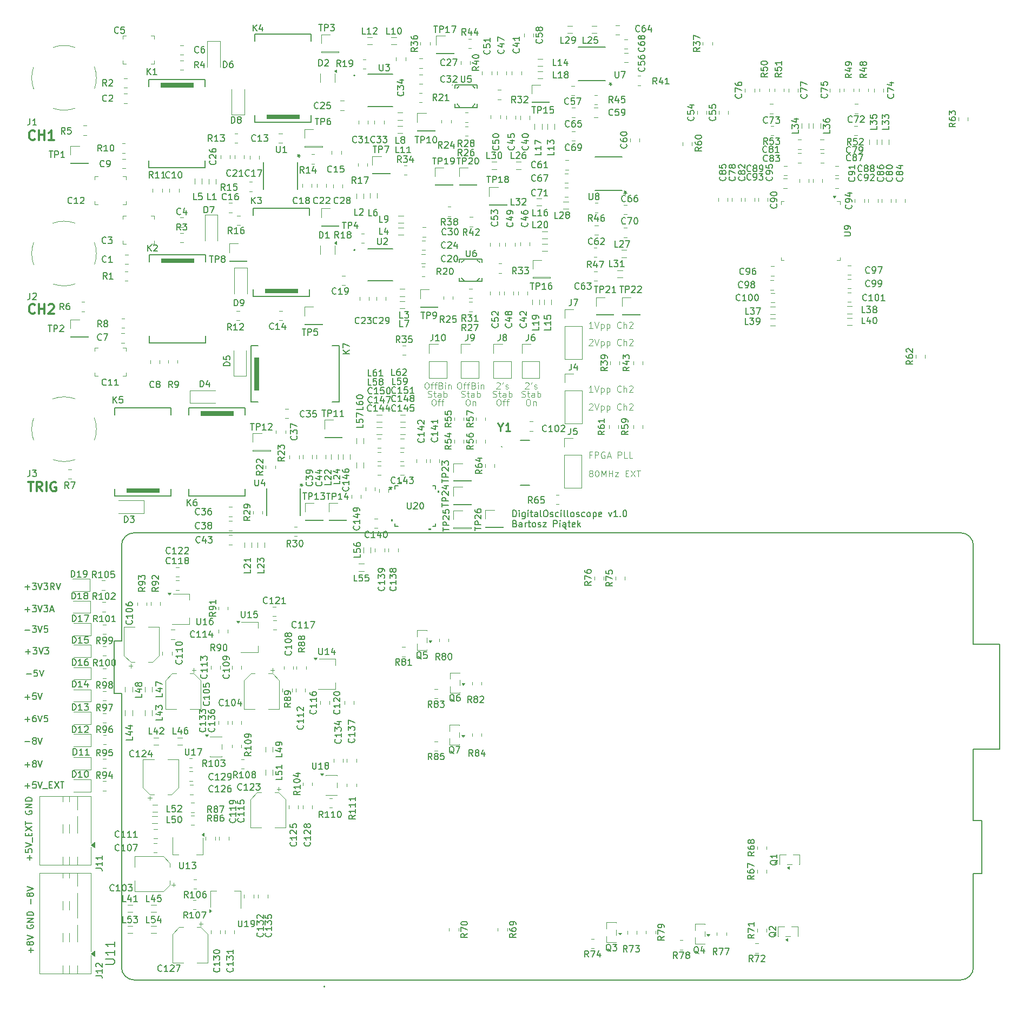
<source format=gto>
%TF.GenerationSoftware,KiCad,Pcbnew,9.0.5-9.0.5~ubuntu24.04.1*%
%TF.CreationDate,2025-11-23T20:56:38+01:00*%
%TF.ProjectId,DigitalOsciloscope,44696769-7461-46c4-9f73-63696c6f7363,rev?*%
%TF.SameCoordinates,Original*%
%TF.FileFunction,Legend,Top*%
%TF.FilePolarity,Positive*%
%FSLAX46Y46*%
G04 Gerber Fmt 4.6, Leading zero omitted, Abs format (unit mm)*
G04 Created by KiCad (PCBNEW 9.0.5-9.0.5~ubuntu24.04.1) date 2025-11-23 20:56:38*
%MOMM*%
%LPD*%
G01*
G04 APERTURE LIST*
%ADD10C,0.200000*%
%ADD11C,0.100000*%
%ADD12C,0.300000*%
%ADD13C,0.150000*%
%ADD14C,0.254000*%
%ADD15C,0.152400*%
%ADD16C,0.010000*%
%ADD17C,0.203200*%
%ADD18C,0.127000*%
%ADD19C,0.120000*%
%ADD20C,0.000000*%
G04 APERTURE END LIST*
D10*
X200753006Y-130943409D02*
X200895863Y-130991028D01*
X200895863Y-130991028D02*
X200943482Y-131038647D01*
X200943482Y-131038647D02*
X200991101Y-131133885D01*
X200991101Y-131133885D02*
X200991101Y-131276742D01*
X200991101Y-131276742D02*
X200943482Y-131371980D01*
X200943482Y-131371980D02*
X200895863Y-131419600D01*
X200895863Y-131419600D02*
X200800625Y-131467219D01*
X200800625Y-131467219D02*
X200419673Y-131467219D01*
X200419673Y-131467219D02*
X200419673Y-130467219D01*
X200419673Y-130467219D02*
X200753006Y-130467219D01*
X200753006Y-130467219D02*
X200848244Y-130514838D01*
X200848244Y-130514838D02*
X200895863Y-130562457D01*
X200895863Y-130562457D02*
X200943482Y-130657695D01*
X200943482Y-130657695D02*
X200943482Y-130752933D01*
X200943482Y-130752933D02*
X200895863Y-130848171D01*
X200895863Y-130848171D02*
X200848244Y-130895790D01*
X200848244Y-130895790D02*
X200753006Y-130943409D01*
X200753006Y-130943409D02*
X200419673Y-130943409D01*
X201848244Y-131467219D02*
X201848244Y-130943409D01*
X201848244Y-130943409D02*
X201800625Y-130848171D01*
X201800625Y-130848171D02*
X201705387Y-130800552D01*
X201705387Y-130800552D02*
X201514911Y-130800552D01*
X201514911Y-130800552D02*
X201419673Y-130848171D01*
X201848244Y-131419600D02*
X201753006Y-131467219D01*
X201753006Y-131467219D02*
X201514911Y-131467219D01*
X201514911Y-131467219D02*
X201419673Y-131419600D01*
X201419673Y-131419600D02*
X201372054Y-131324361D01*
X201372054Y-131324361D02*
X201372054Y-131229123D01*
X201372054Y-131229123D02*
X201419673Y-131133885D01*
X201419673Y-131133885D02*
X201514911Y-131086266D01*
X201514911Y-131086266D02*
X201753006Y-131086266D01*
X201753006Y-131086266D02*
X201848244Y-131038647D01*
X202324435Y-131467219D02*
X202324435Y-130800552D01*
X202324435Y-130991028D02*
X202372054Y-130895790D01*
X202372054Y-130895790D02*
X202419673Y-130848171D01*
X202419673Y-130848171D02*
X202514911Y-130800552D01*
X202514911Y-130800552D02*
X202610149Y-130800552D01*
X202800626Y-130800552D02*
X203181578Y-130800552D01*
X202943483Y-130467219D02*
X202943483Y-131324361D01*
X202943483Y-131324361D02*
X202991102Y-131419600D01*
X202991102Y-131419600D02*
X203086340Y-131467219D01*
X203086340Y-131467219D02*
X203181578Y-131467219D01*
X203657769Y-131467219D02*
X203562531Y-131419600D01*
X203562531Y-131419600D02*
X203514912Y-131371980D01*
X203514912Y-131371980D02*
X203467293Y-131276742D01*
X203467293Y-131276742D02*
X203467293Y-130991028D01*
X203467293Y-130991028D02*
X203514912Y-130895790D01*
X203514912Y-130895790D02*
X203562531Y-130848171D01*
X203562531Y-130848171D02*
X203657769Y-130800552D01*
X203657769Y-130800552D02*
X203800626Y-130800552D01*
X203800626Y-130800552D02*
X203895864Y-130848171D01*
X203895864Y-130848171D02*
X203943483Y-130895790D01*
X203943483Y-130895790D02*
X203991102Y-130991028D01*
X203991102Y-130991028D02*
X203991102Y-131276742D01*
X203991102Y-131276742D02*
X203943483Y-131371980D01*
X203943483Y-131371980D02*
X203895864Y-131419600D01*
X203895864Y-131419600D02*
X203800626Y-131467219D01*
X203800626Y-131467219D02*
X203657769Y-131467219D01*
X204372055Y-131419600D02*
X204467293Y-131467219D01*
X204467293Y-131467219D02*
X204657769Y-131467219D01*
X204657769Y-131467219D02*
X204753007Y-131419600D01*
X204753007Y-131419600D02*
X204800626Y-131324361D01*
X204800626Y-131324361D02*
X204800626Y-131276742D01*
X204800626Y-131276742D02*
X204753007Y-131181504D01*
X204753007Y-131181504D02*
X204657769Y-131133885D01*
X204657769Y-131133885D02*
X204514912Y-131133885D01*
X204514912Y-131133885D02*
X204419674Y-131086266D01*
X204419674Y-131086266D02*
X204372055Y-130991028D01*
X204372055Y-130991028D02*
X204372055Y-130943409D01*
X204372055Y-130943409D02*
X204419674Y-130848171D01*
X204419674Y-130848171D02*
X204514912Y-130800552D01*
X204514912Y-130800552D02*
X204657769Y-130800552D01*
X204657769Y-130800552D02*
X204753007Y-130848171D01*
X205133960Y-130800552D02*
X205657769Y-130800552D01*
X205657769Y-130800552D02*
X205133960Y-131467219D01*
X205133960Y-131467219D02*
X205657769Y-131467219D01*
X206800627Y-131467219D02*
X206800627Y-130467219D01*
X206800627Y-130467219D02*
X207181579Y-130467219D01*
X207181579Y-130467219D02*
X207276817Y-130514838D01*
X207276817Y-130514838D02*
X207324436Y-130562457D01*
X207324436Y-130562457D02*
X207372055Y-130657695D01*
X207372055Y-130657695D02*
X207372055Y-130800552D01*
X207372055Y-130800552D02*
X207324436Y-130895790D01*
X207324436Y-130895790D02*
X207276817Y-130943409D01*
X207276817Y-130943409D02*
X207181579Y-130991028D01*
X207181579Y-130991028D02*
X206800627Y-130991028D01*
X207800627Y-131467219D02*
X207800627Y-130800552D01*
X207800627Y-130467219D02*
X207753008Y-130514838D01*
X207753008Y-130514838D02*
X207800627Y-130562457D01*
X207800627Y-130562457D02*
X207848246Y-130514838D01*
X207848246Y-130514838D02*
X207800627Y-130467219D01*
X207800627Y-130467219D02*
X207800627Y-130562457D01*
X208705388Y-131467219D02*
X208705388Y-130943409D01*
X208705388Y-130943409D02*
X208657769Y-130848171D01*
X208657769Y-130848171D02*
X208562531Y-130800552D01*
X208562531Y-130800552D02*
X208372055Y-130800552D01*
X208372055Y-130800552D02*
X208276817Y-130848171D01*
X208705388Y-131419600D02*
X208610150Y-131467219D01*
X208610150Y-131467219D02*
X208372055Y-131467219D01*
X208372055Y-131467219D02*
X208276817Y-131419600D01*
X208276817Y-131419600D02*
X208229198Y-131324361D01*
X208229198Y-131324361D02*
X208229198Y-131229123D01*
X208229198Y-131229123D02*
X208276817Y-131133885D01*
X208276817Y-131133885D02*
X208372055Y-131086266D01*
X208372055Y-131086266D02*
X208610150Y-131086266D01*
X208610150Y-131086266D02*
X208705388Y-131038647D01*
X208705388Y-131467219D02*
X208610150Y-131562457D01*
X208610150Y-131562457D02*
X208562531Y-131657695D01*
X208562531Y-131657695D02*
X208610150Y-131752933D01*
X208610150Y-131752933D02*
X208705388Y-131800552D01*
X208705388Y-131800552D02*
X208800626Y-131800552D01*
X209038722Y-130800552D02*
X209419674Y-130800552D01*
X209181579Y-130467219D02*
X209181579Y-131324361D01*
X209181579Y-131324361D02*
X209229198Y-131419600D01*
X209229198Y-131419600D02*
X209324436Y-131467219D01*
X209324436Y-131467219D02*
X209419674Y-131467219D01*
X210133960Y-131419600D02*
X210038722Y-131467219D01*
X210038722Y-131467219D02*
X209848246Y-131467219D01*
X209848246Y-131467219D02*
X209753008Y-131419600D01*
X209753008Y-131419600D02*
X209705389Y-131324361D01*
X209705389Y-131324361D02*
X209705389Y-130943409D01*
X209705389Y-130943409D02*
X209753008Y-130848171D01*
X209753008Y-130848171D02*
X209848246Y-130800552D01*
X209848246Y-130800552D02*
X210038722Y-130800552D01*
X210038722Y-130800552D02*
X210133960Y-130848171D01*
X210133960Y-130848171D02*
X210181579Y-130943409D01*
X210181579Y-130943409D02*
X210181579Y-131038647D01*
X210181579Y-131038647D02*
X209705389Y-131133885D01*
X210610151Y-131467219D02*
X210610151Y-130467219D01*
X210705389Y-131086266D02*
X210991103Y-131467219D01*
X210991103Y-130800552D02*
X210610151Y-131181504D01*
X200419673Y-129867219D02*
X200419673Y-128867219D01*
X200419673Y-128867219D02*
X200657768Y-128867219D01*
X200657768Y-128867219D02*
X200800625Y-128914838D01*
X200800625Y-128914838D02*
X200895863Y-129010076D01*
X200895863Y-129010076D02*
X200943482Y-129105314D01*
X200943482Y-129105314D02*
X200991101Y-129295790D01*
X200991101Y-129295790D02*
X200991101Y-129438647D01*
X200991101Y-129438647D02*
X200943482Y-129629123D01*
X200943482Y-129629123D02*
X200895863Y-129724361D01*
X200895863Y-129724361D02*
X200800625Y-129819600D01*
X200800625Y-129819600D02*
X200657768Y-129867219D01*
X200657768Y-129867219D02*
X200419673Y-129867219D01*
X201419673Y-129867219D02*
X201419673Y-129200552D01*
X201419673Y-128867219D02*
X201372054Y-128914838D01*
X201372054Y-128914838D02*
X201419673Y-128962457D01*
X201419673Y-128962457D02*
X201467292Y-128914838D01*
X201467292Y-128914838D02*
X201419673Y-128867219D01*
X201419673Y-128867219D02*
X201419673Y-128962457D01*
X202324434Y-129200552D02*
X202324434Y-130010076D01*
X202324434Y-130010076D02*
X202276815Y-130105314D01*
X202276815Y-130105314D02*
X202229196Y-130152933D01*
X202229196Y-130152933D02*
X202133958Y-130200552D01*
X202133958Y-130200552D02*
X201991101Y-130200552D01*
X201991101Y-130200552D02*
X201895863Y-130152933D01*
X202324434Y-129819600D02*
X202229196Y-129867219D01*
X202229196Y-129867219D02*
X202038720Y-129867219D01*
X202038720Y-129867219D02*
X201943482Y-129819600D01*
X201943482Y-129819600D02*
X201895863Y-129771980D01*
X201895863Y-129771980D02*
X201848244Y-129676742D01*
X201848244Y-129676742D02*
X201848244Y-129391028D01*
X201848244Y-129391028D02*
X201895863Y-129295790D01*
X201895863Y-129295790D02*
X201943482Y-129248171D01*
X201943482Y-129248171D02*
X202038720Y-129200552D01*
X202038720Y-129200552D02*
X202229196Y-129200552D01*
X202229196Y-129200552D02*
X202324434Y-129248171D01*
X202800625Y-129867219D02*
X202800625Y-129200552D01*
X202800625Y-128867219D02*
X202753006Y-128914838D01*
X202753006Y-128914838D02*
X202800625Y-128962457D01*
X202800625Y-128962457D02*
X202848244Y-128914838D01*
X202848244Y-128914838D02*
X202800625Y-128867219D01*
X202800625Y-128867219D02*
X202800625Y-128962457D01*
X203133958Y-129200552D02*
X203514910Y-129200552D01*
X203276815Y-128867219D02*
X203276815Y-129724361D01*
X203276815Y-129724361D02*
X203324434Y-129819600D01*
X203324434Y-129819600D02*
X203419672Y-129867219D01*
X203419672Y-129867219D02*
X203514910Y-129867219D01*
X204276815Y-129867219D02*
X204276815Y-129343409D01*
X204276815Y-129343409D02*
X204229196Y-129248171D01*
X204229196Y-129248171D02*
X204133958Y-129200552D01*
X204133958Y-129200552D02*
X203943482Y-129200552D01*
X203943482Y-129200552D02*
X203848244Y-129248171D01*
X204276815Y-129819600D02*
X204181577Y-129867219D01*
X204181577Y-129867219D02*
X203943482Y-129867219D01*
X203943482Y-129867219D02*
X203848244Y-129819600D01*
X203848244Y-129819600D02*
X203800625Y-129724361D01*
X203800625Y-129724361D02*
X203800625Y-129629123D01*
X203800625Y-129629123D02*
X203848244Y-129533885D01*
X203848244Y-129533885D02*
X203943482Y-129486266D01*
X203943482Y-129486266D02*
X204181577Y-129486266D01*
X204181577Y-129486266D02*
X204276815Y-129438647D01*
X204895863Y-129867219D02*
X204800625Y-129819600D01*
X204800625Y-129819600D02*
X204753006Y-129724361D01*
X204753006Y-129724361D02*
X204753006Y-128867219D01*
X205467292Y-128867219D02*
X205657768Y-128867219D01*
X205657768Y-128867219D02*
X205753006Y-128914838D01*
X205753006Y-128914838D02*
X205848244Y-129010076D01*
X205848244Y-129010076D02*
X205895863Y-129200552D01*
X205895863Y-129200552D02*
X205895863Y-129533885D01*
X205895863Y-129533885D02*
X205848244Y-129724361D01*
X205848244Y-129724361D02*
X205753006Y-129819600D01*
X205753006Y-129819600D02*
X205657768Y-129867219D01*
X205657768Y-129867219D02*
X205467292Y-129867219D01*
X205467292Y-129867219D02*
X205372054Y-129819600D01*
X205372054Y-129819600D02*
X205276816Y-129724361D01*
X205276816Y-129724361D02*
X205229197Y-129533885D01*
X205229197Y-129533885D02*
X205229197Y-129200552D01*
X205229197Y-129200552D02*
X205276816Y-129010076D01*
X205276816Y-129010076D02*
X205372054Y-128914838D01*
X205372054Y-128914838D02*
X205467292Y-128867219D01*
X206276816Y-129819600D02*
X206372054Y-129867219D01*
X206372054Y-129867219D02*
X206562530Y-129867219D01*
X206562530Y-129867219D02*
X206657768Y-129819600D01*
X206657768Y-129819600D02*
X206705387Y-129724361D01*
X206705387Y-129724361D02*
X206705387Y-129676742D01*
X206705387Y-129676742D02*
X206657768Y-129581504D01*
X206657768Y-129581504D02*
X206562530Y-129533885D01*
X206562530Y-129533885D02*
X206419673Y-129533885D01*
X206419673Y-129533885D02*
X206324435Y-129486266D01*
X206324435Y-129486266D02*
X206276816Y-129391028D01*
X206276816Y-129391028D02*
X206276816Y-129343409D01*
X206276816Y-129343409D02*
X206324435Y-129248171D01*
X206324435Y-129248171D02*
X206419673Y-129200552D01*
X206419673Y-129200552D02*
X206562530Y-129200552D01*
X206562530Y-129200552D02*
X206657768Y-129248171D01*
X207562530Y-129819600D02*
X207467292Y-129867219D01*
X207467292Y-129867219D02*
X207276816Y-129867219D01*
X207276816Y-129867219D02*
X207181578Y-129819600D01*
X207181578Y-129819600D02*
X207133959Y-129771980D01*
X207133959Y-129771980D02*
X207086340Y-129676742D01*
X207086340Y-129676742D02*
X207086340Y-129391028D01*
X207086340Y-129391028D02*
X207133959Y-129295790D01*
X207133959Y-129295790D02*
X207181578Y-129248171D01*
X207181578Y-129248171D02*
X207276816Y-129200552D01*
X207276816Y-129200552D02*
X207467292Y-129200552D01*
X207467292Y-129200552D02*
X207562530Y-129248171D01*
X207991102Y-129867219D02*
X207991102Y-129200552D01*
X207991102Y-128867219D02*
X207943483Y-128914838D01*
X207943483Y-128914838D02*
X207991102Y-128962457D01*
X207991102Y-128962457D02*
X208038721Y-128914838D01*
X208038721Y-128914838D02*
X207991102Y-128867219D01*
X207991102Y-128867219D02*
X207991102Y-128962457D01*
X208610149Y-129867219D02*
X208514911Y-129819600D01*
X208514911Y-129819600D02*
X208467292Y-129724361D01*
X208467292Y-129724361D02*
X208467292Y-128867219D01*
X209133959Y-129867219D02*
X209038721Y-129819600D01*
X209038721Y-129819600D02*
X208991102Y-129724361D01*
X208991102Y-129724361D02*
X208991102Y-128867219D01*
X209657769Y-129867219D02*
X209562531Y-129819600D01*
X209562531Y-129819600D02*
X209514912Y-129771980D01*
X209514912Y-129771980D02*
X209467293Y-129676742D01*
X209467293Y-129676742D02*
X209467293Y-129391028D01*
X209467293Y-129391028D02*
X209514912Y-129295790D01*
X209514912Y-129295790D02*
X209562531Y-129248171D01*
X209562531Y-129248171D02*
X209657769Y-129200552D01*
X209657769Y-129200552D02*
X209800626Y-129200552D01*
X209800626Y-129200552D02*
X209895864Y-129248171D01*
X209895864Y-129248171D02*
X209943483Y-129295790D01*
X209943483Y-129295790D02*
X209991102Y-129391028D01*
X209991102Y-129391028D02*
X209991102Y-129676742D01*
X209991102Y-129676742D02*
X209943483Y-129771980D01*
X209943483Y-129771980D02*
X209895864Y-129819600D01*
X209895864Y-129819600D02*
X209800626Y-129867219D01*
X209800626Y-129867219D02*
X209657769Y-129867219D01*
X210372055Y-129819600D02*
X210467293Y-129867219D01*
X210467293Y-129867219D02*
X210657769Y-129867219D01*
X210657769Y-129867219D02*
X210753007Y-129819600D01*
X210753007Y-129819600D02*
X210800626Y-129724361D01*
X210800626Y-129724361D02*
X210800626Y-129676742D01*
X210800626Y-129676742D02*
X210753007Y-129581504D01*
X210753007Y-129581504D02*
X210657769Y-129533885D01*
X210657769Y-129533885D02*
X210514912Y-129533885D01*
X210514912Y-129533885D02*
X210419674Y-129486266D01*
X210419674Y-129486266D02*
X210372055Y-129391028D01*
X210372055Y-129391028D02*
X210372055Y-129343409D01*
X210372055Y-129343409D02*
X210419674Y-129248171D01*
X210419674Y-129248171D02*
X210514912Y-129200552D01*
X210514912Y-129200552D02*
X210657769Y-129200552D01*
X210657769Y-129200552D02*
X210753007Y-129248171D01*
X211657769Y-129819600D02*
X211562531Y-129867219D01*
X211562531Y-129867219D02*
X211372055Y-129867219D01*
X211372055Y-129867219D02*
X211276817Y-129819600D01*
X211276817Y-129819600D02*
X211229198Y-129771980D01*
X211229198Y-129771980D02*
X211181579Y-129676742D01*
X211181579Y-129676742D02*
X211181579Y-129391028D01*
X211181579Y-129391028D02*
X211229198Y-129295790D01*
X211229198Y-129295790D02*
X211276817Y-129248171D01*
X211276817Y-129248171D02*
X211372055Y-129200552D01*
X211372055Y-129200552D02*
X211562531Y-129200552D01*
X211562531Y-129200552D02*
X211657769Y-129248171D01*
X212229198Y-129867219D02*
X212133960Y-129819600D01*
X212133960Y-129819600D02*
X212086341Y-129771980D01*
X212086341Y-129771980D02*
X212038722Y-129676742D01*
X212038722Y-129676742D02*
X212038722Y-129391028D01*
X212038722Y-129391028D02*
X212086341Y-129295790D01*
X212086341Y-129295790D02*
X212133960Y-129248171D01*
X212133960Y-129248171D02*
X212229198Y-129200552D01*
X212229198Y-129200552D02*
X212372055Y-129200552D01*
X212372055Y-129200552D02*
X212467293Y-129248171D01*
X212467293Y-129248171D02*
X212514912Y-129295790D01*
X212514912Y-129295790D02*
X212562531Y-129391028D01*
X212562531Y-129391028D02*
X212562531Y-129676742D01*
X212562531Y-129676742D02*
X212514912Y-129771980D01*
X212514912Y-129771980D02*
X212467293Y-129819600D01*
X212467293Y-129819600D02*
X212372055Y-129867219D01*
X212372055Y-129867219D02*
X212229198Y-129867219D01*
X212991103Y-129200552D02*
X212991103Y-130200552D01*
X212991103Y-129248171D02*
X213086341Y-129200552D01*
X213086341Y-129200552D02*
X213276817Y-129200552D01*
X213276817Y-129200552D02*
X213372055Y-129248171D01*
X213372055Y-129248171D02*
X213419674Y-129295790D01*
X213419674Y-129295790D02*
X213467293Y-129391028D01*
X213467293Y-129391028D02*
X213467293Y-129676742D01*
X213467293Y-129676742D02*
X213419674Y-129771980D01*
X213419674Y-129771980D02*
X213372055Y-129819600D01*
X213372055Y-129819600D02*
X213276817Y-129867219D01*
X213276817Y-129867219D02*
X213086341Y-129867219D01*
X213086341Y-129867219D02*
X212991103Y-129819600D01*
X214276817Y-129819600D02*
X214181579Y-129867219D01*
X214181579Y-129867219D02*
X213991103Y-129867219D01*
X213991103Y-129867219D02*
X213895865Y-129819600D01*
X213895865Y-129819600D02*
X213848246Y-129724361D01*
X213848246Y-129724361D02*
X213848246Y-129343409D01*
X213848246Y-129343409D02*
X213895865Y-129248171D01*
X213895865Y-129248171D02*
X213991103Y-129200552D01*
X213991103Y-129200552D02*
X214181579Y-129200552D01*
X214181579Y-129200552D02*
X214276817Y-129248171D01*
X214276817Y-129248171D02*
X214324436Y-129343409D01*
X214324436Y-129343409D02*
X214324436Y-129438647D01*
X214324436Y-129438647D02*
X213848246Y-129533885D01*
X215419675Y-129200552D02*
X215657770Y-129867219D01*
X215657770Y-129867219D02*
X215895865Y-129200552D01*
X216800627Y-129867219D02*
X216229199Y-129867219D01*
X216514913Y-129867219D02*
X216514913Y-128867219D01*
X216514913Y-128867219D02*
X216419675Y-129010076D01*
X216419675Y-129010076D02*
X216324437Y-129105314D01*
X216324437Y-129105314D02*
X216229199Y-129152933D01*
X217229199Y-129771980D02*
X217276818Y-129819600D01*
X217276818Y-129819600D02*
X217229199Y-129867219D01*
X217229199Y-129867219D02*
X217181580Y-129819600D01*
X217181580Y-129819600D02*
X217229199Y-129771980D01*
X217229199Y-129771980D02*
X217229199Y-129867219D01*
X217895865Y-128867219D02*
X217991103Y-128867219D01*
X217991103Y-128867219D02*
X218086341Y-128914838D01*
X218086341Y-128914838D02*
X218133960Y-128962457D01*
X218133960Y-128962457D02*
X218181579Y-129057695D01*
X218181579Y-129057695D02*
X218229198Y-129248171D01*
X218229198Y-129248171D02*
X218229198Y-129486266D01*
X218229198Y-129486266D02*
X218181579Y-129676742D01*
X218181579Y-129676742D02*
X218133960Y-129771980D01*
X218133960Y-129771980D02*
X218086341Y-129819600D01*
X218086341Y-129819600D02*
X217991103Y-129867219D01*
X217991103Y-129867219D02*
X217895865Y-129867219D01*
X217895865Y-129867219D02*
X217800627Y-129819600D01*
X217800627Y-129819600D02*
X217753008Y-129771980D01*
X217753008Y-129771980D02*
X217705389Y-129676742D01*
X217705389Y-129676742D02*
X217657770Y-129486266D01*
X217657770Y-129486266D02*
X217657770Y-129248171D01*
X217657770Y-129248171D02*
X217705389Y-129057695D01*
X217705389Y-129057695D02*
X217753008Y-128962457D01*
X217753008Y-128962457D02*
X217800627Y-128914838D01*
X217800627Y-128914838D02*
X217895865Y-128867219D01*
D11*
X201808645Y-111124800D02*
X201951502Y-111172419D01*
X201951502Y-111172419D02*
X202189597Y-111172419D01*
X202189597Y-111172419D02*
X202284835Y-111124800D01*
X202284835Y-111124800D02*
X202332454Y-111077180D01*
X202332454Y-111077180D02*
X202380073Y-110981942D01*
X202380073Y-110981942D02*
X202380073Y-110886704D01*
X202380073Y-110886704D02*
X202332454Y-110791466D01*
X202332454Y-110791466D02*
X202284835Y-110743847D01*
X202284835Y-110743847D02*
X202189597Y-110696228D01*
X202189597Y-110696228D02*
X201999121Y-110648609D01*
X201999121Y-110648609D02*
X201903883Y-110600990D01*
X201903883Y-110600990D02*
X201856264Y-110553371D01*
X201856264Y-110553371D02*
X201808645Y-110458133D01*
X201808645Y-110458133D02*
X201808645Y-110362895D01*
X201808645Y-110362895D02*
X201856264Y-110267657D01*
X201856264Y-110267657D02*
X201903883Y-110220038D01*
X201903883Y-110220038D02*
X201999121Y-110172419D01*
X201999121Y-110172419D02*
X202237216Y-110172419D01*
X202237216Y-110172419D02*
X202380073Y-110220038D01*
X202665788Y-110505752D02*
X203046740Y-110505752D01*
X202808645Y-110172419D02*
X202808645Y-111029561D01*
X202808645Y-111029561D02*
X202856264Y-111124800D01*
X202856264Y-111124800D02*
X202951502Y-111172419D01*
X202951502Y-111172419D02*
X203046740Y-111172419D01*
X203808645Y-111172419D02*
X203808645Y-110648609D01*
X203808645Y-110648609D02*
X203761026Y-110553371D01*
X203761026Y-110553371D02*
X203665788Y-110505752D01*
X203665788Y-110505752D02*
X203475312Y-110505752D01*
X203475312Y-110505752D02*
X203380074Y-110553371D01*
X203808645Y-111124800D02*
X203713407Y-111172419D01*
X203713407Y-111172419D02*
X203475312Y-111172419D01*
X203475312Y-111172419D02*
X203380074Y-111124800D01*
X203380074Y-111124800D02*
X203332455Y-111029561D01*
X203332455Y-111029561D02*
X203332455Y-110934323D01*
X203332455Y-110934323D02*
X203380074Y-110839085D01*
X203380074Y-110839085D02*
X203475312Y-110791466D01*
X203475312Y-110791466D02*
X203713407Y-110791466D01*
X203713407Y-110791466D02*
X203808645Y-110743847D01*
X204284836Y-111172419D02*
X204284836Y-110172419D01*
X204284836Y-110553371D02*
X204380074Y-110505752D01*
X204380074Y-110505752D02*
X204570550Y-110505752D01*
X204570550Y-110505752D02*
X204665788Y-110553371D01*
X204665788Y-110553371D02*
X204713407Y-110600990D01*
X204713407Y-110600990D02*
X204761026Y-110696228D01*
X204761026Y-110696228D02*
X204761026Y-110981942D01*
X204761026Y-110981942D02*
X204713407Y-111077180D01*
X204713407Y-111077180D02*
X204665788Y-111124800D01*
X204665788Y-111124800D02*
X204570550Y-111172419D01*
X204570550Y-111172419D02*
X204380074Y-111172419D01*
X204380074Y-111172419D02*
X204284836Y-111124800D01*
D10*
X124069673Y-165086266D02*
X124831578Y-165086266D01*
X125450625Y-164895790D02*
X125355387Y-164848171D01*
X125355387Y-164848171D02*
X125307768Y-164800552D01*
X125307768Y-164800552D02*
X125260149Y-164705314D01*
X125260149Y-164705314D02*
X125260149Y-164657695D01*
X125260149Y-164657695D02*
X125307768Y-164562457D01*
X125307768Y-164562457D02*
X125355387Y-164514838D01*
X125355387Y-164514838D02*
X125450625Y-164467219D01*
X125450625Y-164467219D02*
X125641101Y-164467219D01*
X125641101Y-164467219D02*
X125736339Y-164514838D01*
X125736339Y-164514838D02*
X125783958Y-164562457D01*
X125783958Y-164562457D02*
X125831577Y-164657695D01*
X125831577Y-164657695D02*
X125831577Y-164705314D01*
X125831577Y-164705314D02*
X125783958Y-164800552D01*
X125783958Y-164800552D02*
X125736339Y-164848171D01*
X125736339Y-164848171D02*
X125641101Y-164895790D01*
X125641101Y-164895790D02*
X125450625Y-164895790D01*
X125450625Y-164895790D02*
X125355387Y-164943409D01*
X125355387Y-164943409D02*
X125307768Y-164991028D01*
X125307768Y-164991028D02*
X125260149Y-165086266D01*
X125260149Y-165086266D02*
X125260149Y-165276742D01*
X125260149Y-165276742D02*
X125307768Y-165371980D01*
X125307768Y-165371980D02*
X125355387Y-165419600D01*
X125355387Y-165419600D02*
X125450625Y-165467219D01*
X125450625Y-165467219D02*
X125641101Y-165467219D01*
X125641101Y-165467219D02*
X125736339Y-165419600D01*
X125736339Y-165419600D02*
X125783958Y-165371980D01*
X125783958Y-165371980D02*
X125831577Y-165276742D01*
X125831577Y-165276742D02*
X125831577Y-165086266D01*
X125831577Y-165086266D02*
X125783958Y-164991028D01*
X125783958Y-164991028D02*
X125736339Y-164943409D01*
X125736339Y-164943409D02*
X125641101Y-164895790D01*
X126117292Y-164467219D02*
X126450625Y-165467219D01*
X126450625Y-165467219D02*
X126783958Y-164467219D01*
D11*
X212356265Y-102167657D02*
X212403884Y-102120038D01*
X212403884Y-102120038D02*
X212499122Y-102072419D01*
X212499122Y-102072419D02*
X212737217Y-102072419D01*
X212737217Y-102072419D02*
X212832455Y-102120038D01*
X212832455Y-102120038D02*
X212880074Y-102167657D01*
X212880074Y-102167657D02*
X212927693Y-102262895D01*
X212927693Y-102262895D02*
X212927693Y-102358133D01*
X212927693Y-102358133D02*
X212880074Y-102500990D01*
X212880074Y-102500990D02*
X212308646Y-103072419D01*
X212308646Y-103072419D02*
X212927693Y-103072419D01*
X213213408Y-102072419D02*
X213546741Y-103072419D01*
X213546741Y-103072419D02*
X213880074Y-102072419D01*
X214213408Y-102405752D02*
X214213408Y-103405752D01*
X214213408Y-102453371D02*
X214308646Y-102405752D01*
X214308646Y-102405752D02*
X214499122Y-102405752D01*
X214499122Y-102405752D02*
X214594360Y-102453371D01*
X214594360Y-102453371D02*
X214641979Y-102500990D01*
X214641979Y-102500990D02*
X214689598Y-102596228D01*
X214689598Y-102596228D02*
X214689598Y-102881942D01*
X214689598Y-102881942D02*
X214641979Y-102977180D01*
X214641979Y-102977180D02*
X214594360Y-103024800D01*
X214594360Y-103024800D02*
X214499122Y-103072419D01*
X214499122Y-103072419D02*
X214308646Y-103072419D01*
X214308646Y-103072419D02*
X214213408Y-103024800D01*
X215118170Y-102405752D02*
X215118170Y-103405752D01*
X215118170Y-102453371D02*
X215213408Y-102405752D01*
X215213408Y-102405752D02*
X215403884Y-102405752D01*
X215403884Y-102405752D02*
X215499122Y-102453371D01*
X215499122Y-102453371D02*
X215546741Y-102500990D01*
X215546741Y-102500990D02*
X215594360Y-102596228D01*
X215594360Y-102596228D02*
X215594360Y-102881942D01*
X215594360Y-102881942D02*
X215546741Y-102977180D01*
X215546741Y-102977180D02*
X215499122Y-103024800D01*
X215499122Y-103024800D02*
X215403884Y-103072419D01*
X215403884Y-103072419D02*
X215213408Y-103072419D01*
X215213408Y-103072419D02*
X215118170Y-103024800D01*
X217356265Y-102977180D02*
X217308646Y-103024800D01*
X217308646Y-103024800D02*
X217165789Y-103072419D01*
X217165789Y-103072419D02*
X217070551Y-103072419D01*
X217070551Y-103072419D02*
X216927694Y-103024800D01*
X216927694Y-103024800D02*
X216832456Y-102929561D01*
X216832456Y-102929561D02*
X216784837Y-102834323D01*
X216784837Y-102834323D02*
X216737218Y-102643847D01*
X216737218Y-102643847D02*
X216737218Y-102500990D01*
X216737218Y-102500990D02*
X216784837Y-102310514D01*
X216784837Y-102310514D02*
X216832456Y-102215276D01*
X216832456Y-102215276D02*
X216927694Y-102120038D01*
X216927694Y-102120038D02*
X217070551Y-102072419D01*
X217070551Y-102072419D02*
X217165789Y-102072419D01*
X217165789Y-102072419D02*
X217308646Y-102120038D01*
X217308646Y-102120038D02*
X217356265Y-102167657D01*
X217784837Y-103072419D02*
X217784837Y-102072419D01*
X218213408Y-103072419D02*
X218213408Y-102548609D01*
X218213408Y-102548609D02*
X218165789Y-102453371D01*
X218165789Y-102453371D02*
X218070551Y-102405752D01*
X218070551Y-102405752D02*
X217927694Y-102405752D01*
X217927694Y-102405752D02*
X217832456Y-102453371D01*
X217832456Y-102453371D02*
X217784837Y-102500990D01*
X218641980Y-102167657D02*
X218689599Y-102120038D01*
X218689599Y-102120038D02*
X218784837Y-102072419D01*
X218784837Y-102072419D02*
X219022932Y-102072419D01*
X219022932Y-102072419D02*
X219118170Y-102120038D01*
X219118170Y-102120038D02*
X219165789Y-102167657D01*
X219165789Y-102167657D02*
X219213408Y-102262895D01*
X219213408Y-102262895D02*
X219213408Y-102358133D01*
X219213408Y-102358133D02*
X219165789Y-102500990D01*
X219165789Y-102500990D02*
X218594361Y-103072419D01*
X218594361Y-103072419D02*
X219213408Y-103072419D01*
X212737217Y-120188609D02*
X212403884Y-120188609D01*
X212403884Y-120712419D02*
X212403884Y-119712419D01*
X212403884Y-119712419D02*
X212880074Y-119712419D01*
X213261027Y-120712419D02*
X213261027Y-119712419D01*
X213261027Y-119712419D02*
X213641979Y-119712419D01*
X213641979Y-119712419D02*
X213737217Y-119760038D01*
X213737217Y-119760038D02*
X213784836Y-119807657D01*
X213784836Y-119807657D02*
X213832455Y-119902895D01*
X213832455Y-119902895D02*
X213832455Y-120045752D01*
X213832455Y-120045752D02*
X213784836Y-120140990D01*
X213784836Y-120140990D02*
X213737217Y-120188609D01*
X213737217Y-120188609D02*
X213641979Y-120236228D01*
X213641979Y-120236228D02*
X213261027Y-120236228D01*
X214784836Y-119760038D02*
X214689598Y-119712419D01*
X214689598Y-119712419D02*
X214546741Y-119712419D01*
X214546741Y-119712419D02*
X214403884Y-119760038D01*
X214403884Y-119760038D02*
X214308646Y-119855276D01*
X214308646Y-119855276D02*
X214261027Y-119950514D01*
X214261027Y-119950514D02*
X214213408Y-120140990D01*
X214213408Y-120140990D02*
X214213408Y-120283847D01*
X214213408Y-120283847D02*
X214261027Y-120474323D01*
X214261027Y-120474323D02*
X214308646Y-120569561D01*
X214308646Y-120569561D02*
X214403884Y-120664800D01*
X214403884Y-120664800D02*
X214546741Y-120712419D01*
X214546741Y-120712419D02*
X214641979Y-120712419D01*
X214641979Y-120712419D02*
X214784836Y-120664800D01*
X214784836Y-120664800D02*
X214832455Y-120617180D01*
X214832455Y-120617180D02*
X214832455Y-120283847D01*
X214832455Y-120283847D02*
X214641979Y-120283847D01*
X215213408Y-120426704D02*
X215689598Y-120426704D01*
X215118170Y-120712419D02*
X215451503Y-119712419D01*
X215451503Y-119712419D02*
X215784836Y-120712419D01*
X216880075Y-120712419D02*
X216880075Y-119712419D01*
X216880075Y-119712419D02*
X217261027Y-119712419D01*
X217261027Y-119712419D02*
X217356265Y-119760038D01*
X217356265Y-119760038D02*
X217403884Y-119807657D01*
X217403884Y-119807657D02*
X217451503Y-119902895D01*
X217451503Y-119902895D02*
X217451503Y-120045752D01*
X217451503Y-120045752D02*
X217403884Y-120140990D01*
X217403884Y-120140990D02*
X217356265Y-120188609D01*
X217356265Y-120188609D02*
X217261027Y-120236228D01*
X217261027Y-120236228D02*
X216880075Y-120236228D01*
X218356265Y-120712419D02*
X217880075Y-120712419D01*
X217880075Y-120712419D02*
X217880075Y-119712419D01*
X219165789Y-120712419D02*
X218689599Y-120712419D01*
X218689599Y-120712419D02*
X218689599Y-119712419D01*
X197308645Y-111124800D02*
X197451502Y-111172419D01*
X197451502Y-111172419D02*
X197689597Y-111172419D01*
X197689597Y-111172419D02*
X197784835Y-111124800D01*
X197784835Y-111124800D02*
X197832454Y-111077180D01*
X197832454Y-111077180D02*
X197880073Y-110981942D01*
X197880073Y-110981942D02*
X197880073Y-110886704D01*
X197880073Y-110886704D02*
X197832454Y-110791466D01*
X197832454Y-110791466D02*
X197784835Y-110743847D01*
X197784835Y-110743847D02*
X197689597Y-110696228D01*
X197689597Y-110696228D02*
X197499121Y-110648609D01*
X197499121Y-110648609D02*
X197403883Y-110600990D01*
X197403883Y-110600990D02*
X197356264Y-110553371D01*
X197356264Y-110553371D02*
X197308645Y-110458133D01*
X197308645Y-110458133D02*
X197308645Y-110362895D01*
X197308645Y-110362895D02*
X197356264Y-110267657D01*
X197356264Y-110267657D02*
X197403883Y-110220038D01*
X197403883Y-110220038D02*
X197499121Y-110172419D01*
X197499121Y-110172419D02*
X197737216Y-110172419D01*
X197737216Y-110172419D02*
X197880073Y-110220038D01*
X198165788Y-110505752D02*
X198546740Y-110505752D01*
X198308645Y-110172419D02*
X198308645Y-111029561D01*
X198308645Y-111029561D02*
X198356264Y-111124800D01*
X198356264Y-111124800D02*
X198451502Y-111172419D01*
X198451502Y-111172419D02*
X198546740Y-111172419D01*
X199308645Y-111172419D02*
X199308645Y-110648609D01*
X199308645Y-110648609D02*
X199261026Y-110553371D01*
X199261026Y-110553371D02*
X199165788Y-110505752D01*
X199165788Y-110505752D02*
X198975312Y-110505752D01*
X198975312Y-110505752D02*
X198880074Y-110553371D01*
X199308645Y-111124800D02*
X199213407Y-111172419D01*
X199213407Y-111172419D02*
X198975312Y-111172419D01*
X198975312Y-111172419D02*
X198880074Y-111124800D01*
X198880074Y-111124800D02*
X198832455Y-111029561D01*
X198832455Y-111029561D02*
X198832455Y-110934323D01*
X198832455Y-110934323D02*
X198880074Y-110839085D01*
X198880074Y-110839085D02*
X198975312Y-110791466D01*
X198975312Y-110791466D02*
X199213407Y-110791466D01*
X199213407Y-110791466D02*
X199308645Y-110743847D01*
X199784836Y-111172419D02*
X199784836Y-110172419D01*
X199784836Y-110553371D02*
X199880074Y-110505752D01*
X199880074Y-110505752D02*
X200070550Y-110505752D01*
X200070550Y-110505752D02*
X200165788Y-110553371D01*
X200165788Y-110553371D02*
X200213407Y-110600990D01*
X200213407Y-110600990D02*
X200261026Y-110696228D01*
X200261026Y-110696228D02*
X200261026Y-110981942D01*
X200261026Y-110981942D02*
X200213407Y-111077180D01*
X200213407Y-111077180D02*
X200165788Y-111124800D01*
X200165788Y-111124800D02*
X200070550Y-111172419D01*
X200070550Y-111172419D02*
X199880074Y-111172419D01*
X199880074Y-111172419D02*
X199784836Y-111124800D01*
X193284837Y-111472419D02*
X193475313Y-111472419D01*
X193475313Y-111472419D02*
X193570551Y-111520038D01*
X193570551Y-111520038D02*
X193665789Y-111615276D01*
X193665789Y-111615276D02*
X193713408Y-111805752D01*
X193713408Y-111805752D02*
X193713408Y-112139085D01*
X193713408Y-112139085D02*
X193665789Y-112329561D01*
X193665789Y-112329561D02*
X193570551Y-112424800D01*
X193570551Y-112424800D02*
X193475313Y-112472419D01*
X193475313Y-112472419D02*
X193284837Y-112472419D01*
X193284837Y-112472419D02*
X193189599Y-112424800D01*
X193189599Y-112424800D02*
X193094361Y-112329561D01*
X193094361Y-112329561D02*
X193046742Y-112139085D01*
X193046742Y-112139085D02*
X193046742Y-111805752D01*
X193046742Y-111805752D02*
X193094361Y-111615276D01*
X193094361Y-111615276D02*
X193189599Y-111520038D01*
X193189599Y-111520038D02*
X193284837Y-111472419D01*
X194141980Y-111805752D02*
X194141980Y-112472419D01*
X194141980Y-111900990D02*
X194189599Y-111853371D01*
X194189599Y-111853371D02*
X194284837Y-111805752D01*
X194284837Y-111805752D02*
X194427694Y-111805752D01*
X194427694Y-111805752D02*
X194522932Y-111853371D01*
X194522932Y-111853371D02*
X194570551Y-111948609D01*
X194570551Y-111948609D02*
X194570551Y-112472419D01*
D10*
X124069673Y-147586266D02*
X124831578Y-147586266D01*
X125212530Y-146967219D02*
X125831577Y-146967219D01*
X125831577Y-146967219D02*
X125498244Y-147348171D01*
X125498244Y-147348171D02*
X125641101Y-147348171D01*
X125641101Y-147348171D02*
X125736339Y-147395790D01*
X125736339Y-147395790D02*
X125783958Y-147443409D01*
X125783958Y-147443409D02*
X125831577Y-147538647D01*
X125831577Y-147538647D02*
X125831577Y-147776742D01*
X125831577Y-147776742D02*
X125783958Y-147871980D01*
X125783958Y-147871980D02*
X125736339Y-147919600D01*
X125736339Y-147919600D02*
X125641101Y-147967219D01*
X125641101Y-147967219D02*
X125355387Y-147967219D01*
X125355387Y-147967219D02*
X125260149Y-147919600D01*
X125260149Y-147919600D02*
X125212530Y-147871980D01*
X126117292Y-146967219D02*
X126450625Y-147967219D01*
X126450625Y-147967219D02*
X126783958Y-146967219D01*
X127593482Y-146967219D02*
X127117292Y-146967219D01*
X127117292Y-146967219D02*
X127069673Y-147443409D01*
X127069673Y-147443409D02*
X127117292Y-147395790D01*
X127117292Y-147395790D02*
X127212530Y-147348171D01*
X127212530Y-147348171D02*
X127450625Y-147348171D01*
X127450625Y-147348171D02*
X127545863Y-147395790D01*
X127545863Y-147395790D02*
X127593482Y-147443409D01*
X127593482Y-147443409D02*
X127641101Y-147538647D01*
X127641101Y-147538647D02*
X127641101Y-147776742D01*
X127641101Y-147776742D02*
X127593482Y-147871980D01*
X127593482Y-147871980D02*
X127545863Y-147919600D01*
X127545863Y-147919600D02*
X127450625Y-147967219D01*
X127450625Y-147967219D02*
X127212530Y-147967219D01*
X127212530Y-147967219D02*
X127117292Y-147919600D01*
X127117292Y-147919600D02*
X127069673Y-147871980D01*
X124069673Y-161586266D02*
X124831578Y-161586266D01*
X124450625Y-161967219D02*
X124450625Y-161205314D01*
X125736339Y-160967219D02*
X125545863Y-160967219D01*
X125545863Y-160967219D02*
X125450625Y-161014838D01*
X125450625Y-161014838D02*
X125403006Y-161062457D01*
X125403006Y-161062457D02*
X125307768Y-161205314D01*
X125307768Y-161205314D02*
X125260149Y-161395790D01*
X125260149Y-161395790D02*
X125260149Y-161776742D01*
X125260149Y-161776742D02*
X125307768Y-161871980D01*
X125307768Y-161871980D02*
X125355387Y-161919600D01*
X125355387Y-161919600D02*
X125450625Y-161967219D01*
X125450625Y-161967219D02*
X125641101Y-161967219D01*
X125641101Y-161967219D02*
X125736339Y-161919600D01*
X125736339Y-161919600D02*
X125783958Y-161871980D01*
X125783958Y-161871980D02*
X125831577Y-161776742D01*
X125831577Y-161776742D02*
X125831577Y-161538647D01*
X125831577Y-161538647D02*
X125783958Y-161443409D01*
X125783958Y-161443409D02*
X125736339Y-161395790D01*
X125736339Y-161395790D02*
X125641101Y-161348171D01*
X125641101Y-161348171D02*
X125450625Y-161348171D01*
X125450625Y-161348171D02*
X125355387Y-161395790D01*
X125355387Y-161395790D02*
X125307768Y-161443409D01*
X125307768Y-161443409D02*
X125260149Y-161538647D01*
X126117292Y-160967219D02*
X126450625Y-161967219D01*
X126450625Y-161967219D02*
X126783958Y-160967219D01*
X127593482Y-160967219D02*
X127117292Y-160967219D01*
X127117292Y-160967219D02*
X127069673Y-161443409D01*
X127069673Y-161443409D02*
X127117292Y-161395790D01*
X127117292Y-161395790D02*
X127212530Y-161348171D01*
X127212530Y-161348171D02*
X127450625Y-161348171D01*
X127450625Y-161348171D02*
X127545863Y-161395790D01*
X127545863Y-161395790D02*
X127593482Y-161443409D01*
X127593482Y-161443409D02*
X127641101Y-161538647D01*
X127641101Y-161538647D02*
X127641101Y-161776742D01*
X127641101Y-161776742D02*
X127593482Y-161871980D01*
X127593482Y-161871980D02*
X127545863Y-161919600D01*
X127545863Y-161919600D02*
X127450625Y-161967219D01*
X127450625Y-161967219D02*
X127212530Y-161967219D01*
X127212530Y-161967219D02*
X127117292Y-161919600D01*
X127117292Y-161919600D02*
X127069673Y-161871980D01*
X124786266Y-183630326D02*
X124786266Y-182868422D01*
X125167219Y-183249374D02*
X124405314Y-183249374D01*
X124167219Y-181916041D02*
X124167219Y-182392231D01*
X124167219Y-182392231D02*
X124643409Y-182439850D01*
X124643409Y-182439850D02*
X124595790Y-182392231D01*
X124595790Y-182392231D02*
X124548171Y-182296993D01*
X124548171Y-182296993D02*
X124548171Y-182058898D01*
X124548171Y-182058898D02*
X124595790Y-181963660D01*
X124595790Y-181963660D02*
X124643409Y-181916041D01*
X124643409Y-181916041D02*
X124738647Y-181868422D01*
X124738647Y-181868422D02*
X124976742Y-181868422D01*
X124976742Y-181868422D02*
X125071980Y-181916041D01*
X125071980Y-181916041D02*
X125119600Y-181963660D01*
X125119600Y-181963660D02*
X125167219Y-182058898D01*
X125167219Y-182058898D02*
X125167219Y-182296993D01*
X125167219Y-182296993D02*
X125119600Y-182392231D01*
X125119600Y-182392231D02*
X125071980Y-182439850D01*
X124167219Y-181582707D02*
X125167219Y-181249374D01*
X125167219Y-181249374D02*
X124167219Y-180916041D01*
X125262457Y-180820803D02*
X125262457Y-180058898D01*
X124643409Y-179820802D02*
X124643409Y-179487469D01*
X125167219Y-179344612D02*
X125167219Y-179820802D01*
X125167219Y-179820802D02*
X124167219Y-179820802D01*
X124167219Y-179820802D02*
X124167219Y-179344612D01*
X124167219Y-179011278D02*
X125167219Y-178344612D01*
X124167219Y-178344612D02*
X125167219Y-179011278D01*
X124167219Y-178106516D02*
X124167219Y-177535088D01*
X125167219Y-177820802D02*
X124167219Y-177820802D01*
X124214838Y-175916040D02*
X124167219Y-176011278D01*
X124167219Y-176011278D02*
X124167219Y-176154135D01*
X124167219Y-176154135D02*
X124214838Y-176296992D01*
X124214838Y-176296992D02*
X124310076Y-176392230D01*
X124310076Y-176392230D02*
X124405314Y-176439849D01*
X124405314Y-176439849D02*
X124595790Y-176487468D01*
X124595790Y-176487468D02*
X124738647Y-176487468D01*
X124738647Y-176487468D02*
X124929123Y-176439849D01*
X124929123Y-176439849D02*
X125024361Y-176392230D01*
X125024361Y-176392230D02*
X125119600Y-176296992D01*
X125119600Y-176296992D02*
X125167219Y-176154135D01*
X125167219Y-176154135D02*
X125167219Y-176058897D01*
X125167219Y-176058897D02*
X125119600Y-175916040D01*
X125119600Y-175916040D02*
X125071980Y-175868421D01*
X125071980Y-175868421D02*
X124738647Y-175868421D01*
X124738647Y-175868421D02*
X124738647Y-176058897D01*
X125167219Y-175439849D02*
X124167219Y-175439849D01*
X124167219Y-175439849D02*
X125167219Y-174868421D01*
X125167219Y-174868421D02*
X124167219Y-174868421D01*
X125167219Y-174392230D02*
X124167219Y-174392230D01*
X124167219Y-174392230D02*
X124167219Y-174154135D01*
X124167219Y-174154135D02*
X124214838Y-174011278D01*
X124214838Y-174011278D02*
X124310076Y-173916040D01*
X124310076Y-173916040D02*
X124405314Y-173868421D01*
X124405314Y-173868421D02*
X124595790Y-173820802D01*
X124595790Y-173820802D02*
X124738647Y-173820802D01*
X124738647Y-173820802D02*
X124929123Y-173868421D01*
X124929123Y-173868421D02*
X125024361Y-173916040D01*
X125024361Y-173916040D02*
X125119600Y-174011278D01*
X125119600Y-174011278D02*
X125167219Y-174154135D01*
X125167219Y-174154135D02*
X125167219Y-174392230D01*
D11*
X186858646Y-108872419D02*
X187049122Y-108872419D01*
X187049122Y-108872419D02*
X187144360Y-108920038D01*
X187144360Y-108920038D02*
X187239598Y-109015276D01*
X187239598Y-109015276D02*
X187287217Y-109205752D01*
X187287217Y-109205752D02*
X187287217Y-109539085D01*
X187287217Y-109539085D02*
X187239598Y-109729561D01*
X187239598Y-109729561D02*
X187144360Y-109824800D01*
X187144360Y-109824800D02*
X187049122Y-109872419D01*
X187049122Y-109872419D02*
X186858646Y-109872419D01*
X186858646Y-109872419D02*
X186763408Y-109824800D01*
X186763408Y-109824800D02*
X186668170Y-109729561D01*
X186668170Y-109729561D02*
X186620551Y-109539085D01*
X186620551Y-109539085D02*
X186620551Y-109205752D01*
X186620551Y-109205752D02*
X186668170Y-109015276D01*
X186668170Y-109015276D02*
X186763408Y-108920038D01*
X186763408Y-108920038D02*
X186858646Y-108872419D01*
X187572932Y-109205752D02*
X187953884Y-109205752D01*
X187715789Y-109872419D02*
X187715789Y-109015276D01*
X187715789Y-109015276D02*
X187763408Y-108920038D01*
X187763408Y-108920038D02*
X187858646Y-108872419D01*
X187858646Y-108872419D02*
X187953884Y-108872419D01*
X188144361Y-109205752D02*
X188525313Y-109205752D01*
X188287218Y-109872419D02*
X188287218Y-109015276D01*
X188287218Y-109015276D02*
X188334837Y-108920038D01*
X188334837Y-108920038D02*
X188430075Y-108872419D01*
X188430075Y-108872419D02*
X188525313Y-108872419D01*
X189191980Y-109348609D02*
X189334837Y-109396228D01*
X189334837Y-109396228D02*
X189382456Y-109443847D01*
X189382456Y-109443847D02*
X189430075Y-109539085D01*
X189430075Y-109539085D02*
X189430075Y-109681942D01*
X189430075Y-109681942D02*
X189382456Y-109777180D01*
X189382456Y-109777180D02*
X189334837Y-109824800D01*
X189334837Y-109824800D02*
X189239599Y-109872419D01*
X189239599Y-109872419D02*
X188858647Y-109872419D01*
X188858647Y-109872419D02*
X188858647Y-108872419D01*
X188858647Y-108872419D02*
X189191980Y-108872419D01*
X189191980Y-108872419D02*
X189287218Y-108920038D01*
X189287218Y-108920038D02*
X189334837Y-108967657D01*
X189334837Y-108967657D02*
X189382456Y-109062895D01*
X189382456Y-109062895D02*
X189382456Y-109158133D01*
X189382456Y-109158133D02*
X189334837Y-109253371D01*
X189334837Y-109253371D02*
X189287218Y-109300990D01*
X189287218Y-109300990D02*
X189191980Y-109348609D01*
X189191980Y-109348609D02*
X188858647Y-109348609D01*
X189858647Y-109872419D02*
X189858647Y-109205752D01*
X189858647Y-108872419D02*
X189811028Y-108920038D01*
X189811028Y-108920038D02*
X189858647Y-108967657D01*
X189858647Y-108967657D02*
X189906266Y-108920038D01*
X189906266Y-108920038D02*
X189858647Y-108872419D01*
X189858647Y-108872419D02*
X189858647Y-108967657D01*
X190334837Y-109205752D02*
X190334837Y-109872419D01*
X190334837Y-109300990D02*
X190382456Y-109253371D01*
X190382456Y-109253371D02*
X190477694Y-109205752D01*
X190477694Y-109205752D02*
X190620551Y-109205752D01*
X190620551Y-109205752D02*
X190715789Y-109253371D01*
X190715789Y-109253371D02*
X190763408Y-109348609D01*
X190763408Y-109348609D02*
X190763408Y-109872419D01*
X212356265Y-112267657D02*
X212403884Y-112220038D01*
X212403884Y-112220038D02*
X212499122Y-112172419D01*
X212499122Y-112172419D02*
X212737217Y-112172419D01*
X212737217Y-112172419D02*
X212832455Y-112220038D01*
X212832455Y-112220038D02*
X212880074Y-112267657D01*
X212880074Y-112267657D02*
X212927693Y-112362895D01*
X212927693Y-112362895D02*
X212927693Y-112458133D01*
X212927693Y-112458133D02*
X212880074Y-112600990D01*
X212880074Y-112600990D02*
X212308646Y-113172419D01*
X212308646Y-113172419D02*
X212927693Y-113172419D01*
X213213408Y-112172419D02*
X213546741Y-113172419D01*
X213546741Y-113172419D02*
X213880074Y-112172419D01*
X214213408Y-112505752D02*
X214213408Y-113505752D01*
X214213408Y-112553371D02*
X214308646Y-112505752D01*
X214308646Y-112505752D02*
X214499122Y-112505752D01*
X214499122Y-112505752D02*
X214594360Y-112553371D01*
X214594360Y-112553371D02*
X214641979Y-112600990D01*
X214641979Y-112600990D02*
X214689598Y-112696228D01*
X214689598Y-112696228D02*
X214689598Y-112981942D01*
X214689598Y-112981942D02*
X214641979Y-113077180D01*
X214641979Y-113077180D02*
X214594360Y-113124800D01*
X214594360Y-113124800D02*
X214499122Y-113172419D01*
X214499122Y-113172419D02*
X214308646Y-113172419D01*
X214308646Y-113172419D02*
X214213408Y-113124800D01*
X215118170Y-112505752D02*
X215118170Y-113505752D01*
X215118170Y-112553371D02*
X215213408Y-112505752D01*
X215213408Y-112505752D02*
X215403884Y-112505752D01*
X215403884Y-112505752D02*
X215499122Y-112553371D01*
X215499122Y-112553371D02*
X215546741Y-112600990D01*
X215546741Y-112600990D02*
X215594360Y-112696228D01*
X215594360Y-112696228D02*
X215594360Y-112981942D01*
X215594360Y-112981942D02*
X215546741Y-113077180D01*
X215546741Y-113077180D02*
X215499122Y-113124800D01*
X215499122Y-113124800D02*
X215403884Y-113172419D01*
X215403884Y-113172419D02*
X215213408Y-113172419D01*
X215213408Y-113172419D02*
X215118170Y-113124800D01*
X217356265Y-113077180D02*
X217308646Y-113124800D01*
X217308646Y-113124800D02*
X217165789Y-113172419D01*
X217165789Y-113172419D02*
X217070551Y-113172419D01*
X217070551Y-113172419D02*
X216927694Y-113124800D01*
X216927694Y-113124800D02*
X216832456Y-113029561D01*
X216832456Y-113029561D02*
X216784837Y-112934323D01*
X216784837Y-112934323D02*
X216737218Y-112743847D01*
X216737218Y-112743847D02*
X216737218Y-112600990D01*
X216737218Y-112600990D02*
X216784837Y-112410514D01*
X216784837Y-112410514D02*
X216832456Y-112315276D01*
X216832456Y-112315276D02*
X216927694Y-112220038D01*
X216927694Y-112220038D02*
X217070551Y-112172419D01*
X217070551Y-112172419D02*
X217165789Y-112172419D01*
X217165789Y-112172419D02*
X217308646Y-112220038D01*
X217308646Y-112220038D02*
X217356265Y-112267657D01*
X217784837Y-113172419D02*
X217784837Y-112172419D01*
X218213408Y-113172419D02*
X218213408Y-112648609D01*
X218213408Y-112648609D02*
X218165789Y-112553371D01*
X218165789Y-112553371D02*
X218070551Y-112505752D01*
X218070551Y-112505752D02*
X217927694Y-112505752D01*
X217927694Y-112505752D02*
X217832456Y-112553371D01*
X217832456Y-112553371D02*
X217784837Y-112600990D01*
X218641980Y-112267657D02*
X218689599Y-112220038D01*
X218689599Y-112220038D02*
X218784837Y-112172419D01*
X218784837Y-112172419D02*
X219022932Y-112172419D01*
X219022932Y-112172419D02*
X219118170Y-112220038D01*
X219118170Y-112220038D02*
X219165789Y-112267657D01*
X219165789Y-112267657D02*
X219213408Y-112362895D01*
X219213408Y-112362895D02*
X219213408Y-112458133D01*
X219213408Y-112458133D02*
X219165789Y-112600990D01*
X219165789Y-112600990D02*
X218594361Y-113172419D01*
X218594361Y-113172419D02*
X219213408Y-113172419D01*
X197856265Y-108967657D02*
X197903884Y-108920038D01*
X197903884Y-108920038D02*
X197999122Y-108872419D01*
X197999122Y-108872419D02*
X198237217Y-108872419D01*
X198237217Y-108872419D02*
X198332455Y-108920038D01*
X198332455Y-108920038D02*
X198380074Y-108967657D01*
X198380074Y-108967657D02*
X198427693Y-109062895D01*
X198427693Y-109062895D02*
X198427693Y-109158133D01*
X198427693Y-109158133D02*
X198380074Y-109300990D01*
X198380074Y-109300990D02*
X197808646Y-109872419D01*
X197808646Y-109872419D02*
X198427693Y-109872419D01*
X198903884Y-108872419D02*
X198808646Y-109062895D01*
X199284836Y-109824800D02*
X199380074Y-109872419D01*
X199380074Y-109872419D02*
X199570550Y-109872419D01*
X199570550Y-109872419D02*
X199665788Y-109824800D01*
X199665788Y-109824800D02*
X199713407Y-109729561D01*
X199713407Y-109729561D02*
X199713407Y-109681942D01*
X199713407Y-109681942D02*
X199665788Y-109586704D01*
X199665788Y-109586704D02*
X199570550Y-109539085D01*
X199570550Y-109539085D02*
X199427693Y-109539085D01*
X199427693Y-109539085D02*
X199332455Y-109491466D01*
X199332455Y-109491466D02*
X199284836Y-109396228D01*
X199284836Y-109396228D02*
X199284836Y-109348609D01*
X199284836Y-109348609D02*
X199332455Y-109253371D01*
X199332455Y-109253371D02*
X199427693Y-109205752D01*
X199427693Y-109205752D02*
X199570550Y-109205752D01*
X199570550Y-109205752D02*
X199665788Y-109253371D01*
D12*
X124540225Y-124400828D02*
X125397368Y-124400828D01*
X124968796Y-125900828D02*
X124968796Y-124400828D01*
X126754510Y-125900828D02*
X126254510Y-125186542D01*
X125897367Y-125900828D02*
X125897367Y-124400828D01*
X125897367Y-124400828D02*
X126468796Y-124400828D01*
X126468796Y-124400828D02*
X126611653Y-124472257D01*
X126611653Y-124472257D02*
X126683082Y-124543685D01*
X126683082Y-124543685D02*
X126754510Y-124686542D01*
X126754510Y-124686542D02*
X126754510Y-124900828D01*
X126754510Y-124900828D02*
X126683082Y-125043685D01*
X126683082Y-125043685D02*
X126611653Y-125115114D01*
X126611653Y-125115114D02*
X126468796Y-125186542D01*
X126468796Y-125186542D02*
X125897367Y-125186542D01*
X127397367Y-125900828D02*
X127397367Y-124400828D01*
X128897368Y-124472257D02*
X128754511Y-124400828D01*
X128754511Y-124400828D02*
X128540225Y-124400828D01*
X128540225Y-124400828D02*
X128325939Y-124472257D01*
X128325939Y-124472257D02*
X128183082Y-124615114D01*
X128183082Y-124615114D02*
X128111653Y-124757971D01*
X128111653Y-124757971D02*
X128040225Y-125043685D01*
X128040225Y-125043685D02*
X128040225Y-125257971D01*
X128040225Y-125257971D02*
X128111653Y-125543685D01*
X128111653Y-125543685D02*
X128183082Y-125686542D01*
X128183082Y-125686542D02*
X128325939Y-125829400D01*
X128325939Y-125829400D02*
X128540225Y-125900828D01*
X128540225Y-125900828D02*
X128683082Y-125900828D01*
X128683082Y-125900828D02*
X128897368Y-125829400D01*
X128897368Y-125829400D02*
X128968796Y-125757971D01*
X128968796Y-125757971D02*
X128968796Y-125257971D01*
X128968796Y-125257971D02*
X128683082Y-125257971D01*
D10*
X124069673Y-168686266D02*
X124831578Y-168686266D01*
X124450625Y-169067219D02*
X124450625Y-168305314D01*
X125450625Y-168495790D02*
X125355387Y-168448171D01*
X125355387Y-168448171D02*
X125307768Y-168400552D01*
X125307768Y-168400552D02*
X125260149Y-168305314D01*
X125260149Y-168305314D02*
X125260149Y-168257695D01*
X125260149Y-168257695D02*
X125307768Y-168162457D01*
X125307768Y-168162457D02*
X125355387Y-168114838D01*
X125355387Y-168114838D02*
X125450625Y-168067219D01*
X125450625Y-168067219D02*
X125641101Y-168067219D01*
X125641101Y-168067219D02*
X125736339Y-168114838D01*
X125736339Y-168114838D02*
X125783958Y-168162457D01*
X125783958Y-168162457D02*
X125831577Y-168257695D01*
X125831577Y-168257695D02*
X125831577Y-168305314D01*
X125831577Y-168305314D02*
X125783958Y-168400552D01*
X125783958Y-168400552D02*
X125736339Y-168448171D01*
X125736339Y-168448171D02*
X125641101Y-168495790D01*
X125641101Y-168495790D02*
X125450625Y-168495790D01*
X125450625Y-168495790D02*
X125355387Y-168543409D01*
X125355387Y-168543409D02*
X125307768Y-168591028D01*
X125307768Y-168591028D02*
X125260149Y-168686266D01*
X125260149Y-168686266D02*
X125260149Y-168876742D01*
X125260149Y-168876742D02*
X125307768Y-168971980D01*
X125307768Y-168971980D02*
X125355387Y-169019600D01*
X125355387Y-169019600D02*
X125450625Y-169067219D01*
X125450625Y-169067219D02*
X125641101Y-169067219D01*
X125641101Y-169067219D02*
X125736339Y-169019600D01*
X125736339Y-169019600D02*
X125783958Y-168971980D01*
X125783958Y-168971980D02*
X125831577Y-168876742D01*
X125831577Y-168876742D02*
X125831577Y-168686266D01*
X125831577Y-168686266D02*
X125783958Y-168591028D01*
X125783958Y-168591028D02*
X125736339Y-168543409D01*
X125736339Y-168543409D02*
X125641101Y-168495790D01*
X126117292Y-168067219D02*
X126450625Y-169067219D01*
X126450625Y-169067219D02*
X126783958Y-168067219D01*
X124069673Y-158086266D02*
X124831578Y-158086266D01*
X124450625Y-158467219D02*
X124450625Y-157705314D01*
X125783958Y-157467219D02*
X125307768Y-157467219D01*
X125307768Y-157467219D02*
X125260149Y-157943409D01*
X125260149Y-157943409D02*
X125307768Y-157895790D01*
X125307768Y-157895790D02*
X125403006Y-157848171D01*
X125403006Y-157848171D02*
X125641101Y-157848171D01*
X125641101Y-157848171D02*
X125736339Y-157895790D01*
X125736339Y-157895790D02*
X125783958Y-157943409D01*
X125783958Y-157943409D02*
X125831577Y-158038647D01*
X125831577Y-158038647D02*
X125831577Y-158276742D01*
X125831577Y-158276742D02*
X125783958Y-158371980D01*
X125783958Y-158371980D02*
X125736339Y-158419600D01*
X125736339Y-158419600D02*
X125641101Y-158467219D01*
X125641101Y-158467219D02*
X125403006Y-158467219D01*
X125403006Y-158467219D02*
X125307768Y-158419600D01*
X125307768Y-158419600D02*
X125260149Y-158371980D01*
X126117292Y-157467219D02*
X126450625Y-158467219D01*
X126450625Y-158467219D02*
X126783958Y-157467219D01*
D11*
X187949122Y-111472419D02*
X188139598Y-111472419D01*
X188139598Y-111472419D02*
X188234836Y-111520038D01*
X188234836Y-111520038D02*
X188330074Y-111615276D01*
X188330074Y-111615276D02*
X188377693Y-111805752D01*
X188377693Y-111805752D02*
X188377693Y-112139085D01*
X188377693Y-112139085D02*
X188330074Y-112329561D01*
X188330074Y-112329561D02*
X188234836Y-112424800D01*
X188234836Y-112424800D02*
X188139598Y-112472419D01*
X188139598Y-112472419D02*
X187949122Y-112472419D01*
X187949122Y-112472419D02*
X187853884Y-112424800D01*
X187853884Y-112424800D02*
X187758646Y-112329561D01*
X187758646Y-112329561D02*
X187711027Y-112139085D01*
X187711027Y-112139085D02*
X187711027Y-111805752D01*
X187711027Y-111805752D02*
X187758646Y-111615276D01*
X187758646Y-111615276D02*
X187853884Y-111520038D01*
X187853884Y-111520038D02*
X187949122Y-111472419D01*
X188663408Y-111805752D02*
X189044360Y-111805752D01*
X188806265Y-112472419D02*
X188806265Y-111615276D01*
X188806265Y-111615276D02*
X188853884Y-111520038D01*
X188853884Y-111520038D02*
X188949122Y-111472419D01*
X188949122Y-111472419D02*
X189044360Y-111472419D01*
X189234837Y-111805752D02*
X189615789Y-111805752D01*
X189377694Y-112472419D02*
X189377694Y-111615276D01*
X189377694Y-111615276D02*
X189425313Y-111520038D01*
X189425313Y-111520038D02*
X189520551Y-111472419D01*
X189520551Y-111472419D02*
X189615789Y-111472419D01*
X202737217Y-111472419D02*
X202927693Y-111472419D01*
X202927693Y-111472419D02*
X203022931Y-111520038D01*
X203022931Y-111520038D02*
X203118169Y-111615276D01*
X203118169Y-111615276D02*
X203165788Y-111805752D01*
X203165788Y-111805752D02*
X203165788Y-112139085D01*
X203165788Y-112139085D02*
X203118169Y-112329561D01*
X203118169Y-112329561D02*
X203022931Y-112424800D01*
X203022931Y-112424800D02*
X202927693Y-112472419D01*
X202927693Y-112472419D02*
X202737217Y-112472419D01*
X202737217Y-112472419D02*
X202641979Y-112424800D01*
X202641979Y-112424800D02*
X202546741Y-112329561D01*
X202546741Y-112329561D02*
X202499122Y-112139085D01*
X202499122Y-112139085D02*
X202499122Y-111805752D01*
X202499122Y-111805752D02*
X202546741Y-111615276D01*
X202546741Y-111615276D02*
X202641979Y-111520038D01*
X202641979Y-111520038D02*
X202737217Y-111472419D01*
X203594360Y-111805752D02*
X203594360Y-112472419D01*
X203594360Y-111900990D02*
X203641979Y-111853371D01*
X203641979Y-111853371D02*
X203737217Y-111805752D01*
X203737217Y-111805752D02*
X203880074Y-111805752D01*
X203880074Y-111805752D02*
X203975312Y-111853371D01*
X203975312Y-111853371D02*
X204022931Y-111948609D01*
X204022931Y-111948609D02*
X204022931Y-112472419D01*
D10*
X124069673Y-140886266D02*
X124831578Y-140886266D01*
X124450625Y-141267219D02*
X124450625Y-140505314D01*
X125212530Y-140267219D02*
X125831577Y-140267219D01*
X125831577Y-140267219D02*
X125498244Y-140648171D01*
X125498244Y-140648171D02*
X125641101Y-140648171D01*
X125641101Y-140648171D02*
X125736339Y-140695790D01*
X125736339Y-140695790D02*
X125783958Y-140743409D01*
X125783958Y-140743409D02*
X125831577Y-140838647D01*
X125831577Y-140838647D02*
X125831577Y-141076742D01*
X125831577Y-141076742D02*
X125783958Y-141171980D01*
X125783958Y-141171980D02*
X125736339Y-141219600D01*
X125736339Y-141219600D02*
X125641101Y-141267219D01*
X125641101Y-141267219D02*
X125355387Y-141267219D01*
X125355387Y-141267219D02*
X125260149Y-141219600D01*
X125260149Y-141219600D02*
X125212530Y-141171980D01*
X126117292Y-140267219D02*
X126450625Y-141267219D01*
X126450625Y-141267219D02*
X126783958Y-140267219D01*
X127022054Y-140267219D02*
X127641101Y-140267219D01*
X127641101Y-140267219D02*
X127307768Y-140648171D01*
X127307768Y-140648171D02*
X127450625Y-140648171D01*
X127450625Y-140648171D02*
X127545863Y-140695790D01*
X127545863Y-140695790D02*
X127593482Y-140743409D01*
X127593482Y-140743409D02*
X127641101Y-140838647D01*
X127641101Y-140838647D02*
X127641101Y-141076742D01*
X127641101Y-141076742D02*
X127593482Y-141171980D01*
X127593482Y-141171980D02*
X127545863Y-141219600D01*
X127545863Y-141219600D02*
X127450625Y-141267219D01*
X127450625Y-141267219D02*
X127164911Y-141267219D01*
X127164911Y-141267219D02*
X127069673Y-141219600D01*
X127069673Y-141219600D02*
X127022054Y-141171980D01*
X128641101Y-141267219D02*
X128307768Y-140791028D01*
X128069673Y-141267219D02*
X128069673Y-140267219D01*
X128069673Y-140267219D02*
X128450625Y-140267219D01*
X128450625Y-140267219D02*
X128545863Y-140314838D01*
X128545863Y-140314838D02*
X128593482Y-140362457D01*
X128593482Y-140362457D02*
X128641101Y-140457695D01*
X128641101Y-140457695D02*
X128641101Y-140600552D01*
X128641101Y-140600552D02*
X128593482Y-140695790D01*
X128593482Y-140695790D02*
X128545863Y-140743409D01*
X128545863Y-140743409D02*
X128450625Y-140791028D01*
X128450625Y-140791028D02*
X128069673Y-140791028D01*
X128926816Y-140267219D02*
X129260149Y-141267219D01*
X129260149Y-141267219D02*
X129593482Y-140267219D01*
D11*
X202356265Y-108967657D02*
X202403884Y-108920038D01*
X202403884Y-108920038D02*
X202499122Y-108872419D01*
X202499122Y-108872419D02*
X202737217Y-108872419D01*
X202737217Y-108872419D02*
X202832455Y-108920038D01*
X202832455Y-108920038D02*
X202880074Y-108967657D01*
X202880074Y-108967657D02*
X202927693Y-109062895D01*
X202927693Y-109062895D02*
X202927693Y-109158133D01*
X202927693Y-109158133D02*
X202880074Y-109300990D01*
X202880074Y-109300990D02*
X202308646Y-109872419D01*
X202308646Y-109872419D02*
X202927693Y-109872419D01*
X203403884Y-108872419D02*
X203308646Y-109062895D01*
X203784836Y-109824800D02*
X203880074Y-109872419D01*
X203880074Y-109872419D02*
X204070550Y-109872419D01*
X204070550Y-109872419D02*
X204165788Y-109824800D01*
X204165788Y-109824800D02*
X204213407Y-109729561D01*
X204213407Y-109729561D02*
X204213407Y-109681942D01*
X204213407Y-109681942D02*
X204165788Y-109586704D01*
X204165788Y-109586704D02*
X204070550Y-109539085D01*
X204070550Y-109539085D02*
X203927693Y-109539085D01*
X203927693Y-109539085D02*
X203832455Y-109491466D01*
X203832455Y-109491466D02*
X203784836Y-109396228D01*
X203784836Y-109396228D02*
X203784836Y-109348609D01*
X203784836Y-109348609D02*
X203832455Y-109253371D01*
X203832455Y-109253371D02*
X203927693Y-109205752D01*
X203927693Y-109205752D02*
X204070550Y-109205752D01*
X204070550Y-109205752D02*
X204165788Y-109253371D01*
X212927693Y-110372419D02*
X212356265Y-110372419D01*
X212641979Y-110372419D02*
X212641979Y-109372419D01*
X212641979Y-109372419D02*
X212546741Y-109515276D01*
X212546741Y-109515276D02*
X212451503Y-109610514D01*
X212451503Y-109610514D02*
X212356265Y-109658133D01*
X213213408Y-109372419D02*
X213546741Y-110372419D01*
X213546741Y-110372419D02*
X213880074Y-109372419D01*
X214213408Y-109705752D02*
X214213408Y-110705752D01*
X214213408Y-109753371D02*
X214308646Y-109705752D01*
X214308646Y-109705752D02*
X214499122Y-109705752D01*
X214499122Y-109705752D02*
X214594360Y-109753371D01*
X214594360Y-109753371D02*
X214641979Y-109800990D01*
X214641979Y-109800990D02*
X214689598Y-109896228D01*
X214689598Y-109896228D02*
X214689598Y-110181942D01*
X214689598Y-110181942D02*
X214641979Y-110277180D01*
X214641979Y-110277180D02*
X214594360Y-110324800D01*
X214594360Y-110324800D02*
X214499122Y-110372419D01*
X214499122Y-110372419D02*
X214308646Y-110372419D01*
X214308646Y-110372419D02*
X214213408Y-110324800D01*
X215118170Y-109705752D02*
X215118170Y-110705752D01*
X215118170Y-109753371D02*
X215213408Y-109705752D01*
X215213408Y-109705752D02*
X215403884Y-109705752D01*
X215403884Y-109705752D02*
X215499122Y-109753371D01*
X215499122Y-109753371D02*
X215546741Y-109800990D01*
X215546741Y-109800990D02*
X215594360Y-109896228D01*
X215594360Y-109896228D02*
X215594360Y-110181942D01*
X215594360Y-110181942D02*
X215546741Y-110277180D01*
X215546741Y-110277180D02*
X215499122Y-110324800D01*
X215499122Y-110324800D02*
X215403884Y-110372419D01*
X215403884Y-110372419D02*
X215213408Y-110372419D01*
X215213408Y-110372419D02*
X215118170Y-110324800D01*
X217356265Y-110277180D02*
X217308646Y-110324800D01*
X217308646Y-110324800D02*
X217165789Y-110372419D01*
X217165789Y-110372419D02*
X217070551Y-110372419D01*
X217070551Y-110372419D02*
X216927694Y-110324800D01*
X216927694Y-110324800D02*
X216832456Y-110229561D01*
X216832456Y-110229561D02*
X216784837Y-110134323D01*
X216784837Y-110134323D02*
X216737218Y-109943847D01*
X216737218Y-109943847D02*
X216737218Y-109800990D01*
X216737218Y-109800990D02*
X216784837Y-109610514D01*
X216784837Y-109610514D02*
X216832456Y-109515276D01*
X216832456Y-109515276D02*
X216927694Y-109420038D01*
X216927694Y-109420038D02*
X217070551Y-109372419D01*
X217070551Y-109372419D02*
X217165789Y-109372419D01*
X217165789Y-109372419D02*
X217308646Y-109420038D01*
X217308646Y-109420038D02*
X217356265Y-109467657D01*
X217784837Y-110372419D02*
X217784837Y-109372419D01*
X218213408Y-110372419D02*
X218213408Y-109848609D01*
X218213408Y-109848609D02*
X218165789Y-109753371D01*
X218165789Y-109753371D02*
X218070551Y-109705752D01*
X218070551Y-109705752D02*
X217927694Y-109705752D01*
X217927694Y-109705752D02*
X217832456Y-109753371D01*
X217832456Y-109753371D02*
X217784837Y-109800990D01*
X218641980Y-109467657D02*
X218689599Y-109420038D01*
X218689599Y-109420038D02*
X218784837Y-109372419D01*
X218784837Y-109372419D02*
X219022932Y-109372419D01*
X219022932Y-109372419D02*
X219118170Y-109420038D01*
X219118170Y-109420038D02*
X219165789Y-109467657D01*
X219165789Y-109467657D02*
X219213408Y-109562895D01*
X219213408Y-109562895D02*
X219213408Y-109658133D01*
X219213408Y-109658133D02*
X219165789Y-109800990D01*
X219165789Y-109800990D02*
X218594361Y-110372419D01*
X218594361Y-110372419D02*
X219213408Y-110372419D01*
D10*
X124069673Y-171986266D02*
X124831578Y-171986266D01*
X124450625Y-172367219D02*
X124450625Y-171605314D01*
X125783958Y-171367219D02*
X125307768Y-171367219D01*
X125307768Y-171367219D02*
X125260149Y-171843409D01*
X125260149Y-171843409D02*
X125307768Y-171795790D01*
X125307768Y-171795790D02*
X125403006Y-171748171D01*
X125403006Y-171748171D02*
X125641101Y-171748171D01*
X125641101Y-171748171D02*
X125736339Y-171795790D01*
X125736339Y-171795790D02*
X125783958Y-171843409D01*
X125783958Y-171843409D02*
X125831577Y-171938647D01*
X125831577Y-171938647D02*
X125831577Y-172176742D01*
X125831577Y-172176742D02*
X125783958Y-172271980D01*
X125783958Y-172271980D02*
X125736339Y-172319600D01*
X125736339Y-172319600D02*
X125641101Y-172367219D01*
X125641101Y-172367219D02*
X125403006Y-172367219D01*
X125403006Y-172367219D02*
X125307768Y-172319600D01*
X125307768Y-172319600D02*
X125260149Y-172271980D01*
X126117292Y-171367219D02*
X126450625Y-172367219D01*
X126450625Y-172367219D02*
X126783958Y-171367219D01*
X126879197Y-172462457D02*
X127641101Y-172462457D01*
X127879197Y-171843409D02*
X128212530Y-171843409D01*
X128355387Y-172367219D02*
X127879197Y-172367219D01*
X127879197Y-172367219D02*
X127879197Y-171367219D01*
X127879197Y-171367219D02*
X128355387Y-171367219D01*
X128688721Y-171367219D02*
X129355387Y-172367219D01*
X129355387Y-171367219D02*
X128688721Y-172367219D01*
X129593483Y-171367219D02*
X130164911Y-171367219D01*
X129879197Y-172367219D02*
X129879197Y-171367219D01*
D11*
X212546741Y-123040990D02*
X212451503Y-122993371D01*
X212451503Y-122993371D02*
X212403884Y-122945752D01*
X212403884Y-122945752D02*
X212356265Y-122850514D01*
X212356265Y-122850514D02*
X212356265Y-122802895D01*
X212356265Y-122802895D02*
X212403884Y-122707657D01*
X212403884Y-122707657D02*
X212451503Y-122660038D01*
X212451503Y-122660038D02*
X212546741Y-122612419D01*
X212546741Y-122612419D02*
X212737217Y-122612419D01*
X212737217Y-122612419D02*
X212832455Y-122660038D01*
X212832455Y-122660038D02*
X212880074Y-122707657D01*
X212880074Y-122707657D02*
X212927693Y-122802895D01*
X212927693Y-122802895D02*
X212927693Y-122850514D01*
X212927693Y-122850514D02*
X212880074Y-122945752D01*
X212880074Y-122945752D02*
X212832455Y-122993371D01*
X212832455Y-122993371D02*
X212737217Y-123040990D01*
X212737217Y-123040990D02*
X212546741Y-123040990D01*
X212546741Y-123040990D02*
X212451503Y-123088609D01*
X212451503Y-123088609D02*
X212403884Y-123136228D01*
X212403884Y-123136228D02*
X212356265Y-123231466D01*
X212356265Y-123231466D02*
X212356265Y-123421942D01*
X212356265Y-123421942D02*
X212403884Y-123517180D01*
X212403884Y-123517180D02*
X212451503Y-123564800D01*
X212451503Y-123564800D02*
X212546741Y-123612419D01*
X212546741Y-123612419D02*
X212737217Y-123612419D01*
X212737217Y-123612419D02*
X212832455Y-123564800D01*
X212832455Y-123564800D02*
X212880074Y-123517180D01*
X212880074Y-123517180D02*
X212927693Y-123421942D01*
X212927693Y-123421942D02*
X212927693Y-123231466D01*
X212927693Y-123231466D02*
X212880074Y-123136228D01*
X212880074Y-123136228D02*
X212832455Y-123088609D01*
X212832455Y-123088609D02*
X212737217Y-123040990D01*
X213546741Y-122612419D02*
X213641979Y-122612419D01*
X213641979Y-122612419D02*
X213737217Y-122660038D01*
X213737217Y-122660038D02*
X213784836Y-122707657D01*
X213784836Y-122707657D02*
X213832455Y-122802895D01*
X213832455Y-122802895D02*
X213880074Y-122993371D01*
X213880074Y-122993371D02*
X213880074Y-123231466D01*
X213880074Y-123231466D02*
X213832455Y-123421942D01*
X213832455Y-123421942D02*
X213784836Y-123517180D01*
X213784836Y-123517180D02*
X213737217Y-123564800D01*
X213737217Y-123564800D02*
X213641979Y-123612419D01*
X213641979Y-123612419D02*
X213546741Y-123612419D01*
X213546741Y-123612419D02*
X213451503Y-123564800D01*
X213451503Y-123564800D02*
X213403884Y-123517180D01*
X213403884Y-123517180D02*
X213356265Y-123421942D01*
X213356265Y-123421942D02*
X213308646Y-123231466D01*
X213308646Y-123231466D02*
X213308646Y-122993371D01*
X213308646Y-122993371D02*
X213356265Y-122802895D01*
X213356265Y-122802895D02*
X213403884Y-122707657D01*
X213403884Y-122707657D02*
X213451503Y-122660038D01*
X213451503Y-122660038D02*
X213546741Y-122612419D01*
X214308646Y-123612419D02*
X214308646Y-122612419D01*
X214308646Y-122612419D02*
X214641979Y-123326704D01*
X214641979Y-123326704D02*
X214975312Y-122612419D01*
X214975312Y-122612419D02*
X214975312Y-123612419D01*
X215451503Y-123612419D02*
X215451503Y-122612419D01*
X215451503Y-123088609D02*
X216022931Y-123088609D01*
X216022931Y-123612419D02*
X216022931Y-122612419D01*
X216403884Y-122945752D02*
X216927693Y-122945752D01*
X216927693Y-122945752D02*
X216403884Y-123612419D01*
X216403884Y-123612419D02*
X216927693Y-123612419D01*
X218070551Y-123088609D02*
X218403884Y-123088609D01*
X218546741Y-123612419D02*
X218070551Y-123612419D01*
X218070551Y-123612419D02*
X218070551Y-122612419D01*
X218070551Y-122612419D02*
X218546741Y-122612419D01*
X218880075Y-122612419D02*
X219546741Y-123612419D01*
X219546741Y-122612419D02*
X218880075Y-123612419D01*
X219784837Y-122612419D02*
X220356265Y-122612419D01*
X220070551Y-123612419D02*
X220070551Y-122612419D01*
X191975313Y-108872419D02*
X192165789Y-108872419D01*
X192165789Y-108872419D02*
X192261027Y-108920038D01*
X192261027Y-108920038D02*
X192356265Y-109015276D01*
X192356265Y-109015276D02*
X192403884Y-109205752D01*
X192403884Y-109205752D02*
X192403884Y-109539085D01*
X192403884Y-109539085D02*
X192356265Y-109729561D01*
X192356265Y-109729561D02*
X192261027Y-109824800D01*
X192261027Y-109824800D02*
X192165789Y-109872419D01*
X192165789Y-109872419D02*
X191975313Y-109872419D01*
X191975313Y-109872419D02*
X191880075Y-109824800D01*
X191880075Y-109824800D02*
X191784837Y-109729561D01*
X191784837Y-109729561D02*
X191737218Y-109539085D01*
X191737218Y-109539085D02*
X191737218Y-109205752D01*
X191737218Y-109205752D02*
X191784837Y-109015276D01*
X191784837Y-109015276D02*
X191880075Y-108920038D01*
X191880075Y-108920038D02*
X191975313Y-108872419D01*
X192689599Y-109205752D02*
X193070551Y-109205752D01*
X192832456Y-109872419D02*
X192832456Y-109015276D01*
X192832456Y-109015276D02*
X192880075Y-108920038D01*
X192880075Y-108920038D02*
X192975313Y-108872419D01*
X192975313Y-108872419D02*
X193070551Y-108872419D01*
X193261028Y-109205752D02*
X193641980Y-109205752D01*
X193403885Y-109872419D02*
X193403885Y-109015276D01*
X193403885Y-109015276D02*
X193451504Y-108920038D01*
X193451504Y-108920038D02*
X193546742Y-108872419D01*
X193546742Y-108872419D02*
X193641980Y-108872419D01*
X194308647Y-109348609D02*
X194451504Y-109396228D01*
X194451504Y-109396228D02*
X194499123Y-109443847D01*
X194499123Y-109443847D02*
X194546742Y-109539085D01*
X194546742Y-109539085D02*
X194546742Y-109681942D01*
X194546742Y-109681942D02*
X194499123Y-109777180D01*
X194499123Y-109777180D02*
X194451504Y-109824800D01*
X194451504Y-109824800D02*
X194356266Y-109872419D01*
X194356266Y-109872419D02*
X193975314Y-109872419D01*
X193975314Y-109872419D02*
X193975314Y-108872419D01*
X193975314Y-108872419D02*
X194308647Y-108872419D01*
X194308647Y-108872419D02*
X194403885Y-108920038D01*
X194403885Y-108920038D02*
X194451504Y-108967657D01*
X194451504Y-108967657D02*
X194499123Y-109062895D01*
X194499123Y-109062895D02*
X194499123Y-109158133D01*
X194499123Y-109158133D02*
X194451504Y-109253371D01*
X194451504Y-109253371D02*
X194403885Y-109300990D01*
X194403885Y-109300990D02*
X194308647Y-109348609D01*
X194308647Y-109348609D02*
X193975314Y-109348609D01*
X194975314Y-109872419D02*
X194975314Y-109205752D01*
X194975314Y-108872419D02*
X194927695Y-108920038D01*
X194927695Y-108920038D02*
X194975314Y-108967657D01*
X194975314Y-108967657D02*
X195022933Y-108920038D01*
X195022933Y-108920038D02*
X194975314Y-108872419D01*
X194975314Y-108872419D02*
X194975314Y-108967657D01*
X195451504Y-109205752D02*
X195451504Y-109872419D01*
X195451504Y-109300990D02*
X195499123Y-109253371D01*
X195499123Y-109253371D02*
X195594361Y-109205752D01*
X195594361Y-109205752D02*
X195737218Y-109205752D01*
X195737218Y-109205752D02*
X195832456Y-109253371D01*
X195832456Y-109253371D02*
X195880075Y-109348609D01*
X195880075Y-109348609D02*
X195880075Y-109872419D01*
D10*
X124269673Y-154486266D02*
X125031578Y-154486266D01*
X125983958Y-153867219D02*
X125507768Y-153867219D01*
X125507768Y-153867219D02*
X125460149Y-154343409D01*
X125460149Y-154343409D02*
X125507768Y-154295790D01*
X125507768Y-154295790D02*
X125603006Y-154248171D01*
X125603006Y-154248171D02*
X125841101Y-154248171D01*
X125841101Y-154248171D02*
X125936339Y-154295790D01*
X125936339Y-154295790D02*
X125983958Y-154343409D01*
X125983958Y-154343409D02*
X126031577Y-154438647D01*
X126031577Y-154438647D02*
X126031577Y-154676742D01*
X126031577Y-154676742D02*
X125983958Y-154771980D01*
X125983958Y-154771980D02*
X125936339Y-154819600D01*
X125936339Y-154819600D02*
X125841101Y-154867219D01*
X125841101Y-154867219D02*
X125603006Y-154867219D01*
X125603006Y-154867219D02*
X125507768Y-154819600D01*
X125507768Y-154819600D02*
X125460149Y-154771980D01*
X126317292Y-153867219D02*
X126650625Y-154867219D01*
X126650625Y-154867219D02*
X126983958Y-153867219D01*
D12*
X125611653Y-97957971D02*
X125540225Y-98029400D01*
X125540225Y-98029400D02*
X125325939Y-98100828D01*
X125325939Y-98100828D02*
X125183082Y-98100828D01*
X125183082Y-98100828D02*
X124968796Y-98029400D01*
X124968796Y-98029400D02*
X124825939Y-97886542D01*
X124825939Y-97886542D02*
X124754510Y-97743685D01*
X124754510Y-97743685D02*
X124683082Y-97457971D01*
X124683082Y-97457971D02*
X124683082Y-97243685D01*
X124683082Y-97243685D02*
X124754510Y-96957971D01*
X124754510Y-96957971D02*
X124825939Y-96815114D01*
X124825939Y-96815114D02*
X124968796Y-96672257D01*
X124968796Y-96672257D02*
X125183082Y-96600828D01*
X125183082Y-96600828D02*
X125325939Y-96600828D01*
X125325939Y-96600828D02*
X125540225Y-96672257D01*
X125540225Y-96672257D02*
X125611653Y-96743685D01*
X126254510Y-98100828D02*
X126254510Y-96600828D01*
X126254510Y-97315114D02*
X127111653Y-97315114D01*
X127111653Y-98100828D02*
X127111653Y-96600828D01*
X127754511Y-96743685D02*
X127825939Y-96672257D01*
X127825939Y-96672257D02*
X127968797Y-96600828D01*
X127968797Y-96600828D02*
X128325939Y-96600828D01*
X128325939Y-96600828D02*
X128468797Y-96672257D01*
X128468797Y-96672257D02*
X128540225Y-96743685D01*
X128540225Y-96743685D02*
X128611654Y-96886542D01*
X128611654Y-96886542D02*
X128611654Y-97029400D01*
X128611654Y-97029400D02*
X128540225Y-97243685D01*
X128540225Y-97243685D02*
X127683082Y-98100828D01*
X127683082Y-98100828D02*
X128611654Y-98100828D01*
D10*
X124169673Y-150986266D02*
X124931578Y-150986266D01*
X124550625Y-151367219D02*
X124550625Y-150605314D01*
X125312530Y-150367219D02*
X125931577Y-150367219D01*
X125931577Y-150367219D02*
X125598244Y-150748171D01*
X125598244Y-150748171D02*
X125741101Y-150748171D01*
X125741101Y-150748171D02*
X125836339Y-150795790D01*
X125836339Y-150795790D02*
X125883958Y-150843409D01*
X125883958Y-150843409D02*
X125931577Y-150938647D01*
X125931577Y-150938647D02*
X125931577Y-151176742D01*
X125931577Y-151176742D02*
X125883958Y-151271980D01*
X125883958Y-151271980D02*
X125836339Y-151319600D01*
X125836339Y-151319600D02*
X125741101Y-151367219D01*
X125741101Y-151367219D02*
X125455387Y-151367219D01*
X125455387Y-151367219D02*
X125360149Y-151319600D01*
X125360149Y-151319600D02*
X125312530Y-151271980D01*
X126217292Y-150367219D02*
X126550625Y-151367219D01*
X126550625Y-151367219D02*
X126883958Y-150367219D01*
X127122054Y-150367219D02*
X127741101Y-150367219D01*
X127741101Y-150367219D02*
X127407768Y-150748171D01*
X127407768Y-150748171D02*
X127550625Y-150748171D01*
X127550625Y-150748171D02*
X127645863Y-150795790D01*
X127645863Y-150795790D02*
X127693482Y-150843409D01*
X127693482Y-150843409D02*
X127741101Y-150938647D01*
X127741101Y-150938647D02*
X127741101Y-151176742D01*
X127741101Y-151176742D02*
X127693482Y-151271980D01*
X127693482Y-151271980D02*
X127645863Y-151319600D01*
X127645863Y-151319600D02*
X127550625Y-151367219D01*
X127550625Y-151367219D02*
X127264911Y-151367219D01*
X127264911Y-151367219D02*
X127169673Y-151319600D01*
X127169673Y-151319600D02*
X127122054Y-151271980D01*
D11*
X212927693Y-100372419D02*
X212356265Y-100372419D01*
X212641979Y-100372419D02*
X212641979Y-99372419D01*
X212641979Y-99372419D02*
X212546741Y-99515276D01*
X212546741Y-99515276D02*
X212451503Y-99610514D01*
X212451503Y-99610514D02*
X212356265Y-99658133D01*
X213213408Y-99372419D02*
X213546741Y-100372419D01*
X213546741Y-100372419D02*
X213880074Y-99372419D01*
X214213408Y-99705752D02*
X214213408Y-100705752D01*
X214213408Y-99753371D02*
X214308646Y-99705752D01*
X214308646Y-99705752D02*
X214499122Y-99705752D01*
X214499122Y-99705752D02*
X214594360Y-99753371D01*
X214594360Y-99753371D02*
X214641979Y-99800990D01*
X214641979Y-99800990D02*
X214689598Y-99896228D01*
X214689598Y-99896228D02*
X214689598Y-100181942D01*
X214689598Y-100181942D02*
X214641979Y-100277180D01*
X214641979Y-100277180D02*
X214594360Y-100324800D01*
X214594360Y-100324800D02*
X214499122Y-100372419D01*
X214499122Y-100372419D02*
X214308646Y-100372419D01*
X214308646Y-100372419D02*
X214213408Y-100324800D01*
X215118170Y-99705752D02*
X215118170Y-100705752D01*
X215118170Y-99753371D02*
X215213408Y-99705752D01*
X215213408Y-99705752D02*
X215403884Y-99705752D01*
X215403884Y-99705752D02*
X215499122Y-99753371D01*
X215499122Y-99753371D02*
X215546741Y-99800990D01*
X215546741Y-99800990D02*
X215594360Y-99896228D01*
X215594360Y-99896228D02*
X215594360Y-100181942D01*
X215594360Y-100181942D02*
X215546741Y-100277180D01*
X215546741Y-100277180D02*
X215499122Y-100324800D01*
X215499122Y-100324800D02*
X215403884Y-100372419D01*
X215403884Y-100372419D02*
X215213408Y-100372419D01*
X215213408Y-100372419D02*
X215118170Y-100324800D01*
X217356265Y-100277180D02*
X217308646Y-100324800D01*
X217308646Y-100324800D02*
X217165789Y-100372419D01*
X217165789Y-100372419D02*
X217070551Y-100372419D01*
X217070551Y-100372419D02*
X216927694Y-100324800D01*
X216927694Y-100324800D02*
X216832456Y-100229561D01*
X216832456Y-100229561D02*
X216784837Y-100134323D01*
X216784837Y-100134323D02*
X216737218Y-99943847D01*
X216737218Y-99943847D02*
X216737218Y-99800990D01*
X216737218Y-99800990D02*
X216784837Y-99610514D01*
X216784837Y-99610514D02*
X216832456Y-99515276D01*
X216832456Y-99515276D02*
X216927694Y-99420038D01*
X216927694Y-99420038D02*
X217070551Y-99372419D01*
X217070551Y-99372419D02*
X217165789Y-99372419D01*
X217165789Y-99372419D02*
X217308646Y-99420038D01*
X217308646Y-99420038D02*
X217356265Y-99467657D01*
X217784837Y-100372419D02*
X217784837Y-99372419D01*
X218213408Y-100372419D02*
X218213408Y-99848609D01*
X218213408Y-99848609D02*
X218165789Y-99753371D01*
X218165789Y-99753371D02*
X218070551Y-99705752D01*
X218070551Y-99705752D02*
X217927694Y-99705752D01*
X217927694Y-99705752D02*
X217832456Y-99753371D01*
X217832456Y-99753371D02*
X217784837Y-99800990D01*
X218641980Y-99467657D02*
X218689599Y-99420038D01*
X218689599Y-99420038D02*
X218784837Y-99372419D01*
X218784837Y-99372419D02*
X219022932Y-99372419D01*
X219022932Y-99372419D02*
X219118170Y-99420038D01*
X219118170Y-99420038D02*
X219165789Y-99467657D01*
X219165789Y-99467657D02*
X219213408Y-99562895D01*
X219213408Y-99562895D02*
X219213408Y-99658133D01*
X219213408Y-99658133D02*
X219165789Y-99800990D01*
X219165789Y-99800990D02*
X218594361Y-100372419D01*
X218594361Y-100372419D02*
X219213408Y-100372419D01*
X187139598Y-111124800D02*
X187282455Y-111172419D01*
X187282455Y-111172419D02*
X187520550Y-111172419D01*
X187520550Y-111172419D02*
X187615788Y-111124800D01*
X187615788Y-111124800D02*
X187663407Y-111077180D01*
X187663407Y-111077180D02*
X187711026Y-110981942D01*
X187711026Y-110981942D02*
X187711026Y-110886704D01*
X187711026Y-110886704D02*
X187663407Y-110791466D01*
X187663407Y-110791466D02*
X187615788Y-110743847D01*
X187615788Y-110743847D02*
X187520550Y-110696228D01*
X187520550Y-110696228D02*
X187330074Y-110648609D01*
X187330074Y-110648609D02*
X187234836Y-110600990D01*
X187234836Y-110600990D02*
X187187217Y-110553371D01*
X187187217Y-110553371D02*
X187139598Y-110458133D01*
X187139598Y-110458133D02*
X187139598Y-110362895D01*
X187139598Y-110362895D02*
X187187217Y-110267657D01*
X187187217Y-110267657D02*
X187234836Y-110220038D01*
X187234836Y-110220038D02*
X187330074Y-110172419D01*
X187330074Y-110172419D02*
X187568169Y-110172419D01*
X187568169Y-110172419D02*
X187711026Y-110220038D01*
X187996741Y-110505752D02*
X188377693Y-110505752D01*
X188139598Y-110172419D02*
X188139598Y-111029561D01*
X188139598Y-111029561D02*
X188187217Y-111124800D01*
X188187217Y-111124800D02*
X188282455Y-111172419D01*
X188282455Y-111172419D02*
X188377693Y-111172419D01*
X189139598Y-111172419D02*
X189139598Y-110648609D01*
X189139598Y-110648609D02*
X189091979Y-110553371D01*
X189091979Y-110553371D02*
X188996741Y-110505752D01*
X188996741Y-110505752D02*
X188806265Y-110505752D01*
X188806265Y-110505752D02*
X188711027Y-110553371D01*
X189139598Y-111124800D02*
X189044360Y-111172419D01*
X189044360Y-111172419D02*
X188806265Y-111172419D01*
X188806265Y-111172419D02*
X188711027Y-111124800D01*
X188711027Y-111124800D02*
X188663408Y-111029561D01*
X188663408Y-111029561D02*
X188663408Y-110934323D01*
X188663408Y-110934323D02*
X188711027Y-110839085D01*
X188711027Y-110839085D02*
X188806265Y-110791466D01*
X188806265Y-110791466D02*
X189044360Y-110791466D01*
X189044360Y-110791466D02*
X189139598Y-110743847D01*
X189615789Y-111172419D02*
X189615789Y-110172419D01*
X189615789Y-110553371D02*
X189711027Y-110505752D01*
X189711027Y-110505752D02*
X189901503Y-110505752D01*
X189901503Y-110505752D02*
X189996741Y-110553371D01*
X189996741Y-110553371D02*
X190044360Y-110600990D01*
X190044360Y-110600990D02*
X190091979Y-110696228D01*
X190091979Y-110696228D02*
X190091979Y-110981942D01*
X190091979Y-110981942D02*
X190044360Y-111077180D01*
X190044360Y-111077180D02*
X189996741Y-111124800D01*
X189996741Y-111124800D02*
X189901503Y-111172419D01*
X189901503Y-111172419D02*
X189711027Y-111172419D01*
X189711027Y-111172419D02*
X189615789Y-111124800D01*
X192356265Y-111124800D02*
X192499122Y-111172419D01*
X192499122Y-111172419D02*
X192737217Y-111172419D01*
X192737217Y-111172419D02*
X192832455Y-111124800D01*
X192832455Y-111124800D02*
X192880074Y-111077180D01*
X192880074Y-111077180D02*
X192927693Y-110981942D01*
X192927693Y-110981942D02*
X192927693Y-110886704D01*
X192927693Y-110886704D02*
X192880074Y-110791466D01*
X192880074Y-110791466D02*
X192832455Y-110743847D01*
X192832455Y-110743847D02*
X192737217Y-110696228D01*
X192737217Y-110696228D02*
X192546741Y-110648609D01*
X192546741Y-110648609D02*
X192451503Y-110600990D01*
X192451503Y-110600990D02*
X192403884Y-110553371D01*
X192403884Y-110553371D02*
X192356265Y-110458133D01*
X192356265Y-110458133D02*
X192356265Y-110362895D01*
X192356265Y-110362895D02*
X192403884Y-110267657D01*
X192403884Y-110267657D02*
X192451503Y-110220038D01*
X192451503Y-110220038D02*
X192546741Y-110172419D01*
X192546741Y-110172419D02*
X192784836Y-110172419D01*
X192784836Y-110172419D02*
X192927693Y-110220038D01*
X193213408Y-110505752D02*
X193594360Y-110505752D01*
X193356265Y-110172419D02*
X193356265Y-111029561D01*
X193356265Y-111029561D02*
X193403884Y-111124800D01*
X193403884Y-111124800D02*
X193499122Y-111172419D01*
X193499122Y-111172419D02*
X193594360Y-111172419D01*
X194356265Y-111172419D02*
X194356265Y-110648609D01*
X194356265Y-110648609D02*
X194308646Y-110553371D01*
X194308646Y-110553371D02*
X194213408Y-110505752D01*
X194213408Y-110505752D02*
X194022932Y-110505752D01*
X194022932Y-110505752D02*
X193927694Y-110553371D01*
X194356265Y-111124800D02*
X194261027Y-111172419D01*
X194261027Y-111172419D02*
X194022932Y-111172419D01*
X194022932Y-111172419D02*
X193927694Y-111124800D01*
X193927694Y-111124800D02*
X193880075Y-111029561D01*
X193880075Y-111029561D02*
X193880075Y-110934323D01*
X193880075Y-110934323D02*
X193927694Y-110839085D01*
X193927694Y-110839085D02*
X194022932Y-110791466D01*
X194022932Y-110791466D02*
X194261027Y-110791466D01*
X194261027Y-110791466D02*
X194356265Y-110743847D01*
X194832456Y-111172419D02*
X194832456Y-110172419D01*
X194832456Y-110553371D02*
X194927694Y-110505752D01*
X194927694Y-110505752D02*
X195118170Y-110505752D01*
X195118170Y-110505752D02*
X195213408Y-110553371D01*
X195213408Y-110553371D02*
X195261027Y-110600990D01*
X195261027Y-110600990D02*
X195308646Y-110696228D01*
X195308646Y-110696228D02*
X195308646Y-110981942D01*
X195308646Y-110981942D02*
X195261027Y-111077180D01*
X195261027Y-111077180D02*
X195213408Y-111124800D01*
X195213408Y-111124800D02*
X195118170Y-111172419D01*
X195118170Y-111172419D02*
X194927694Y-111172419D01*
X194927694Y-111172419D02*
X194832456Y-111124800D01*
X198118169Y-111472419D02*
X198308645Y-111472419D01*
X198308645Y-111472419D02*
X198403883Y-111520038D01*
X198403883Y-111520038D02*
X198499121Y-111615276D01*
X198499121Y-111615276D02*
X198546740Y-111805752D01*
X198546740Y-111805752D02*
X198546740Y-112139085D01*
X198546740Y-112139085D02*
X198499121Y-112329561D01*
X198499121Y-112329561D02*
X198403883Y-112424800D01*
X198403883Y-112424800D02*
X198308645Y-112472419D01*
X198308645Y-112472419D02*
X198118169Y-112472419D01*
X198118169Y-112472419D02*
X198022931Y-112424800D01*
X198022931Y-112424800D02*
X197927693Y-112329561D01*
X197927693Y-112329561D02*
X197880074Y-112139085D01*
X197880074Y-112139085D02*
X197880074Y-111805752D01*
X197880074Y-111805752D02*
X197927693Y-111615276D01*
X197927693Y-111615276D02*
X198022931Y-111520038D01*
X198022931Y-111520038D02*
X198118169Y-111472419D01*
X198832455Y-111805752D02*
X199213407Y-111805752D01*
X198975312Y-112472419D02*
X198975312Y-111615276D01*
X198975312Y-111615276D02*
X199022931Y-111520038D01*
X199022931Y-111520038D02*
X199118169Y-111472419D01*
X199118169Y-111472419D02*
X199213407Y-111472419D01*
X199403884Y-111805752D02*
X199784836Y-111805752D01*
X199546741Y-112472419D02*
X199546741Y-111615276D01*
X199546741Y-111615276D02*
X199594360Y-111520038D01*
X199594360Y-111520038D02*
X199689598Y-111472419D01*
X199689598Y-111472419D02*
X199784836Y-111472419D01*
D12*
X125611653Y-70757971D02*
X125540225Y-70829400D01*
X125540225Y-70829400D02*
X125325939Y-70900828D01*
X125325939Y-70900828D02*
X125183082Y-70900828D01*
X125183082Y-70900828D02*
X124968796Y-70829400D01*
X124968796Y-70829400D02*
X124825939Y-70686542D01*
X124825939Y-70686542D02*
X124754510Y-70543685D01*
X124754510Y-70543685D02*
X124683082Y-70257971D01*
X124683082Y-70257971D02*
X124683082Y-70043685D01*
X124683082Y-70043685D02*
X124754510Y-69757971D01*
X124754510Y-69757971D02*
X124825939Y-69615114D01*
X124825939Y-69615114D02*
X124968796Y-69472257D01*
X124968796Y-69472257D02*
X125183082Y-69400828D01*
X125183082Y-69400828D02*
X125325939Y-69400828D01*
X125325939Y-69400828D02*
X125540225Y-69472257D01*
X125540225Y-69472257D02*
X125611653Y-69543685D01*
X126254510Y-70900828D02*
X126254510Y-69400828D01*
X126254510Y-70115114D02*
X127111653Y-70115114D01*
X127111653Y-70900828D02*
X127111653Y-69400828D01*
X128611654Y-70900828D02*
X127754511Y-70900828D01*
X128183082Y-70900828D02*
X128183082Y-69400828D01*
X128183082Y-69400828D02*
X128040225Y-69615114D01*
X128040225Y-69615114D02*
X127897368Y-69757971D01*
X127897368Y-69757971D02*
X127754511Y-69829400D01*
D10*
X124986266Y-198130326D02*
X124986266Y-197368422D01*
X125367219Y-197749374D02*
X124605314Y-197749374D01*
X124795790Y-196749374D02*
X124748171Y-196844612D01*
X124748171Y-196844612D02*
X124700552Y-196892231D01*
X124700552Y-196892231D02*
X124605314Y-196939850D01*
X124605314Y-196939850D02*
X124557695Y-196939850D01*
X124557695Y-196939850D02*
X124462457Y-196892231D01*
X124462457Y-196892231D02*
X124414838Y-196844612D01*
X124414838Y-196844612D02*
X124367219Y-196749374D01*
X124367219Y-196749374D02*
X124367219Y-196558898D01*
X124367219Y-196558898D02*
X124414838Y-196463660D01*
X124414838Y-196463660D02*
X124462457Y-196416041D01*
X124462457Y-196416041D02*
X124557695Y-196368422D01*
X124557695Y-196368422D02*
X124605314Y-196368422D01*
X124605314Y-196368422D02*
X124700552Y-196416041D01*
X124700552Y-196416041D02*
X124748171Y-196463660D01*
X124748171Y-196463660D02*
X124795790Y-196558898D01*
X124795790Y-196558898D02*
X124795790Y-196749374D01*
X124795790Y-196749374D02*
X124843409Y-196844612D01*
X124843409Y-196844612D02*
X124891028Y-196892231D01*
X124891028Y-196892231D02*
X124986266Y-196939850D01*
X124986266Y-196939850D02*
X125176742Y-196939850D01*
X125176742Y-196939850D02*
X125271980Y-196892231D01*
X125271980Y-196892231D02*
X125319600Y-196844612D01*
X125319600Y-196844612D02*
X125367219Y-196749374D01*
X125367219Y-196749374D02*
X125367219Y-196558898D01*
X125367219Y-196558898D02*
X125319600Y-196463660D01*
X125319600Y-196463660D02*
X125271980Y-196416041D01*
X125271980Y-196416041D02*
X125176742Y-196368422D01*
X125176742Y-196368422D02*
X124986266Y-196368422D01*
X124986266Y-196368422D02*
X124891028Y-196416041D01*
X124891028Y-196416041D02*
X124843409Y-196463660D01*
X124843409Y-196463660D02*
X124795790Y-196558898D01*
X124367219Y-196082707D02*
X125367219Y-195749374D01*
X125367219Y-195749374D02*
X124367219Y-195416041D01*
X124414838Y-193796993D02*
X124367219Y-193892231D01*
X124367219Y-193892231D02*
X124367219Y-194035088D01*
X124367219Y-194035088D02*
X124414838Y-194177945D01*
X124414838Y-194177945D02*
X124510076Y-194273183D01*
X124510076Y-194273183D02*
X124605314Y-194320802D01*
X124605314Y-194320802D02*
X124795790Y-194368421D01*
X124795790Y-194368421D02*
X124938647Y-194368421D01*
X124938647Y-194368421D02*
X125129123Y-194320802D01*
X125129123Y-194320802D02*
X125224361Y-194273183D01*
X125224361Y-194273183D02*
X125319600Y-194177945D01*
X125319600Y-194177945D02*
X125367219Y-194035088D01*
X125367219Y-194035088D02*
X125367219Y-193939850D01*
X125367219Y-193939850D02*
X125319600Y-193796993D01*
X125319600Y-193796993D02*
X125271980Y-193749374D01*
X125271980Y-193749374D02*
X124938647Y-193749374D01*
X124938647Y-193749374D02*
X124938647Y-193939850D01*
X125367219Y-193320802D02*
X124367219Y-193320802D01*
X124367219Y-193320802D02*
X125367219Y-192749374D01*
X125367219Y-192749374D02*
X124367219Y-192749374D01*
X125367219Y-192273183D02*
X124367219Y-192273183D01*
X124367219Y-192273183D02*
X124367219Y-192035088D01*
X124367219Y-192035088D02*
X124414838Y-191892231D01*
X124414838Y-191892231D02*
X124510076Y-191796993D01*
X124510076Y-191796993D02*
X124605314Y-191749374D01*
X124605314Y-191749374D02*
X124795790Y-191701755D01*
X124795790Y-191701755D02*
X124938647Y-191701755D01*
X124938647Y-191701755D02*
X125129123Y-191749374D01*
X125129123Y-191749374D02*
X125224361Y-191796993D01*
X125224361Y-191796993D02*
X125319600Y-191892231D01*
X125319600Y-191892231D02*
X125367219Y-192035088D01*
X125367219Y-192035088D02*
X125367219Y-192273183D01*
X124986266Y-190511278D02*
X124986266Y-189749374D01*
X124795790Y-189130326D02*
X124748171Y-189225564D01*
X124748171Y-189225564D02*
X124700552Y-189273183D01*
X124700552Y-189273183D02*
X124605314Y-189320802D01*
X124605314Y-189320802D02*
X124557695Y-189320802D01*
X124557695Y-189320802D02*
X124462457Y-189273183D01*
X124462457Y-189273183D02*
X124414838Y-189225564D01*
X124414838Y-189225564D02*
X124367219Y-189130326D01*
X124367219Y-189130326D02*
X124367219Y-188939850D01*
X124367219Y-188939850D02*
X124414838Y-188844612D01*
X124414838Y-188844612D02*
X124462457Y-188796993D01*
X124462457Y-188796993D02*
X124557695Y-188749374D01*
X124557695Y-188749374D02*
X124605314Y-188749374D01*
X124605314Y-188749374D02*
X124700552Y-188796993D01*
X124700552Y-188796993D02*
X124748171Y-188844612D01*
X124748171Y-188844612D02*
X124795790Y-188939850D01*
X124795790Y-188939850D02*
X124795790Y-189130326D01*
X124795790Y-189130326D02*
X124843409Y-189225564D01*
X124843409Y-189225564D02*
X124891028Y-189273183D01*
X124891028Y-189273183D02*
X124986266Y-189320802D01*
X124986266Y-189320802D02*
X125176742Y-189320802D01*
X125176742Y-189320802D02*
X125271980Y-189273183D01*
X125271980Y-189273183D02*
X125319600Y-189225564D01*
X125319600Y-189225564D02*
X125367219Y-189130326D01*
X125367219Y-189130326D02*
X125367219Y-188939850D01*
X125367219Y-188939850D02*
X125319600Y-188844612D01*
X125319600Y-188844612D02*
X125271980Y-188796993D01*
X125271980Y-188796993D02*
X125176742Y-188749374D01*
X125176742Y-188749374D02*
X124986266Y-188749374D01*
X124986266Y-188749374D02*
X124891028Y-188796993D01*
X124891028Y-188796993D02*
X124843409Y-188844612D01*
X124843409Y-188844612D02*
X124795790Y-188939850D01*
X124367219Y-188463659D02*
X125367219Y-188130326D01*
X125367219Y-188130326D02*
X124367219Y-187796993D01*
X124069673Y-144386266D02*
X124831578Y-144386266D01*
X124450625Y-144767219D02*
X124450625Y-144005314D01*
X125212530Y-143767219D02*
X125831577Y-143767219D01*
X125831577Y-143767219D02*
X125498244Y-144148171D01*
X125498244Y-144148171D02*
X125641101Y-144148171D01*
X125641101Y-144148171D02*
X125736339Y-144195790D01*
X125736339Y-144195790D02*
X125783958Y-144243409D01*
X125783958Y-144243409D02*
X125831577Y-144338647D01*
X125831577Y-144338647D02*
X125831577Y-144576742D01*
X125831577Y-144576742D02*
X125783958Y-144671980D01*
X125783958Y-144671980D02*
X125736339Y-144719600D01*
X125736339Y-144719600D02*
X125641101Y-144767219D01*
X125641101Y-144767219D02*
X125355387Y-144767219D01*
X125355387Y-144767219D02*
X125260149Y-144719600D01*
X125260149Y-144719600D02*
X125212530Y-144671980D01*
X126117292Y-143767219D02*
X126450625Y-144767219D01*
X126450625Y-144767219D02*
X126783958Y-143767219D01*
X127022054Y-143767219D02*
X127641101Y-143767219D01*
X127641101Y-143767219D02*
X127307768Y-144148171D01*
X127307768Y-144148171D02*
X127450625Y-144148171D01*
X127450625Y-144148171D02*
X127545863Y-144195790D01*
X127545863Y-144195790D02*
X127593482Y-144243409D01*
X127593482Y-144243409D02*
X127641101Y-144338647D01*
X127641101Y-144338647D02*
X127641101Y-144576742D01*
X127641101Y-144576742D02*
X127593482Y-144671980D01*
X127593482Y-144671980D02*
X127545863Y-144719600D01*
X127545863Y-144719600D02*
X127450625Y-144767219D01*
X127450625Y-144767219D02*
X127164911Y-144767219D01*
X127164911Y-144767219D02*
X127069673Y-144719600D01*
X127069673Y-144719600D02*
X127022054Y-144671980D01*
X128022054Y-144481504D02*
X128498244Y-144481504D01*
X127926816Y-144767219D02*
X128260149Y-143767219D01*
X128260149Y-143767219D02*
X128593482Y-144767219D01*
D13*
X193138095Y-88154819D02*
X193138095Y-88964342D01*
X193138095Y-88964342D02*
X193185714Y-89059580D01*
X193185714Y-89059580D02*
X193233333Y-89107200D01*
X193233333Y-89107200D02*
X193328571Y-89154819D01*
X193328571Y-89154819D02*
X193519047Y-89154819D01*
X193519047Y-89154819D02*
X193614285Y-89107200D01*
X193614285Y-89107200D02*
X193661904Y-89059580D01*
X193661904Y-89059580D02*
X193709523Y-88964342D01*
X193709523Y-88964342D02*
X193709523Y-88154819D01*
X194614285Y-88154819D02*
X194423809Y-88154819D01*
X194423809Y-88154819D02*
X194328571Y-88202438D01*
X194328571Y-88202438D02*
X194280952Y-88250057D01*
X194280952Y-88250057D02*
X194185714Y-88392914D01*
X194185714Y-88392914D02*
X194138095Y-88583390D01*
X194138095Y-88583390D02*
X194138095Y-88964342D01*
X194138095Y-88964342D02*
X194185714Y-89059580D01*
X194185714Y-89059580D02*
X194233333Y-89107200D01*
X194233333Y-89107200D02*
X194328571Y-89154819D01*
X194328571Y-89154819D02*
X194519047Y-89154819D01*
X194519047Y-89154819D02*
X194614285Y-89107200D01*
X194614285Y-89107200D02*
X194661904Y-89059580D01*
X194661904Y-89059580D02*
X194709523Y-88964342D01*
X194709523Y-88964342D02*
X194709523Y-88726247D01*
X194709523Y-88726247D02*
X194661904Y-88631009D01*
X194661904Y-88631009D02*
X194614285Y-88583390D01*
X194614285Y-88583390D02*
X194519047Y-88535771D01*
X194519047Y-88535771D02*
X194328571Y-88535771D01*
X194328571Y-88535771D02*
X194233333Y-88583390D01*
X194233333Y-88583390D02*
X194185714Y-88631009D01*
X194185714Y-88631009D02*
X194138095Y-88726247D01*
D11*
X191577180Y-89496115D02*
X191624800Y-89448496D01*
X191624800Y-89448496D02*
X191672419Y-89496115D01*
X191672419Y-89496115D02*
X191624800Y-89543734D01*
X191624800Y-89543734D02*
X191577180Y-89496115D01*
X191577180Y-89496115D02*
X191672419Y-89496115D01*
D13*
X192338095Y-60854819D02*
X192338095Y-61664342D01*
X192338095Y-61664342D02*
X192385714Y-61759580D01*
X192385714Y-61759580D02*
X192433333Y-61807200D01*
X192433333Y-61807200D02*
X192528571Y-61854819D01*
X192528571Y-61854819D02*
X192719047Y-61854819D01*
X192719047Y-61854819D02*
X192814285Y-61807200D01*
X192814285Y-61807200D02*
X192861904Y-61759580D01*
X192861904Y-61759580D02*
X192909523Y-61664342D01*
X192909523Y-61664342D02*
X192909523Y-60854819D01*
X193861904Y-60854819D02*
X193385714Y-60854819D01*
X193385714Y-60854819D02*
X193338095Y-61331009D01*
X193338095Y-61331009D02*
X193385714Y-61283390D01*
X193385714Y-61283390D02*
X193480952Y-61235771D01*
X193480952Y-61235771D02*
X193719047Y-61235771D01*
X193719047Y-61235771D02*
X193814285Y-61283390D01*
X193814285Y-61283390D02*
X193861904Y-61331009D01*
X193861904Y-61331009D02*
X193909523Y-61426247D01*
X193909523Y-61426247D02*
X193909523Y-61664342D01*
X193909523Y-61664342D02*
X193861904Y-61759580D01*
X193861904Y-61759580D02*
X193814285Y-61807200D01*
X193814285Y-61807200D02*
X193719047Y-61854819D01*
X193719047Y-61854819D02*
X193480952Y-61854819D01*
X193480952Y-61854819D02*
X193385714Y-61807200D01*
X193385714Y-61807200D02*
X193338095Y-61759580D01*
D11*
X190877180Y-62246115D02*
X190924800Y-62198496D01*
X190924800Y-62198496D02*
X190972419Y-62246115D01*
X190972419Y-62246115D02*
X190924800Y-62293734D01*
X190924800Y-62293734D02*
X190877180Y-62246115D01*
X190877180Y-62246115D02*
X190972419Y-62246115D01*
D13*
X143261905Y-88304819D02*
X143261905Y-87304819D01*
X143833333Y-88304819D02*
X143404762Y-87733390D01*
X143833333Y-87304819D02*
X143261905Y-87876247D01*
X144214286Y-87400057D02*
X144261905Y-87352438D01*
X144261905Y-87352438D02*
X144357143Y-87304819D01*
X144357143Y-87304819D02*
X144595238Y-87304819D01*
X144595238Y-87304819D02*
X144690476Y-87352438D01*
X144690476Y-87352438D02*
X144738095Y-87400057D01*
X144738095Y-87400057D02*
X144785714Y-87495295D01*
X144785714Y-87495295D02*
X144785714Y-87590533D01*
X144785714Y-87590533D02*
X144738095Y-87733390D01*
X144738095Y-87733390D02*
X144166667Y-88304819D01*
X144166667Y-88304819D02*
X144785714Y-88304819D01*
X159561905Y-80854819D02*
X159561905Y-79854819D01*
X160133333Y-80854819D02*
X159704762Y-80283390D01*
X160133333Y-79854819D02*
X159561905Y-80426247D01*
X160466667Y-79854819D02*
X161085714Y-79854819D01*
X161085714Y-79854819D02*
X160752381Y-80235771D01*
X160752381Y-80235771D02*
X160895238Y-80235771D01*
X160895238Y-80235771D02*
X160990476Y-80283390D01*
X160990476Y-80283390D02*
X161038095Y-80331009D01*
X161038095Y-80331009D02*
X161085714Y-80426247D01*
X161085714Y-80426247D02*
X161085714Y-80664342D01*
X161085714Y-80664342D02*
X161038095Y-80759580D01*
X161038095Y-80759580D02*
X160990476Y-80807200D01*
X160990476Y-80807200D02*
X160895238Y-80854819D01*
X160895238Y-80854819D02*
X160609524Y-80854819D01*
X160609524Y-80854819D02*
X160514286Y-80807200D01*
X160514286Y-80807200D02*
X160466667Y-80759580D01*
X136680866Y-199928332D02*
X137814200Y-199928332D01*
X137814200Y-199928332D02*
X137947533Y-199861666D01*
X137947533Y-199861666D02*
X138014200Y-199794999D01*
X138014200Y-199794999D02*
X138080866Y-199661666D01*
X138080866Y-199661666D02*
X138080866Y-199394999D01*
X138080866Y-199394999D02*
X138014200Y-199261666D01*
X138014200Y-199261666D02*
X137947533Y-199194999D01*
X137947533Y-199194999D02*
X137814200Y-199128332D01*
X137814200Y-199128332D02*
X136680866Y-199128332D01*
X138080866Y-197728332D02*
X138080866Y-198528332D01*
X138080866Y-198128332D02*
X136680866Y-198128332D01*
X136680866Y-198128332D02*
X136880866Y-198261665D01*
X136880866Y-198261665D02*
X137014200Y-198394999D01*
X137014200Y-198394999D02*
X137080866Y-198528332D01*
X138080866Y-196394999D02*
X138080866Y-197194999D01*
X138080866Y-196794999D02*
X136680866Y-196794999D01*
X136680866Y-196794999D02*
X136880866Y-196928332D01*
X136880866Y-196928332D02*
X137014200Y-197061666D01*
X137014200Y-197061666D02*
X137080866Y-197194999D01*
X252284819Y-85891904D02*
X253094342Y-85891904D01*
X253094342Y-85891904D02*
X253189580Y-85844285D01*
X253189580Y-85844285D02*
X253237200Y-85796666D01*
X253237200Y-85796666D02*
X253284819Y-85701428D01*
X253284819Y-85701428D02*
X253284819Y-85510952D01*
X253284819Y-85510952D02*
X253237200Y-85415714D01*
X253237200Y-85415714D02*
X253189580Y-85368095D01*
X253189580Y-85368095D02*
X253094342Y-85320476D01*
X253094342Y-85320476D02*
X252284819Y-85320476D01*
X253284819Y-84796666D02*
X253284819Y-84606190D01*
X253284819Y-84606190D02*
X253237200Y-84510952D01*
X253237200Y-84510952D02*
X253189580Y-84463333D01*
X253189580Y-84463333D02*
X253046723Y-84368095D01*
X253046723Y-84368095D02*
X252856247Y-84320476D01*
X252856247Y-84320476D02*
X252475295Y-84320476D01*
X252475295Y-84320476D02*
X252380057Y-84368095D01*
X252380057Y-84368095D02*
X252332438Y-84415714D01*
X252332438Y-84415714D02*
X252284819Y-84510952D01*
X252284819Y-84510952D02*
X252284819Y-84701428D01*
X252284819Y-84701428D02*
X252332438Y-84796666D01*
X252332438Y-84796666D02*
X252380057Y-84844285D01*
X252380057Y-84844285D02*
X252475295Y-84891904D01*
X252475295Y-84891904D02*
X252713390Y-84891904D01*
X252713390Y-84891904D02*
X252808628Y-84844285D01*
X252808628Y-84844285D02*
X252856247Y-84796666D01*
X252856247Y-84796666D02*
X252903866Y-84701428D01*
X252903866Y-84701428D02*
X252903866Y-84510952D01*
X252903866Y-84510952D02*
X252856247Y-84415714D01*
X252856247Y-84415714D02*
X252808628Y-84368095D01*
X252808628Y-84368095D02*
X252713390Y-84320476D01*
X179538095Y-59054819D02*
X179538095Y-59864342D01*
X179538095Y-59864342D02*
X179585714Y-59959580D01*
X179585714Y-59959580D02*
X179633333Y-60007200D01*
X179633333Y-60007200D02*
X179728571Y-60054819D01*
X179728571Y-60054819D02*
X179919047Y-60054819D01*
X179919047Y-60054819D02*
X180014285Y-60007200D01*
X180014285Y-60007200D02*
X180061904Y-59959580D01*
X180061904Y-59959580D02*
X180109523Y-59864342D01*
X180109523Y-59864342D02*
X180109523Y-59054819D01*
X180490476Y-59054819D02*
X181109523Y-59054819D01*
X181109523Y-59054819D02*
X180776190Y-59435771D01*
X180776190Y-59435771D02*
X180919047Y-59435771D01*
X180919047Y-59435771D02*
X181014285Y-59483390D01*
X181014285Y-59483390D02*
X181061904Y-59531009D01*
X181061904Y-59531009D02*
X181109523Y-59626247D01*
X181109523Y-59626247D02*
X181109523Y-59864342D01*
X181109523Y-59864342D02*
X181061904Y-59959580D01*
X181061904Y-59959580D02*
X181014285Y-60007200D01*
X181014285Y-60007200D02*
X180919047Y-60054819D01*
X180919047Y-60054819D02*
X180633333Y-60054819D01*
X180633333Y-60054819D02*
X180538095Y-60007200D01*
X180538095Y-60007200D02*
X180490476Y-59959580D01*
X179238095Y-86254819D02*
X179238095Y-87064342D01*
X179238095Y-87064342D02*
X179285714Y-87159580D01*
X179285714Y-87159580D02*
X179333333Y-87207200D01*
X179333333Y-87207200D02*
X179428571Y-87254819D01*
X179428571Y-87254819D02*
X179619047Y-87254819D01*
X179619047Y-87254819D02*
X179714285Y-87207200D01*
X179714285Y-87207200D02*
X179761904Y-87159580D01*
X179761904Y-87159580D02*
X179809523Y-87064342D01*
X179809523Y-87064342D02*
X179809523Y-86254819D01*
X180238095Y-86350057D02*
X180285714Y-86302438D01*
X180285714Y-86302438D02*
X180380952Y-86254819D01*
X180380952Y-86254819D02*
X180619047Y-86254819D01*
X180619047Y-86254819D02*
X180714285Y-86302438D01*
X180714285Y-86302438D02*
X180761904Y-86350057D01*
X180761904Y-86350057D02*
X180809523Y-86445295D01*
X180809523Y-86445295D02*
X180809523Y-86540533D01*
X180809523Y-86540533D02*
X180761904Y-86683390D01*
X180761904Y-86683390D02*
X180190476Y-87254819D01*
X180190476Y-87254819D02*
X180809523Y-87254819D01*
X174854819Y-104338094D02*
X173854819Y-104338094D01*
X174854819Y-103766666D02*
X174283390Y-104195237D01*
X173854819Y-103766666D02*
X174426247Y-104338094D01*
X173854819Y-103433332D02*
X173854819Y-102766666D01*
X173854819Y-102766666D02*
X174854819Y-103195237D01*
X149461905Y-128154819D02*
X149461905Y-127154819D01*
X150033333Y-128154819D02*
X149604762Y-127583390D01*
X150033333Y-127154819D02*
X149461905Y-127726247D01*
X150890476Y-127154819D02*
X150700000Y-127154819D01*
X150700000Y-127154819D02*
X150604762Y-127202438D01*
X150604762Y-127202438D02*
X150557143Y-127250057D01*
X150557143Y-127250057D02*
X150461905Y-127392914D01*
X150461905Y-127392914D02*
X150414286Y-127583390D01*
X150414286Y-127583390D02*
X150414286Y-127964342D01*
X150414286Y-127964342D02*
X150461905Y-128059580D01*
X150461905Y-128059580D02*
X150509524Y-128107200D01*
X150509524Y-128107200D02*
X150604762Y-128154819D01*
X150604762Y-128154819D02*
X150795238Y-128154819D01*
X150795238Y-128154819D02*
X150890476Y-128107200D01*
X150890476Y-128107200D02*
X150938095Y-128059580D01*
X150938095Y-128059580D02*
X150985714Y-127964342D01*
X150985714Y-127964342D02*
X150985714Y-127726247D01*
X150985714Y-127726247D02*
X150938095Y-127631009D01*
X150938095Y-127631009D02*
X150890476Y-127583390D01*
X150890476Y-127583390D02*
X150795238Y-127535771D01*
X150795238Y-127535771D02*
X150604762Y-127535771D01*
X150604762Y-127535771D02*
X150509524Y-127583390D01*
X150509524Y-127583390D02*
X150461905Y-127631009D01*
X150461905Y-127631009D02*
X150414286Y-127726247D01*
X137861905Y-112054819D02*
X137861905Y-111054819D01*
X138433333Y-112054819D02*
X138004762Y-111483390D01*
X138433333Y-111054819D02*
X137861905Y-111626247D01*
X139338095Y-111054819D02*
X138861905Y-111054819D01*
X138861905Y-111054819D02*
X138814286Y-111531009D01*
X138814286Y-111531009D02*
X138861905Y-111483390D01*
X138861905Y-111483390D02*
X138957143Y-111435771D01*
X138957143Y-111435771D02*
X139195238Y-111435771D01*
X139195238Y-111435771D02*
X139290476Y-111483390D01*
X139290476Y-111483390D02*
X139338095Y-111531009D01*
X139338095Y-111531009D02*
X139385714Y-111626247D01*
X139385714Y-111626247D02*
X139385714Y-111864342D01*
X139385714Y-111864342D02*
X139338095Y-111959580D01*
X139338095Y-111959580D02*
X139290476Y-112007200D01*
X139290476Y-112007200D02*
X139195238Y-112054819D01*
X139195238Y-112054819D02*
X138957143Y-112054819D01*
X138957143Y-112054819D02*
X138861905Y-112007200D01*
X138861905Y-112007200D02*
X138814286Y-111959580D01*
X143161905Y-60654819D02*
X143161905Y-59654819D01*
X143733333Y-60654819D02*
X143304762Y-60083390D01*
X143733333Y-59654819D02*
X143161905Y-60226247D01*
X144685714Y-60654819D02*
X144114286Y-60654819D01*
X144400000Y-60654819D02*
X144400000Y-59654819D01*
X144400000Y-59654819D02*
X144304762Y-59797676D01*
X144304762Y-59797676D02*
X144209524Y-59892914D01*
X144209524Y-59892914D02*
X144114286Y-59940533D01*
X170061905Y-59304819D02*
X170061905Y-58304819D01*
X170061905Y-58304819D02*
X170300000Y-58304819D01*
X170300000Y-58304819D02*
X170442857Y-58352438D01*
X170442857Y-58352438D02*
X170538095Y-58447676D01*
X170538095Y-58447676D02*
X170585714Y-58542914D01*
X170585714Y-58542914D02*
X170633333Y-58733390D01*
X170633333Y-58733390D02*
X170633333Y-58876247D01*
X170633333Y-58876247D02*
X170585714Y-59066723D01*
X170585714Y-59066723D02*
X170538095Y-59161961D01*
X170538095Y-59161961D02*
X170442857Y-59257200D01*
X170442857Y-59257200D02*
X170300000Y-59304819D01*
X170300000Y-59304819D02*
X170061905Y-59304819D01*
X171014286Y-58400057D02*
X171061905Y-58352438D01*
X171061905Y-58352438D02*
X171157143Y-58304819D01*
X171157143Y-58304819D02*
X171395238Y-58304819D01*
X171395238Y-58304819D02*
X171490476Y-58352438D01*
X171490476Y-58352438D02*
X171538095Y-58400057D01*
X171538095Y-58400057D02*
X171585714Y-58495295D01*
X171585714Y-58495295D02*
X171585714Y-58590533D01*
X171585714Y-58590533D02*
X171538095Y-58733390D01*
X171538095Y-58733390D02*
X170966667Y-59304819D01*
X170966667Y-59304819D02*
X171585714Y-59304819D01*
X170161905Y-86254819D02*
X170161905Y-85254819D01*
X170161905Y-85254819D02*
X170400000Y-85254819D01*
X170400000Y-85254819D02*
X170542857Y-85302438D01*
X170542857Y-85302438D02*
X170638095Y-85397676D01*
X170638095Y-85397676D02*
X170685714Y-85492914D01*
X170685714Y-85492914D02*
X170733333Y-85683390D01*
X170733333Y-85683390D02*
X170733333Y-85826247D01*
X170733333Y-85826247D02*
X170685714Y-86016723D01*
X170685714Y-86016723D02*
X170638095Y-86111961D01*
X170638095Y-86111961D02*
X170542857Y-86207200D01*
X170542857Y-86207200D02*
X170400000Y-86254819D01*
X170400000Y-86254819D02*
X170161905Y-86254819D01*
X171685714Y-86254819D02*
X171114286Y-86254819D01*
X171400000Y-86254819D02*
X171400000Y-85254819D01*
X171400000Y-85254819D02*
X171304762Y-85397676D01*
X171304762Y-85397676D02*
X171209524Y-85492914D01*
X171209524Y-85492914D02*
X171114286Y-85540533D01*
X214754819Y-116442857D02*
X214278628Y-116776190D01*
X214754819Y-117014285D02*
X213754819Y-117014285D01*
X213754819Y-117014285D02*
X213754819Y-116633333D01*
X213754819Y-116633333D02*
X213802438Y-116538095D01*
X213802438Y-116538095D02*
X213850057Y-116490476D01*
X213850057Y-116490476D02*
X213945295Y-116442857D01*
X213945295Y-116442857D02*
X214088152Y-116442857D01*
X214088152Y-116442857D02*
X214183390Y-116490476D01*
X214183390Y-116490476D02*
X214231009Y-116538095D01*
X214231009Y-116538095D02*
X214278628Y-116633333D01*
X214278628Y-116633333D02*
X214278628Y-117014285D01*
X213754819Y-115585714D02*
X213754819Y-115776190D01*
X213754819Y-115776190D02*
X213802438Y-115871428D01*
X213802438Y-115871428D02*
X213850057Y-115919047D01*
X213850057Y-115919047D02*
X213992914Y-116014285D01*
X213992914Y-116014285D02*
X214183390Y-116061904D01*
X214183390Y-116061904D02*
X214564342Y-116061904D01*
X214564342Y-116061904D02*
X214659580Y-116014285D01*
X214659580Y-116014285D02*
X214707200Y-115966666D01*
X214707200Y-115966666D02*
X214754819Y-115871428D01*
X214754819Y-115871428D02*
X214754819Y-115680952D01*
X214754819Y-115680952D02*
X214707200Y-115585714D01*
X214707200Y-115585714D02*
X214659580Y-115538095D01*
X214659580Y-115538095D02*
X214564342Y-115490476D01*
X214564342Y-115490476D02*
X214326247Y-115490476D01*
X214326247Y-115490476D02*
X214231009Y-115538095D01*
X214231009Y-115538095D02*
X214183390Y-115585714D01*
X214183390Y-115585714D02*
X214135771Y-115680952D01*
X214135771Y-115680952D02*
X214135771Y-115871428D01*
X214135771Y-115871428D02*
X214183390Y-115966666D01*
X214183390Y-115966666D02*
X214231009Y-116014285D01*
X214231009Y-116014285D02*
X214326247Y-116061904D01*
X214754819Y-114538095D02*
X214754819Y-115109523D01*
X214754819Y-114823809D02*
X213754819Y-114823809D01*
X213754819Y-114823809D02*
X213897676Y-114919047D01*
X213897676Y-114919047D02*
X213992914Y-115014285D01*
X213992914Y-115014285D02*
X214040533Y-115109523D01*
X218454819Y-116442857D02*
X217978628Y-116776190D01*
X218454819Y-117014285D02*
X217454819Y-117014285D01*
X217454819Y-117014285D02*
X217454819Y-116633333D01*
X217454819Y-116633333D02*
X217502438Y-116538095D01*
X217502438Y-116538095D02*
X217550057Y-116490476D01*
X217550057Y-116490476D02*
X217645295Y-116442857D01*
X217645295Y-116442857D02*
X217788152Y-116442857D01*
X217788152Y-116442857D02*
X217883390Y-116490476D01*
X217883390Y-116490476D02*
X217931009Y-116538095D01*
X217931009Y-116538095D02*
X217978628Y-116633333D01*
X217978628Y-116633333D02*
X217978628Y-117014285D01*
X217454819Y-115538095D02*
X217454819Y-116014285D01*
X217454819Y-116014285D02*
X217931009Y-116061904D01*
X217931009Y-116061904D02*
X217883390Y-116014285D01*
X217883390Y-116014285D02*
X217835771Y-115919047D01*
X217835771Y-115919047D02*
X217835771Y-115680952D01*
X217835771Y-115680952D02*
X217883390Y-115585714D01*
X217883390Y-115585714D02*
X217931009Y-115538095D01*
X217931009Y-115538095D02*
X218026247Y-115490476D01*
X218026247Y-115490476D02*
X218264342Y-115490476D01*
X218264342Y-115490476D02*
X218359580Y-115538095D01*
X218359580Y-115538095D02*
X218407200Y-115585714D01*
X218407200Y-115585714D02*
X218454819Y-115680952D01*
X218454819Y-115680952D02*
X218454819Y-115919047D01*
X218454819Y-115919047D02*
X218407200Y-116014285D01*
X218407200Y-116014285D02*
X218359580Y-116061904D01*
X218454819Y-115014285D02*
X218454819Y-114823809D01*
X218454819Y-114823809D02*
X218407200Y-114728571D01*
X218407200Y-114728571D02*
X218359580Y-114680952D01*
X218359580Y-114680952D02*
X218216723Y-114585714D01*
X218216723Y-114585714D02*
X218026247Y-114538095D01*
X218026247Y-114538095D02*
X217645295Y-114538095D01*
X217645295Y-114538095D02*
X217550057Y-114585714D01*
X217550057Y-114585714D02*
X217502438Y-114633333D01*
X217502438Y-114633333D02*
X217454819Y-114728571D01*
X217454819Y-114728571D02*
X217454819Y-114919047D01*
X217454819Y-114919047D02*
X217502438Y-115014285D01*
X217502438Y-115014285D02*
X217550057Y-115061904D01*
X217550057Y-115061904D02*
X217645295Y-115109523D01*
X217645295Y-115109523D02*
X217883390Y-115109523D01*
X217883390Y-115109523D02*
X217978628Y-115061904D01*
X217978628Y-115061904D02*
X218026247Y-115014285D01*
X218026247Y-115014285D02*
X218073866Y-114919047D01*
X218073866Y-114919047D02*
X218073866Y-114728571D01*
X218073866Y-114728571D02*
X218026247Y-114633333D01*
X218026247Y-114633333D02*
X217978628Y-114585714D01*
X217978628Y-114585714D02*
X217883390Y-114538095D01*
X229954819Y-72042857D02*
X229478628Y-72376190D01*
X229954819Y-72614285D02*
X228954819Y-72614285D01*
X228954819Y-72614285D02*
X228954819Y-72233333D01*
X228954819Y-72233333D02*
X229002438Y-72138095D01*
X229002438Y-72138095D02*
X229050057Y-72090476D01*
X229050057Y-72090476D02*
X229145295Y-72042857D01*
X229145295Y-72042857D02*
X229288152Y-72042857D01*
X229288152Y-72042857D02*
X229383390Y-72090476D01*
X229383390Y-72090476D02*
X229431009Y-72138095D01*
X229431009Y-72138095D02*
X229478628Y-72233333D01*
X229478628Y-72233333D02*
X229478628Y-72614285D01*
X228954819Y-71185714D02*
X228954819Y-71376190D01*
X228954819Y-71376190D02*
X229002438Y-71471428D01*
X229002438Y-71471428D02*
X229050057Y-71519047D01*
X229050057Y-71519047D02*
X229192914Y-71614285D01*
X229192914Y-71614285D02*
X229383390Y-71661904D01*
X229383390Y-71661904D02*
X229764342Y-71661904D01*
X229764342Y-71661904D02*
X229859580Y-71614285D01*
X229859580Y-71614285D02*
X229907200Y-71566666D01*
X229907200Y-71566666D02*
X229954819Y-71471428D01*
X229954819Y-71471428D02*
X229954819Y-71280952D01*
X229954819Y-71280952D02*
X229907200Y-71185714D01*
X229907200Y-71185714D02*
X229859580Y-71138095D01*
X229859580Y-71138095D02*
X229764342Y-71090476D01*
X229764342Y-71090476D02*
X229526247Y-71090476D01*
X229526247Y-71090476D02*
X229431009Y-71138095D01*
X229431009Y-71138095D02*
X229383390Y-71185714D01*
X229383390Y-71185714D02*
X229335771Y-71280952D01*
X229335771Y-71280952D02*
X229335771Y-71471428D01*
X229335771Y-71471428D02*
X229383390Y-71566666D01*
X229383390Y-71566666D02*
X229431009Y-71614285D01*
X229431009Y-71614285D02*
X229526247Y-71661904D01*
X228954819Y-70471428D02*
X228954819Y-70376190D01*
X228954819Y-70376190D02*
X229002438Y-70280952D01*
X229002438Y-70280952D02*
X229050057Y-70233333D01*
X229050057Y-70233333D02*
X229145295Y-70185714D01*
X229145295Y-70185714D02*
X229335771Y-70138095D01*
X229335771Y-70138095D02*
X229573866Y-70138095D01*
X229573866Y-70138095D02*
X229764342Y-70185714D01*
X229764342Y-70185714D02*
X229859580Y-70233333D01*
X229859580Y-70233333D02*
X229907200Y-70280952D01*
X229907200Y-70280952D02*
X229954819Y-70376190D01*
X229954819Y-70376190D02*
X229954819Y-70471428D01*
X229954819Y-70471428D02*
X229907200Y-70566666D01*
X229907200Y-70566666D02*
X229859580Y-70614285D01*
X229859580Y-70614285D02*
X229764342Y-70661904D01*
X229764342Y-70661904D02*
X229573866Y-70709523D01*
X229573866Y-70709523D02*
X229335771Y-70709523D01*
X229335771Y-70709523D02*
X229145295Y-70661904D01*
X229145295Y-70661904D02*
X229050057Y-70614285D01*
X229050057Y-70614285D02*
X229002438Y-70566666D01*
X229002438Y-70566666D02*
X228954819Y-70471428D01*
X182757142Y-102604819D02*
X182423809Y-102128628D01*
X182185714Y-102604819D02*
X182185714Y-101604819D01*
X182185714Y-101604819D02*
X182566666Y-101604819D01*
X182566666Y-101604819D02*
X182661904Y-101652438D01*
X182661904Y-101652438D02*
X182709523Y-101700057D01*
X182709523Y-101700057D02*
X182757142Y-101795295D01*
X182757142Y-101795295D02*
X182757142Y-101938152D01*
X182757142Y-101938152D02*
X182709523Y-102033390D01*
X182709523Y-102033390D02*
X182661904Y-102081009D01*
X182661904Y-102081009D02*
X182566666Y-102128628D01*
X182566666Y-102128628D02*
X182185714Y-102128628D01*
X183090476Y-101604819D02*
X183709523Y-101604819D01*
X183709523Y-101604819D02*
X183376190Y-101985771D01*
X183376190Y-101985771D02*
X183519047Y-101985771D01*
X183519047Y-101985771D02*
X183614285Y-102033390D01*
X183614285Y-102033390D02*
X183661904Y-102081009D01*
X183661904Y-102081009D02*
X183709523Y-102176247D01*
X183709523Y-102176247D02*
X183709523Y-102414342D01*
X183709523Y-102414342D02*
X183661904Y-102509580D01*
X183661904Y-102509580D02*
X183614285Y-102557200D01*
X183614285Y-102557200D02*
X183519047Y-102604819D01*
X183519047Y-102604819D02*
X183233333Y-102604819D01*
X183233333Y-102604819D02*
X183138095Y-102557200D01*
X183138095Y-102557200D02*
X183090476Y-102509580D01*
X184614285Y-101604819D02*
X184138095Y-101604819D01*
X184138095Y-101604819D02*
X184090476Y-102081009D01*
X184090476Y-102081009D02*
X184138095Y-102033390D01*
X184138095Y-102033390D02*
X184233333Y-101985771D01*
X184233333Y-101985771D02*
X184471428Y-101985771D01*
X184471428Y-101985771D02*
X184566666Y-102033390D01*
X184566666Y-102033390D02*
X184614285Y-102081009D01*
X184614285Y-102081009D02*
X184661904Y-102176247D01*
X184661904Y-102176247D02*
X184661904Y-102414342D01*
X184661904Y-102414342D02*
X184614285Y-102509580D01*
X184614285Y-102509580D02*
X184566666Y-102557200D01*
X184566666Y-102557200D02*
X184471428Y-102604819D01*
X184471428Y-102604819D02*
X184233333Y-102604819D01*
X184233333Y-102604819D02*
X184138095Y-102557200D01*
X184138095Y-102557200D02*
X184090476Y-102509580D01*
X152459580Y-154569047D02*
X152507200Y-154616666D01*
X152507200Y-154616666D02*
X152554819Y-154759523D01*
X152554819Y-154759523D02*
X152554819Y-154854761D01*
X152554819Y-154854761D02*
X152507200Y-154997618D01*
X152507200Y-154997618D02*
X152411961Y-155092856D01*
X152411961Y-155092856D02*
X152316723Y-155140475D01*
X152316723Y-155140475D02*
X152126247Y-155188094D01*
X152126247Y-155188094D02*
X151983390Y-155188094D01*
X151983390Y-155188094D02*
X151792914Y-155140475D01*
X151792914Y-155140475D02*
X151697676Y-155092856D01*
X151697676Y-155092856D02*
X151602438Y-154997618D01*
X151602438Y-154997618D02*
X151554819Y-154854761D01*
X151554819Y-154854761D02*
X151554819Y-154759523D01*
X151554819Y-154759523D02*
X151602438Y-154616666D01*
X151602438Y-154616666D02*
X151650057Y-154569047D01*
X152554819Y-153616666D02*
X152554819Y-154188094D01*
X152554819Y-153902380D02*
X151554819Y-153902380D01*
X151554819Y-153902380D02*
X151697676Y-153997618D01*
X151697676Y-153997618D02*
X151792914Y-154092856D01*
X151792914Y-154092856D02*
X151840533Y-154188094D01*
X152554819Y-152664285D02*
X152554819Y-153235713D01*
X152554819Y-152949999D02*
X151554819Y-152949999D01*
X151554819Y-152949999D02*
X151697676Y-153045237D01*
X151697676Y-153045237D02*
X151792914Y-153140475D01*
X151792914Y-153140475D02*
X151840533Y-153235713D01*
X151554819Y-152330951D02*
X151554819Y-151711904D01*
X151554819Y-151711904D02*
X151935771Y-152045237D01*
X151935771Y-152045237D02*
X151935771Y-151902380D01*
X151935771Y-151902380D02*
X151983390Y-151807142D01*
X151983390Y-151807142D02*
X152031009Y-151759523D01*
X152031009Y-151759523D02*
X152126247Y-151711904D01*
X152126247Y-151711904D02*
X152364342Y-151711904D01*
X152364342Y-151711904D02*
X152459580Y-151759523D01*
X152459580Y-151759523D02*
X152507200Y-151807142D01*
X152507200Y-151807142D02*
X152554819Y-151902380D01*
X152554819Y-151902380D02*
X152554819Y-152188094D01*
X152554819Y-152188094D02*
X152507200Y-152283332D01*
X152507200Y-152283332D02*
X152459580Y-152330951D01*
X193057142Y-54454819D02*
X192723809Y-53978628D01*
X192485714Y-54454819D02*
X192485714Y-53454819D01*
X192485714Y-53454819D02*
X192866666Y-53454819D01*
X192866666Y-53454819D02*
X192961904Y-53502438D01*
X192961904Y-53502438D02*
X193009523Y-53550057D01*
X193009523Y-53550057D02*
X193057142Y-53645295D01*
X193057142Y-53645295D02*
X193057142Y-53788152D01*
X193057142Y-53788152D02*
X193009523Y-53883390D01*
X193009523Y-53883390D02*
X192961904Y-53931009D01*
X192961904Y-53931009D02*
X192866666Y-53978628D01*
X192866666Y-53978628D02*
X192485714Y-53978628D01*
X193914285Y-53788152D02*
X193914285Y-54454819D01*
X193676190Y-53407200D02*
X193438095Y-54121485D01*
X193438095Y-54121485D02*
X194057142Y-54121485D01*
X194866666Y-53788152D02*
X194866666Y-54454819D01*
X194628571Y-53407200D02*
X194390476Y-54121485D01*
X194390476Y-54121485D02*
X195009523Y-54121485D01*
X233659580Y-76642857D02*
X233707200Y-76690476D01*
X233707200Y-76690476D02*
X233754819Y-76833333D01*
X233754819Y-76833333D02*
X233754819Y-76928571D01*
X233754819Y-76928571D02*
X233707200Y-77071428D01*
X233707200Y-77071428D02*
X233611961Y-77166666D01*
X233611961Y-77166666D02*
X233516723Y-77214285D01*
X233516723Y-77214285D02*
X233326247Y-77261904D01*
X233326247Y-77261904D02*
X233183390Y-77261904D01*
X233183390Y-77261904D02*
X232992914Y-77214285D01*
X232992914Y-77214285D02*
X232897676Y-77166666D01*
X232897676Y-77166666D02*
X232802438Y-77071428D01*
X232802438Y-77071428D02*
X232754819Y-76928571D01*
X232754819Y-76928571D02*
X232754819Y-76833333D01*
X232754819Y-76833333D02*
X232802438Y-76690476D01*
X232802438Y-76690476D02*
X232850057Y-76642857D01*
X233183390Y-76071428D02*
X233135771Y-76166666D01*
X233135771Y-76166666D02*
X233088152Y-76214285D01*
X233088152Y-76214285D02*
X232992914Y-76261904D01*
X232992914Y-76261904D02*
X232945295Y-76261904D01*
X232945295Y-76261904D02*
X232850057Y-76214285D01*
X232850057Y-76214285D02*
X232802438Y-76166666D01*
X232802438Y-76166666D02*
X232754819Y-76071428D01*
X232754819Y-76071428D02*
X232754819Y-75880952D01*
X232754819Y-75880952D02*
X232802438Y-75785714D01*
X232802438Y-75785714D02*
X232850057Y-75738095D01*
X232850057Y-75738095D02*
X232945295Y-75690476D01*
X232945295Y-75690476D02*
X232992914Y-75690476D01*
X232992914Y-75690476D02*
X233088152Y-75738095D01*
X233088152Y-75738095D02*
X233135771Y-75785714D01*
X233135771Y-75785714D02*
X233183390Y-75880952D01*
X233183390Y-75880952D02*
X233183390Y-76071428D01*
X233183390Y-76071428D02*
X233231009Y-76166666D01*
X233231009Y-76166666D02*
X233278628Y-76214285D01*
X233278628Y-76214285D02*
X233373866Y-76261904D01*
X233373866Y-76261904D02*
X233564342Y-76261904D01*
X233564342Y-76261904D02*
X233659580Y-76214285D01*
X233659580Y-76214285D02*
X233707200Y-76166666D01*
X233707200Y-76166666D02*
X233754819Y-76071428D01*
X233754819Y-76071428D02*
X233754819Y-75880952D01*
X233754819Y-75880952D02*
X233707200Y-75785714D01*
X233707200Y-75785714D02*
X233659580Y-75738095D01*
X233659580Y-75738095D02*
X233564342Y-75690476D01*
X233564342Y-75690476D02*
X233373866Y-75690476D01*
X233373866Y-75690476D02*
X233278628Y-75738095D01*
X233278628Y-75738095D02*
X233231009Y-75785714D01*
X233231009Y-75785714D02*
X233183390Y-75880952D01*
X232754819Y-74785714D02*
X232754819Y-75261904D01*
X232754819Y-75261904D02*
X233231009Y-75309523D01*
X233231009Y-75309523D02*
X233183390Y-75261904D01*
X233183390Y-75261904D02*
X233135771Y-75166666D01*
X233135771Y-75166666D02*
X233135771Y-74928571D01*
X233135771Y-74928571D02*
X233183390Y-74833333D01*
X233183390Y-74833333D02*
X233231009Y-74785714D01*
X233231009Y-74785714D02*
X233326247Y-74738095D01*
X233326247Y-74738095D02*
X233564342Y-74738095D01*
X233564342Y-74738095D02*
X233659580Y-74785714D01*
X233659580Y-74785714D02*
X233707200Y-74833333D01*
X233707200Y-74833333D02*
X233754819Y-74928571D01*
X233754819Y-74928571D02*
X233754819Y-75166666D01*
X233754819Y-75166666D02*
X233707200Y-75261904D01*
X233707200Y-75261904D02*
X233659580Y-75309523D01*
X186104761Y-152150057D02*
X186009523Y-152102438D01*
X186009523Y-152102438D02*
X185914285Y-152007200D01*
X185914285Y-152007200D02*
X185771428Y-151864342D01*
X185771428Y-151864342D02*
X185676190Y-151816723D01*
X185676190Y-151816723D02*
X185580952Y-151816723D01*
X185628571Y-152054819D02*
X185533333Y-152007200D01*
X185533333Y-152007200D02*
X185438095Y-151911961D01*
X185438095Y-151911961D02*
X185390476Y-151721485D01*
X185390476Y-151721485D02*
X185390476Y-151388152D01*
X185390476Y-151388152D02*
X185438095Y-151197676D01*
X185438095Y-151197676D02*
X185533333Y-151102438D01*
X185533333Y-151102438D02*
X185628571Y-151054819D01*
X185628571Y-151054819D02*
X185819047Y-151054819D01*
X185819047Y-151054819D02*
X185914285Y-151102438D01*
X185914285Y-151102438D02*
X186009523Y-151197676D01*
X186009523Y-151197676D02*
X186057142Y-151388152D01*
X186057142Y-151388152D02*
X186057142Y-151721485D01*
X186057142Y-151721485D02*
X186009523Y-151911961D01*
X186009523Y-151911961D02*
X185914285Y-152007200D01*
X185914285Y-152007200D02*
X185819047Y-152054819D01*
X185819047Y-152054819D02*
X185628571Y-152054819D01*
X186961904Y-151054819D02*
X186485714Y-151054819D01*
X186485714Y-151054819D02*
X186438095Y-151531009D01*
X186438095Y-151531009D02*
X186485714Y-151483390D01*
X186485714Y-151483390D02*
X186580952Y-151435771D01*
X186580952Y-151435771D02*
X186819047Y-151435771D01*
X186819047Y-151435771D02*
X186914285Y-151483390D01*
X186914285Y-151483390D02*
X186961904Y-151531009D01*
X186961904Y-151531009D02*
X187009523Y-151626247D01*
X187009523Y-151626247D02*
X187009523Y-151864342D01*
X187009523Y-151864342D02*
X186961904Y-151959580D01*
X186961904Y-151959580D02*
X186914285Y-152007200D01*
X186914285Y-152007200D02*
X186819047Y-152054819D01*
X186819047Y-152054819D02*
X186580952Y-152054819D01*
X186580952Y-152054819D02*
X186485714Y-152007200D01*
X186485714Y-152007200D02*
X186438095Y-151959580D01*
X167707142Y-76054819D02*
X167373809Y-75578628D01*
X167135714Y-76054819D02*
X167135714Y-75054819D01*
X167135714Y-75054819D02*
X167516666Y-75054819D01*
X167516666Y-75054819D02*
X167611904Y-75102438D01*
X167611904Y-75102438D02*
X167659523Y-75150057D01*
X167659523Y-75150057D02*
X167707142Y-75245295D01*
X167707142Y-75245295D02*
X167707142Y-75388152D01*
X167707142Y-75388152D02*
X167659523Y-75483390D01*
X167659523Y-75483390D02*
X167611904Y-75531009D01*
X167611904Y-75531009D02*
X167516666Y-75578628D01*
X167516666Y-75578628D02*
X167135714Y-75578628D01*
X168659523Y-76054819D02*
X168088095Y-76054819D01*
X168373809Y-76054819D02*
X168373809Y-75054819D01*
X168373809Y-75054819D02*
X168278571Y-75197676D01*
X168278571Y-75197676D02*
X168183333Y-75292914D01*
X168183333Y-75292914D02*
X168088095Y-75340533D01*
X169516666Y-75388152D02*
X169516666Y-76054819D01*
X169278571Y-75007200D02*
X169040476Y-75721485D01*
X169040476Y-75721485D02*
X169659523Y-75721485D01*
X187890476Y-101334819D02*
X187890476Y-102049104D01*
X187890476Y-102049104D02*
X187842857Y-102191961D01*
X187842857Y-102191961D02*
X187747619Y-102287200D01*
X187747619Y-102287200D02*
X187604762Y-102334819D01*
X187604762Y-102334819D02*
X187509524Y-102334819D01*
X188890476Y-102334819D02*
X188319048Y-102334819D01*
X188604762Y-102334819D02*
X188604762Y-101334819D01*
X188604762Y-101334819D02*
X188509524Y-101477676D01*
X188509524Y-101477676D02*
X188414286Y-101572914D01*
X188414286Y-101572914D02*
X188319048Y-101620533D01*
X189509524Y-101334819D02*
X189604762Y-101334819D01*
X189604762Y-101334819D02*
X189700000Y-101382438D01*
X189700000Y-101382438D02*
X189747619Y-101430057D01*
X189747619Y-101430057D02*
X189795238Y-101525295D01*
X189795238Y-101525295D02*
X189842857Y-101715771D01*
X189842857Y-101715771D02*
X189842857Y-101953866D01*
X189842857Y-101953866D02*
X189795238Y-102144342D01*
X189795238Y-102144342D02*
X189747619Y-102239580D01*
X189747619Y-102239580D02*
X189700000Y-102287200D01*
X189700000Y-102287200D02*
X189604762Y-102334819D01*
X189604762Y-102334819D02*
X189509524Y-102334819D01*
X189509524Y-102334819D02*
X189414286Y-102287200D01*
X189414286Y-102287200D02*
X189366667Y-102239580D01*
X189366667Y-102239580D02*
X189319048Y-102144342D01*
X189319048Y-102144342D02*
X189271429Y-101953866D01*
X189271429Y-101953866D02*
X189271429Y-101715771D01*
X189271429Y-101715771D02*
X189319048Y-101525295D01*
X189319048Y-101525295D02*
X189366667Y-101430057D01*
X189366667Y-101430057D02*
X189414286Y-101382438D01*
X189414286Y-101382438D02*
X189509524Y-101334819D01*
X145480952Y-200959580D02*
X145433333Y-201007200D01*
X145433333Y-201007200D02*
X145290476Y-201054819D01*
X145290476Y-201054819D02*
X145195238Y-201054819D01*
X145195238Y-201054819D02*
X145052381Y-201007200D01*
X145052381Y-201007200D02*
X144957143Y-200911961D01*
X144957143Y-200911961D02*
X144909524Y-200816723D01*
X144909524Y-200816723D02*
X144861905Y-200626247D01*
X144861905Y-200626247D02*
X144861905Y-200483390D01*
X144861905Y-200483390D02*
X144909524Y-200292914D01*
X144909524Y-200292914D02*
X144957143Y-200197676D01*
X144957143Y-200197676D02*
X145052381Y-200102438D01*
X145052381Y-200102438D02*
X145195238Y-200054819D01*
X145195238Y-200054819D02*
X145290476Y-200054819D01*
X145290476Y-200054819D02*
X145433333Y-200102438D01*
X145433333Y-200102438D02*
X145480952Y-200150057D01*
X146433333Y-201054819D02*
X145861905Y-201054819D01*
X146147619Y-201054819D02*
X146147619Y-200054819D01*
X146147619Y-200054819D02*
X146052381Y-200197676D01*
X146052381Y-200197676D02*
X145957143Y-200292914D01*
X145957143Y-200292914D02*
X145861905Y-200340533D01*
X146814286Y-200150057D02*
X146861905Y-200102438D01*
X146861905Y-200102438D02*
X146957143Y-200054819D01*
X146957143Y-200054819D02*
X147195238Y-200054819D01*
X147195238Y-200054819D02*
X147290476Y-200102438D01*
X147290476Y-200102438D02*
X147338095Y-200150057D01*
X147338095Y-200150057D02*
X147385714Y-200245295D01*
X147385714Y-200245295D02*
X147385714Y-200340533D01*
X147385714Y-200340533D02*
X147338095Y-200483390D01*
X147338095Y-200483390D02*
X146766667Y-201054819D01*
X146766667Y-201054819D02*
X147385714Y-201054819D01*
X147719048Y-200054819D02*
X148385714Y-200054819D01*
X148385714Y-200054819D02*
X147957143Y-201054819D01*
X204057142Y-84654819D02*
X203580952Y-84654819D01*
X203580952Y-84654819D02*
X203580952Y-83654819D01*
X204342857Y-83750057D02*
X204390476Y-83702438D01*
X204390476Y-83702438D02*
X204485714Y-83654819D01*
X204485714Y-83654819D02*
X204723809Y-83654819D01*
X204723809Y-83654819D02*
X204819047Y-83702438D01*
X204819047Y-83702438D02*
X204866666Y-83750057D01*
X204866666Y-83750057D02*
X204914285Y-83845295D01*
X204914285Y-83845295D02*
X204914285Y-83940533D01*
X204914285Y-83940533D02*
X204866666Y-84083390D01*
X204866666Y-84083390D02*
X204295238Y-84654819D01*
X204295238Y-84654819D02*
X204914285Y-84654819D01*
X205533333Y-83654819D02*
X205628571Y-83654819D01*
X205628571Y-83654819D02*
X205723809Y-83702438D01*
X205723809Y-83702438D02*
X205771428Y-83750057D01*
X205771428Y-83750057D02*
X205819047Y-83845295D01*
X205819047Y-83845295D02*
X205866666Y-84035771D01*
X205866666Y-84035771D02*
X205866666Y-84273866D01*
X205866666Y-84273866D02*
X205819047Y-84464342D01*
X205819047Y-84464342D02*
X205771428Y-84559580D01*
X205771428Y-84559580D02*
X205723809Y-84607200D01*
X205723809Y-84607200D02*
X205628571Y-84654819D01*
X205628571Y-84654819D02*
X205533333Y-84654819D01*
X205533333Y-84654819D02*
X205438095Y-84607200D01*
X205438095Y-84607200D02*
X205390476Y-84559580D01*
X205390476Y-84559580D02*
X205342857Y-84464342D01*
X205342857Y-84464342D02*
X205295238Y-84273866D01*
X205295238Y-84273866D02*
X205295238Y-84035771D01*
X205295238Y-84035771D02*
X205342857Y-83845295D01*
X205342857Y-83845295D02*
X205390476Y-83750057D01*
X205390476Y-83750057D02*
X205438095Y-83702438D01*
X205438095Y-83702438D02*
X205533333Y-83654819D01*
X151457142Y-133859580D02*
X151409523Y-133907200D01*
X151409523Y-133907200D02*
X151266666Y-133954819D01*
X151266666Y-133954819D02*
X151171428Y-133954819D01*
X151171428Y-133954819D02*
X151028571Y-133907200D01*
X151028571Y-133907200D02*
X150933333Y-133811961D01*
X150933333Y-133811961D02*
X150885714Y-133716723D01*
X150885714Y-133716723D02*
X150838095Y-133526247D01*
X150838095Y-133526247D02*
X150838095Y-133383390D01*
X150838095Y-133383390D02*
X150885714Y-133192914D01*
X150885714Y-133192914D02*
X150933333Y-133097676D01*
X150933333Y-133097676D02*
X151028571Y-133002438D01*
X151028571Y-133002438D02*
X151171428Y-132954819D01*
X151171428Y-132954819D02*
X151266666Y-132954819D01*
X151266666Y-132954819D02*
X151409523Y-133002438D01*
X151409523Y-133002438D02*
X151457142Y-133050057D01*
X152314285Y-133288152D02*
X152314285Y-133954819D01*
X152076190Y-132907200D02*
X151838095Y-133621485D01*
X151838095Y-133621485D02*
X152457142Y-133621485D01*
X152742857Y-132954819D02*
X153361904Y-132954819D01*
X153361904Y-132954819D02*
X153028571Y-133335771D01*
X153028571Y-133335771D02*
X153171428Y-133335771D01*
X153171428Y-133335771D02*
X153266666Y-133383390D01*
X153266666Y-133383390D02*
X153314285Y-133431009D01*
X153314285Y-133431009D02*
X153361904Y-133526247D01*
X153361904Y-133526247D02*
X153361904Y-133764342D01*
X153361904Y-133764342D02*
X153314285Y-133859580D01*
X153314285Y-133859580D02*
X153266666Y-133907200D01*
X153266666Y-133907200D02*
X153171428Y-133954819D01*
X153171428Y-133954819D02*
X152885714Y-133954819D01*
X152885714Y-133954819D02*
X152790476Y-133907200D01*
X152790476Y-133907200D02*
X152742857Y-133859580D01*
X241659580Y-80942857D02*
X241707200Y-80990476D01*
X241707200Y-80990476D02*
X241754819Y-81133333D01*
X241754819Y-81133333D02*
X241754819Y-81228571D01*
X241754819Y-81228571D02*
X241707200Y-81371428D01*
X241707200Y-81371428D02*
X241611961Y-81466666D01*
X241611961Y-81466666D02*
X241516723Y-81514285D01*
X241516723Y-81514285D02*
X241326247Y-81561904D01*
X241326247Y-81561904D02*
X241183390Y-81561904D01*
X241183390Y-81561904D02*
X240992914Y-81514285D01*
X240992914Y-81514285D02*
X240897676Y-81466666D01*
X240897676Y-81466666D02*
X240802438Y-81371428D01*
X240802438Y-81371428D02*
X240754819Y-81228571D01*
X240754819Y-81228571D02*
X240754819Y-81133333D01*
X240754819Y-81133333D02*
X240802438Y-80990476D01*
X240802438Y-80990476D02*
X240850057Y-80942857D01*
X241754819Y-80466666D02*
X241754819Y-80276190D01*
X241754819Y-80276190D02*
X241707200Y-80180952D01*
X241707200Y-80180952D02*
X241659580Y-80133333D01*
X241659580Y-80133333D02*
X241516723Y-80038095D01*
X241516723Y-80038095D02*
X241326247Y-79990476D01*
X241326247Y-79990476D02*
X240945295Y-79990476D01*
X240945295Y-79990476D02*
X240850057Y-80038095D01*
X240850057Y-80038095D02*
X240802438Y-80085714D01*
X240802438Y-80085714D02*
X240754819Y-80180952D01*
X240754819Y-80180952D02*
X240754819Y-80371428D01*
X240754819Y-80371428D02*
X240802438Y-80466666D01*
X240802438Y-80466666D02*
X240850057Y-80514285D01*
X240850057Y-80514285D02*
X240945295Y-80561904D01*
X240945295Y-80561904D02*
X241183390Y-80561904D01*
X241183390Y-80561904D02*
X241278628Y-80514285D01*
X241278628Y-80514285D02*
X241326247Y-80466666D01*
X241326247Y-80466666D02*
X241373866Y-80371428D01*
X241373866Y-80371428D02*
X241373866Y-80180952D01*
X241373866Y-80180952D02*
X241326247Y-80085714D01*
X241326247Y-80085714D02*
X241278628Y-80038095D01*
X241278628Y-80038095D02*
X241183390Y-79990476D01*
X240754819Y-79371428D02*
X240754819Y-79276190D01*
X240754819Y-79276190D02*
X240802438Y-79180952D01*
X240802438Y-79180952D02*
X240850057Y-79133333D01*
X240850057Y-79133333D02*
X240945295Y-79085714D01*
X240945295Y-79085714D02*
X241135771Y-79038095D01*
X241135771Y-79038095D02*
X241373866Y-79038095D01*
X241373866Y-79038095D02*
X241564342Y-79085714D01*
X241564342Y-79085714D02*
X241659580Y-79133333D01*
X241659580Y-79133333D02*
X241707200Y-79180952D01*
X241707200Y-79180952D02*
X241754819Y-79276190D01*
X241754819Y-79276190D02*
X241754819Y-79371428D01*
X241754819Y-79371428D02*
X241707200Y-79466666D01*
X241707200Y-79466666D02*
X241659580Y-79514285D01*
X241659580Y-79514285D02*
X241564342Y-79561904D01*
X241564342Y-79561904D02*
X241373866Y-79609523D01*
X241373866Y-79609523D02*
X241135771Y-79609523D01*
X241135771Y-79609523D02*
X240945295Y-79561904D01*
X240945295Y-79561904D02*
X240850057Y-79514285D01*
X240850057Y-79514285D02*
X240802438Y-79466666D01*
X240802438Y-79466666D02*
X240754819Y-79371428D01*
X136783333Y-89959580D02*
X136735714Y-90007200D01*
X136735714Y-90007200D02*
X136592857Y-90054819D01*
X136592857Y-90054819D02*
X136497619Y-90054819D01*
X136497619Y-90054819D02*
X136354762Y-90007200D01*
X136354762Y-90007200D02*
X136259524Y-89911961D01*
X136259524Y-89911961D02*
X136211905Y-89816723D01*
X136211905Y-89816723D02*
X136164286Y-89626247D01*
X136164286Y-89626247D02*
X136164286Y-89483390D01*
X136164286Y-89483390D02*
X136211905Y-89292914D01*
X136211905Y-89292914D02*
X136259524Y-89197676D01*
X136259524Y-89197676D02*
X136354762Y-89102438D01*
X136354762Y-89102438D02*
X136497619Y-89054819D01*
X136497619Y-89054819D02*
X136592857Y-89054819D01*
X136592857Y-89054819D02*
X136735714Y-89102438D01*
X136735714Y-89102438D02*
X136783333Y-89150057D01*
X137735714Y-90054819D02*
X137164286Y-90054819D01*
X137450000Y-90054819D02*
X137450000Y-89054819D01*
X137450000Y-89054819D02*
X137354762Y-89197676D01*
X137354762Y-89197676D02*
X137259524Y-89292914D01*
X137259524Y-89292914D02*
X137164286Y-89340533D01*
X245104819Y-69342857D02*
X245104819Y-69819047D01*
X245104819Y-69819047D02*
X244104819Y-69819047D01*
X244104819Y-69104761D02*
X244104819Y-68485714D01*
X244104819Y-68485714D02*
X244485771Y-68819047D01*
X244485771Y-68819047D02*
X244485771Y-68676190D01*
X244485771Y-68676190D02*
X244533390Y-68580952D01*
X244533390Y-68580952D02*
X244581009Y-68533333D01*
X244581009Y-68533333D02*
X244676247Y-68485714D01*
X244676247Y-68485714D02*
X244914342Y-68485714D01*
X244914342Y-68485714D02*
X245009580Y-68533333D01*
X245009580Y-68533333D02*
X245057200Y-68580952D01*
X245057200Y-68580952D02*
X245104819Y-68676190D01*
X245104819Y-68676190D02*
X245104819Y-68961904D01*
X245104819Y-68961904D02*
X245057200Y-69057142D01*
X245057200Y-69057142D02*
X245009580Y-69104761D01*
X244438152Y-67628571D02*
X245104819Y-67628571D01*
X244057200Y-67866666D02*
X244771485Y-68104761D01*
X244771485Y-68104761D02*
X244771485Y-67485714D01*
D14*
X198495238Y-115869556D02*
X198495238Y-116474318D01*
X198071905Y-115204318D02*
X198495238Y-115869556D01*
X198495238Y-115869556D02*
X198918572Y-115204318D01*
X200007143Y-116474318D02*
X199281428Y-116474318D01*
X199644285Y-116474318D02*
X199644285Y-115204318D01*
X199644285Y-115204318D02*
X199523333Y-115385746D01*
X199523333Y-115385746D02*
X199402381Y-115506699D01*
X199402381Y-115506699D02*
X199281428Y-115567175D01*
D13*
X130920833Y-125454819D02*
X130587500Y-124978628D01*
X130349405Y-125454819D02*
X130349405Y-124454819D01*
X130349405Y-124454819D02*
X130730357Y-124454819D01*
X130730357Y-124454819D02*
X130825595Y-124502438D01*
X130825595Y-124502438D02*
X130873214Y-124550057D01*
X130873214Y-124550057D02*
X130920833Y-124645295D01*
X130920833Y-124645295D02*
X130920833Y-124788152D01*
X130920833Y-124788152D02*
X130873214Y-124883390D01*
X130873214Y-124883390D02*
X130825595Y-124931009D01*
X130825595Y-124931009D02*
X130730357Y-124978628D01*
X130730357Y-124978628D02*
X130349405Y-124978628D01*
X131254167Y-124454819D02*
X131920833Y-124454819D01*
X131920833Y-124454819D02*
X131492262Y-125454819D01*
X241650057Y-194895238D02*
X241602438Y-194990476D01*
X241602438Y-194990476D02*
X241507200Y-195085714D01*
X241507200Y-195085714D02*
X241364342Y-195228571D01*
X241364342Y-195228571D02*
X241316723Y-195323809D01*
X241316723Y-195323809D02*
X241316723Y-195419047D01*
X241554819Y-195371428D02*
X241507200Y-195466666D01*
X241507200Y-195466666D02*
X241411961Y-195561904D01*
X241411961Y-195561904D02*
X241221485Y-195609523D01*
X241221485Y-195609523D02*
X240888152Y-195609523D01*
X240888152Y-195609523D02*
X240697676Y-195561904D01*
X240697676Y-195561904D02*
X240602438Y-195466666D01*
X240602438Y-195466666D02*
X240554819Y-195371428D01*
X240554819Y-195371428D02*
X240554819Y-195180952D01*
X240554819Y-195180952D02*
X240602438Y-195085714D01*
X240602438Y-195085714D02*
X240697676Y-194990476D01*
X240697676Y-194990476D02*
X240888152Y-194942857D01*
X240888152Y-194942857D02*
X241221485Y-194942857D01*
X241221485Y-194942857D02*
X241411961Y-194990476D01*
X241411961Y-194990476D02*
X241507200Y-195085714D01*
X241507200Y-195085714D02*
X241554819Y-195180952D01*
X241554819Y-195180952D02*
X241554819Y-195371428D01*
X240650057Y-194561904D02*
X240602438Y-194514285D01*
X240602438Y-194514285D02*
X240554819Y-194419047D01*
X240554819Y-194419047D02*
X240554819Y-194180952D01*
X240554819Y-194180952D02*
X240602438Y-194085714D01*
X240602438Y-194085714D02*
X240650057Y-194038095D01*
X240650057Y-194038095D02*
X240745295Y-193990476D01*
X240745295Y-193990476D02*
X240840533Y-193990476D01*
X240840533Y-193990476D02*
X240983390Y-194038095D01*
X240983390Y-194038095D02*
X241554819Y-194609523D01*
X241554819Y-194609523D02*
X241554819Y-193990476D01*
X192457142Y-71904819D02*
X192123809Y-71428628D01*
X191885714Y-71904819D02*
X191885714Y-70904819D01*
X191885714Y-70904819D02*
X192266666Y-70904819D01*
X192266666Y-70904819D02*
X192361904Y-70952438D01*
X192361904Y-70952438D02*
X192409523Y-71000057D01*
X192409523Y-71000057D02*
X192457142Y-71095295D01*
X192457142Y-71095295D02*
X192457142Y-71238152D01*
X192457142Y-71238152D02*
X192409523Y-71333390D01*
X192409523Y-71333390D02*
X192361904Y-71381009D01*
X192361904Y-71381009D02*
X192266666Y-71428628D01*
X192266666Y-71428628D02*
X191885714Y-71428628D01*
X192838095Y-71000057D02*
X192885714Y-70952438D01*
X192885714Y-70952438D02*
X192980952Y-70904819D01*
X192980952Y-70904819D02*
X193219047Y-70904819D01*
X193219047Y-70904819D02*
X193314285Y-70952438D01*
X193314285Y-70952438D02*
X193361904Y-71000057D01*
X193361904Y-71000057D02*
X193409523Y-71095295D01*
X193409523Y-71095295D02*
X193409523Y-71190533D01*
X193409523Y-71190533D02*
X193361904Y-71333390D01*
X193361904Y-71333390D02*
X192790476Y-71904819D01*
X192790476Y-71904819D02*
X193409523Y-71904819D01*
X193980952Y-71333390D02*
X193885714Y-71285771D01*
X193885714Y-71285771D02*
X193838095Y-71238152D01*
X193838095Y-71238152D02*
X193790476Y-71142914D01*
X193790476Y-71142914D02*
X193790476Y-71095295D01*
X193790476Y-71095295D02*
X193838095Y-71000057D01*
X193838095Y-71000057D02*
X193885714Y-70952438D01*
X193885714Y-70952438D02*
X193980952Y-70904819D01*
X193980952Y-70904819D02*
X194171428Y-70904819D01*
X194171428Y-70904819D02*
X194266666Y-70952438D01*
X194266666Y-70952438D02*
X194314285Y-71000057D01*
X194314285Y-71000057D02*
X194361904Y-71095295D01*
X194361904Y-71095295D02*
X194361904Y-71142914D01*
X194361904Y-71142914D02*
X194314285Y-71238152D01*
X194314285Y-71238152D02*
X194266666Y-71285771D01*
X194266666Y-71285771D02*
X194171428Y-71333390D01*
X194171428Y-71333390D02*
X193980952Y-71333390D01*
X193980952Y-71333390D02*
X193885714Y-71381009D01*
X193885714Y-71381009D02*
X193838095Y-71428628D01*
X193838095Y-71428628D02*
X193790476Y-71523866D01*
X193790476Y-71523866D02*
X193790476Y-71714342D01*
X193790476Y-71714342D02*
X193838095Y-71809580D01*
X193838095Y-71809580D02*
X193885714Y-71857200D01*
X193885714Y-71857200D02*
X193980952Y-71904819D01*
X193980952Y-71904819D02*
X194171428Y-71904819D01*
X194171428Y-71904819D02*
X194266666Y-71857200D01*
X194266666Y-71857200D02*
X194314285Y-71809580D01*
X194314285Y-71809580D02*
X194361904Y-71714342D01*
X194361904Y-71714342D02*
X194361904Y-71523866D01*
X194361904Y-71523866D02*
X194314285Y-71428628D01*
X194314285Y-71428628D02*
X194266666Y-71381009D01*
X194266666Y-71381009D02*
X194171428Y-71333390D01*
X178280952Y-113259580D02*
X178233333Y-113307200D01*
X178233333Y-113307200D02*
X178090476Y-113354819D01*
X178090476Y-113354819D02*
X177995238Y-113354819D01*
X177995238Y-113354819D02*
X177852381Y-113307200D01*
X177852381Y-113307200D02*
X177757143Y-113211961D01*
X177757143Y-113211961D02*
X177709524Y-113116723D01*
X177709524Y-113116723D02*
X177661905Y-112926247D01*
X177661905Y-112926247D02*
X177661905Y-112783390D01*
X177661905Y-112783390D02*
X177709524Y-112592914D01*
X177709524Y-112592914D02*
X177757143Y-112497676D01*
X177757143Y-112497676D02*
X177852381Y-112402438D01*
X177852381Y-112402438D02*
X177995238Y-112354819D01*
X177995238Y-112354819D02*
X178090476Y-112354819D01*
X178090476Y-112354819D02*
X178233333Y-112402438D01*
X178233333Y-112402438D02*
X178280952Y-112450057D01*
X179233333Y-113354819D02*
X178661905Y-113354819D01*
X178947619Y-113354819D02*
X178947619Y-112354819D01*
X178947619Y-112354819D02*
X178852381Y-112497676D01*
X178852381Y-112497676D02*
X178757143Y-112592914D01*
X178757143Y-112592914D02*
X178661905Y-112640533D01*
X180090476Y-112688152D02*
X180090476Y-113354819D01*
X179852381Y-112307200D02*
X179614286Y-113021485D01*
X179614286Y-113021485D02*
X180233333Y-113021485D01*
X181042857Y-112688152D02*
X181042857Y-113354819D01*
X180804762Y-112307200D02*
X180566667Y-113021485D01*
X180566667Y-113021485D02*
X181185714Y-113021485D01*
X178257142Y-107854819D02*
X177780952Y-107854819D01*
X177780952Y-107854819D02*
X177780952Y-106854819D01*
X179019047Y-106854819D02*
X178828571Y-106854819D01*
X178828571Y-106854819D02*
X178733333Y-106902438D01*
X178733333Y-106902438D02*
X178685714Y-106950057D01*
X178685714Y-106950057D02*
X178590476Y-107092914D01*
X178590476Y-107092914D02*
X178542857Y-107283390D01*
X178542857Y-107283390D02*
X178542857Y-107664342D01*
X178542857Y-107664342D02*
X178590476Y-107759580D01*
X178590476Y-107759580D02*
X178638095Y-107807200D01*
X178638095Y-107807200D02*
X178733333Y-107854819D01*
X178733333Y-107854819D02*
X178923809Y-107854819D01*
X178923809Y-107854819D02*
X179019047Y-107807200D01*
X179019047Y-107807200D02*
X179066666Y-107759580D01*
X179066666Y-107759580D02*
X179114285Y-107664342D01*
X179114285Y-107664342D02*
X179114285Y-107426247D01*
X179114285Y-107426247D02*
X179066666Y-107331009D01*
X179066666Y-107331009D02*
X179019047Y-107283390D01*
X179019047Y-107283390D02*
X178923809Y-107235771D01*
X178923809Y-107235771D02*
X178733333Y-107235771D01*
X178733333Y-107235771D02*
X178638095Y-107283390D01*
X178638095Y-107283390D02*
X178590476Y-107331009D01*
X178590476Y-107331009D02*
X178542857Y-107426247D01*
X180066666Y-107854819D02*
X179495238Y-107854819D01*
X179780952Y-107854819D02*
X179780952Y-106854819D01*
X179780952Y-106854819D02*
X179685714Y-106997676D01*
X179685714Y-106997676D02*
X179590476Y-107092914D01*
X179590476Y-107092914D02*
X179495238Y-107140533D01*
X256257142Y-91659580D02*
X256209523Y-91707200D01*
X256209523Y-91707200D02*
X256066666Y-91754819D01*
X256066666Y-91754819D02*
X255971428Y-91754819D01*
X255971428Y-91754819D02*
X255828571Y-91707200D01*
X255828571Y-91707200D02*
X255733333Y-91611961D01*
X255733333Y-91611961D02*
X255685714Y-91516723D01*
X255685714Y-91516723D02*
X255638095Y-91326247D01*
X255638095Y-91326247D02*
X255638095Y-91183390D01*
X255638095Y-91183390D02*
X255685714Y-90992914D01*
X255685714Y-90992914D02*
X255733333Y-90897676D01*
X255733333Y-90897676D02*
X255828571Y-90802438D01*
X255828571Y-90802438D02*
X255971428Y-90754819D01*
X255971428Y-90754819D02*
X256066666Y-90754819D01*
X256066666Y-90754819D02*
X256209523Y-90802438D01*
X256209523Y-90802438D02*
X256257142Y-90850057D01*
X256733333Y-91754819D02*
X256923809Y-91754819D01*
X256923809Y-91754819D02*
X257019047Y-91707200D01*
X257019047Y-91707200D02*
X257066666Y-91659580D01*
X257066666Y-91659580D02*
X257161904Y-91516723D01*
X257161904Y-91516723D02*
X257209523Y-91326247D01*
X257209523Y-91326247D02*
X257209523Y-90945295D01*
X257209523Y-90945295D02*
X257161904Y-90850057D01*
X257161904Y-90850057D02*
X257114285Y-90802438D01*
X257114285Y-90802438D02*
X257019047Y-90754819D01*
X257019047Y-90754819D02*
X256828571Y-90754819D01*
X256828571Y-90754819D02*
X256733333Y-90802438D01*
X256733333Y-90802438D02*
X256685714Y-90850057D01*
X256685714Y-90850057D02*
X256638095Y-90945295D01*
X256638095Y-90945295D02*
X256638095Y-91183390D01*
X256638095Y-91183390D02*
X256685714Y-91278628D01*
X256685714Y-91278628D02*
X256733333Y-91326247D01*
X256733333Y-91326247D02*
X256828571Y-91373866D01*
X256828571Y-91373866D02*
X257019047Y-91373866D01*
X257019047Y-91373866D02*
X257114285Y-91326247D01*
X257114285Y-91326247D02*
X257161904Y-91278628D01*
X257161904Y-91278628D02*
X257209523Y-91183390D01*
X257542857Y-90754819D02*
X258209523Y-90754819D01*
X258209523Y-90754819D02*
X257780952Y-91754819D01*
X240959580Y-76642857D02*
X241007200Y-76690476D01*
X241007200Y-76690476D02*
X241054819Y-76833333D01*
X241054819Y-76833333D02*
X241054819Y-76928571D01*
X241054819Y-76928571D02*
X241007200Y-77071428D01*
X241007200Y-77071428D02*
X240911961Y-77166666D01*
X240911961Y-77166666D02*
X240816723Y-77214285D01*
X240816723Y-77214285D02*
X240626247Y-77261904D01*
X240626247Y-77261904D02*
X240483390Y-77261904D01*
X240483390Y-77261904D02*
X240292914Y-77214285D01*
X240292914Y-77214285D02*
X240197676Y-77166666D01*
X240197676Y-77166666D02*
X240102438Y-77071428D01*
X240102438Y-77071428D02*
X240054819Y-76928571D01*
X240054819Y-76928571D02*
X240054819Y-76833333D01*
X240054819Y-76833333D02*
X240102438Y-76690476D01*
X240102438Y-76690476D02*
X240150057Y-76642857D01*
X241054819Y-76166666D02*
X241054819Y-75976190D01*
X241054819Y-75976190D02*
X241007200Y-75880952D01*
X241007200Y-75880952D02*
X240959580Y-75833333D01*
X240959580Y-75833333D02*
X240816723Y-75738095D01*
X240816723Y-75738095D02*
X240626247Y-75690476D01*
X240626247Y-75690476D02*
X240245295Y-75690476D01*
X240245295Y-75690476D02*
X240150057Y-75738095D01*
X240150057Y-75738095D02*
X240102438Y-75785714D01*
X240102438Y-75785714D02*
X240054819Y-75880952D01*
X240054819Y-75880952D02*
X240054819Y-76071428D01*
X240054819Y-76071428D02*
X240102438Y-76166666D01*
X240102438Y-76166666D02*
X240150057Y-76214285D01*
X240150057Y-76214285D02*
X240245295Y-76261904D01*
X240245295Y-76261904D02*
X240483390Y-76261904D01*
X240483390Y-76261904D02*
X240578628Y-76214285D01*
X240578628Y-76214285D02*
X240626247Y-76166666D01*
X240626247Y-76166666D02*
X240673866Y-76071428D01*
X240673866Y-76071428D02*
X240673866Y-75880952D01*
X240673866Y-75880952D02*
X240626247Y-75785714D01*
X240626247Y-75785714D02*
X240578628Y-75738095D01*
X240578628Y-75738095D02*
X240483390Y-75690476D01*
X240054819Y-74785714D02*
X240054819Y-75261904D01*
X240054819Y-75261904D02*
X240531009Y-75309523D01*
X240531009Y-75309523D02*
X240483390Y-75261904D01*
X240483390Y-75261904D02*
X240435771Y-75166666D01*
X240435771Y-75166666D02*
X240435771Y-74928571D01*
X240435771Y-74928571D02*
X240483390Y-74833333D01*
X240483390Y-74833333D02*
X240531009Y-74785714D01*
X240531009Y-74785714D02*
X240626247Y-74738095D01*
X240626247Y-74738095D02*
X240864342Y-74738095D01*
X240864342Y-74738095D02*
X240959580Y-74785714D01*
X240959580Y-74785714D02*
X241007200Y-74833333D01*
X241007200Y-74833333D02*
X241054819Y-74928571D01*
X241054819Y-74928571D02*
X241054819Y-75166666D01*
X241054819Y-75166666D02*
X241007200Y-75261904D01*
X241007200Y-75261904D02*
X240959580Y-75309523D01*
X143557142Y-193404819D02*
X143080952Y-193404819D01*
X143080952Y-193404819D02*
X143080952Y-192404819D01*
X144366666Y-192404819D02*
X143890476Y-192404819D01*
X143890476Y-192404819D02*
X143842857Y-192881009D01*
X143842857Y-192881009D02*
X143890476Y-192833390D01*
X143890476Y-192833390D02*
X143985714Y-192785771D01*
X143985714Y-192785771D02*
X144223809Y-192785771D01*
X144223809Y-192785771D02*
X144319047Y-192833390D01*
X144319047Y-192833390D02*
X144366666Y-192881009D01*
X144366666Y-192881009D02*
X144414285Y-192976247D01*
X144414285Y-192976247D02*
X144414285Y-193214342D01*
X144414285Y-193214342D02*
X144366666Y-193309580D01*
X144366666Y-193309580D02*
X144319047Y-193357200D01*
X144319047Y-193357200D02*
X144223809Y-193404819D01*
X144223809Y-193404819D02*
X143985714Y-193404819D01*
X143985714Y-193404819D02*
X143890476Y-193357200D01*
X143890476Y-193357200D02*
X143842857Y-193309580D01*
X145271428Y-192738152D02*
X145271428Y-193404819D01*
X145033333Y-192357200D02*
X144795238Y-193071485D01*
X144795238Y-193071485D02*
X145414285Y-193071485D01*
X168959580Y-124442857D02*
X169007200Y-124490476D01*
X169007200Y-124490476D02*
X169054819Y-124633333D01*
X169054819Y-124633333D02*
X169054819Y-124728571D01*
X169054819Y-124728571D02*
X169007200Y-124871428D01*
X169007200Y-124871428D02*
X168911961Y-124966666D01*
X168911961Y-124966666D02*
X168816723Y-125014285D01*
X168816723Y-125014285D02*
X168626247Y-125061904D01*
X168626247Y-125061904D02*
X168483390Y-125061904D01*
X168483390Y-125061904D02*
X168292914Y-125014285D01*
X168292914Y-125014285D02*
X168197676Y-124966666D01*
X168197676Y-124966666D02*
X168102438Y-124871428D01*
X168102438Y-124871428D02*
X168054819Y-124728571D01*
X168054819Y-124728571D02*
X168054819Y-124633333D01*
X168054819Y-124633333D02*
X168102438Y-124490476D01*
X168102438Y-124490476D02*
X168150057Y-124442857D01*
X168054819Y-124109523D02*
X168054819Y-123490476D01*
X168054819Y-123490476D02*
X168435771Y-123823809D01*
X168435771Y-123823809D02*
X168435771Y-123680952D01*
X168435771Y-123680952D02*
X168483390Y-123585714D01*
X168483390Y-123585714D02*
X168531009Y-123538095D01*
X168531009Y-123538095D02*
X168626247Y-123490476D01*
X168626247Y-123490476D02*
X168864342Y-123490476D01*
X168864342Y-123490476D02*
X168959580Y-123538095D01*
X168959580Y-123538095D02*
X169007200Y-123585714D01*
X169007200Y-123585714D02*
X169054819Y-123680952D01*
X169054819Y-123680952D02*
X169054819Y-123966666D01*
X169054819Y-123966666D02*
X169007200Y-124061904D01*
X169007200Y-124061904D02*
X168959580Y-124109523D01*
X169054819Y-123014285D02*
X169054819Y-122823809D01*
X169054819Y-122823809D02*
X169007200Y-122728571D01*
X169007200Y-122728571D02*
X168959580Y-122680952D01*
X168959580Y-122680952D02*
X168816723Y-122585714D01*
X168816723Y-122585714D02*
X168626247Y-122538095D01*
X168626247Y-122538095D02*
X168245295Y-122538095D01*
X168245295Y-122538095D02*
X168150057Y-122585714D01*
X168150057Y-122585714D02*
X168102438Y-122633333D01*
X168102438Y-122633333D02*
X168054819Y-122728571D01*
X168054819Y-122728571D02*
X168054819Y-122919047D01*
X168054819Y-122919047D02*
X168102438Y-123014285D01*
X168102438Y-123014285D02*
X168150057Y-123061904D01*
X168150057Y-123061904D02*
X168245295Y-123109523D01*
X168245295Y-123109523D02*
X168483390Y-123109523D01*
X168483390Y-123109523D02*
X168578628Y-123061904D01*
X168578628Y-123061904D02*
X168626247Y-123014285D01*
X168626247Y-123014285D02*
X168673866Y-122919047D01*
X168673866Y-122919047D02*
X168673866Y-122728571D01*
X168673866Y-122728571D02*
X168626247Y-122633333D01*
X168626247Y-122633333D02*
X168578628Y-122585714D01*
X168578628Y-122585714D02*
X168483390Y-122538095D01*
X165659580Y-150919047D02*
X165707200Y-150966666D01*
X165707200Y-150966666D02*
X165754819Y-151109523D01*
X165754819Y-151109523D02*
X165754819Y-151204761D01*
X165754819Y-151204761D02*
X165707200Y-151347618D01*
X165707200Y-151347618D02*
X165611961Y-151442856D01*
X165611961Y-151442856D02*
X165516723Y-151490475D01*
X165516723Y-151490475D02*
X165326247Y-151538094D01*
X165326247Y-151538094D02*
X165183390Y-151538094D01*
X165183390Y-151538094D02*
X164992914Y-151490475D01*
X164992914Y-151490475D02*
X164897676Y-151442856D01*
X164897676Y-151442856D02*
X164802438Y-151347618D01*
X164802438Y-151347618D02*
X164754819Y-151204761D01*
X164754819Y-151204761D02*
X164754819Y-151109523D01*
X164754819Y-151109523D02*
X164802438Y-150966666D01*
X164802438Y-150966666D02*
X164850057Y-150919047D01*
X165754819Y-149966666D02*
X165754819Y-150538094D01*
X165754819Y-150252380D02*
X164754819Y-150252380D01*
X164754819Y-150252380D02*
X164897676Y-150347618D01*
X164897676Y-150347618D02*
X164992914Y-150442856D01*
X164992914Y-150442856D02*
X165040533Y-150538094D01*
X164754819Y-149347618D02*
X164754819Y-149252380D01*
X164754819Y-149252380D02*
X164802438Y-149157142D01*
X164802438Y-149157142D02*
X164850057Y-149109523D01*
X164850057Y-149109523D02*
X164945295Y-149061904D01*
X164945295Y-149061904D02*
X165135771Y-149014285D01*
X165135771Y-149014285D02*
X165373866Y-149014285D01*
X165373866Y-149014285D02*
X165564342Y-149061904D01*
X165564342Y-149061904D02*
X165659580Y-149109523D01*
X165659580Y-149109523D02*
X165707200Y-149157142D01*
X165707200Y-149157142D02*
X165754819Y-149252380D01*
X165754819Y-149252380D02*
X165754819Y-149347618D01*
X165754819Y-149347618D02*
X165707200Y-149442856D01*
X165707200Y-149442856D02*
X165659580Y-149490475D01*
X165659580Y-149490475D02*
X165564342Y-149538094D01*
X165564342Y-149538094D02*
X165373866Y-149585713D01*
X165373866Y-149585713D02*
X165135771Y-149585713D01*
X165135771Y-149585713D02*
X164945295Y-149538094D01*
X164945295Y-149538094D02*
X164850057Y-149490475D01*
X164850057Y-149490475D02*
X164802438Y-149442856D01*
X164802438Y-149442856D02*
X164754819Y-149347618D01*
X165183390Y-148442856D02*
X165135771Y-148538094D01*
X165135771Y-148538094D02*
X165088152Y-148585713D01*
X165088152Y-148585713D02*
X164992914Y-148633332D01*
X164992914Y-148633332D02*
X164945295Y-148633332D01*
X164945295Y-148633332D02*
X164850057Y-148585713D01*
X164850057Y-148585713D02*
X164802438Y-148538094D01*
X164802438Y-148538094D02*
X164754819Y-148442856D01*
X164754819Y-148442856D02*
X164754819Y-148252380D01*
X164754819Y-148252380D02*
X164802438Y-148157142D01*
X164802438Y-148157142D02*
X164850057Y-148109523D01*
X164850057Y-148109523D02*
X164945295Y-148061904D01*
X164945295Y-148061904D02*
X164992914Y-148061904D01*
X164992914Y-148061904D02*
X165088152Y-148109523D01*
X165088152Y-148109523D02*
X165135771Y-148157142D01*
X165135771Y-148157142D02*
X165183390Y-148252380D01*
X165183390Y-148252380D02*
X165183390Y-148442856D01*
X165183390Y-148442856D02*
X165231009Y-148538094D01*
X165231009Y-148538094D02*
X165278628Y-148585713D01*
X165278628Y-148585713D02*
X165373866Y-148633332D01*
X165373866Y-148633332D02*
X165564342Y-148633332D01*
X165564342Y-148633332D02*
X165659580Y-148585713D01*
X165659580Y-148585713D02*
X165707200Y-148538094D01*
X165707200Y-148538094D02*
X165754819Y-148442856D01*
X165754819Y-148442856D02*
X165754819Y-148252380D01*
X165754819Y-148252380D02*
X165707200Y-148157142D01*
X165707200Y-148157142D02*
X165659580Y-148109523D01*
X165659580Y-148109523D02*
X165564342Y-148061904D01*
X165564342Y-148061904D02*
X165373866Y-148061904D01*
X165373866Y-148061904D02*
X165278628Y-148109523D01*
X165278628Y-148109523D02*
X165231009Y-148157142D01*
X165231009Y-148157142D02*
X165183390Y-148252380D01*
X226157142Y-199004819D02*
X225823809Y-198528628D01*
X225585714Y-199004819D02*
X225585714Y-198004819D01*
X225585714Y-198004819D02*
X225966666Y-198004819D01*
X225966666Y-198004819D02*
X226061904Y-198052438D01*
X226061904Y-198052438D02*
X226109523Y-198100057D01*
X226109523Y-198100057D02*
X226157142Y-198195295D01*
X226157142Y-198195295D02*
X226157142Y-198338152D01*
X226157142Y-198338152D02*
X226109523Y-198433390D01*
X226109523Y-198433390D02*
X226061904Y-198481009D01*
X226061904Y-198481009D02*
X225966666Y-198528628D01*
X225966666Y-198528628D02*
X225585714Y-198528628D01*
X226490476Y-198004819D02*
X227157142Y-198004819D01*
X227157142Y-198004819D02*
X226728571Y-199004819D01*
X227680952Y-198433390D02*
X227585714Y-198385771D01*
X227585714Y-198385771D02*
X227538095Y-198338152D01*
X227538095Y-198338152D02*
X227490476Y-198242914D01*
X227490476Y-198242914D02*
X227490476Y-198195295D01*
X227490476Y-198195295D02*
X227538095Y-198100057D01*
X227538095Y-198100057D02*
X227585714Y-198052438D01*
X227585714Y-198052438D02*
X227680952Y-198004819D01*
X227680952Y-198004819D02*
X227871428Y-198004819D01*
X227871428Y-198004819D02*
X227966666Y-198052438D01*
X227966666Y-198052438D02*
X228014285Y-198100057D01*
X228014285Y-198100057D02*
X228061904Y-198195295D01*
X228061904Y-198195295D02*
X228061904Y-198242914D01*
X228061904Y-198242914D02*
X228014285Y-198338152D01*
X228014285Y-198338152D02*
X227966666Y-198385771D01*
X227966666Y-198385771D02*
X227871428Y-198433390D01*
X227871428Y-198433390D02*
X227680952Y-198433390D01*
X227680952Y-198433390D02*
X227585714Y-198481009D01*
X227585714Y-198481009D02*
X227538095Y-198528628D01*
X227538095Y-198528628D02*
X227490476Y-198623866D01*
X227490476Y-198623866D02*
X227490476Y-198814342D01*
X227490476Y-198814342D02*
X227538095Y-198909580D01*
X227538095Y-198909580D02*
X227585714Y-198957200D01*
X227585714Y-198957200D02*
X227680952Y-199004819D01*
X227680952Y-199004819D02*
X227871428Y-199004819D01*
X227871428Y-199004819D02*
X227966666Y-198957200D01*
X227966666Y-198957200D02*
X228014285Y-198909580D01*
X228014285Y-198909580D02*
X228061904Y-198814342D01*
X228061904Y-198814342D02*
X228061904Y-198623866D01*
X228061904Y-198623866D02*
X228014285Y-198528628D01*
X228014285Y-198528628D02*
X227966666Y-198481009D01*
X227966666Y-198481009D02*
X227871428Y-198433390D01*
X175957142Y-71209580D02*
X175909523Y-71257200D01*
X175909523Y-71257200D02*
X175766666Y-71304819D01*
X175766666Y-71304819D02*
X175671428Y-71304819D01*
X175671428Y-71304819D02*
X175528571Y-71257200D01*
X175528571Y-71257200D02*
X175433333Y-71161961D01*
X175433333Y-71161961D02*
X175385714Y-71066723D01*
X175385714Y-71066723D02*
X175338095Y-70876247D01*
X175338095Y-70876247D02*
X175338095Y-70733390D01*
X175338095Y-70733390D02*
X175385714Y-70542914D01*
X175385714Y-70542914D02*
X175433333Y-70447676D01*
X175433333Y-70447676D02*
X175528571Y-70352438D01*
X175528571Y-70352438D02*
X175671428Y-70304819D01*
X175671428Y-70304819D02*
X175766666Y-70304819D01*
X175766666Y-70304819D02*
X175909523Y-70352438D01*
X175909523Y-70352438D02*
X175957142Y-70400057D01*
X176290476Y-70304819D02*
X176909523Y-70304819D01*
X176909523Y-70304819D02*
X176576190Y-70685771D01*
X176576190Y-70685771D02*
X176719047Y-70685771D01*
X176719047Y-70685771D02*
X176814285Y-70733390D01*
X176814285Y-70733390D02*
X176861904Y-70781009D01*
X176861904Y-70781009D02*
X176909523Y-70876247D01*
X176909523Y-70876247D02*
X176909523Y-71114342D01*
X176909523Y-71114342D02*
X176861904Y-71209580D01*
X176861904Y-71209580D02*
X176814285Y-71257200D01*
X176814285Y-71257200D02*
X176719047Y-71304819D01*
X176719047Y-71304819D02*
X176433333Y-71304819D01*
X176433333Y-71304819D02*
X176338095Y-71257200D01*
X176338095Y-71257200D02*
X176290476Y-71209580D01*
X177861904Y-71304819D02*
X177290476Y-71304819D01*
X177576190Y-71304819D02*
X177576190Y-70304819D01*
X177576190Y-70304819D02*
X177480952Y-70447676D01*
X177480952Y-70447676D02*
X177385714Y-70542914D01*
X177385714Y-70542914D02*
X177290476Y-70590533D01*
X193257142Y-85804819D02*
X192923809Y-85328628D01*
X192685714Y-85804819D02*
X192685714Y-84804819D01*
X192685714Y-84804819D02*
X193066666Y-84804819D01*
X193066666Y-84804819D02*
X193161904Y-84852438D01*
X193161904Y-84852438D02*
X193209523Y-84900057D01*
X193209523Y-84900057D02*
X193257142Y-84995295D01*
X193257142Y-84995295D02*
X193257142Y-85138152D01*
X193257142Y-85138152D02*
X193209523Y-85233390D01*
X193209523Y-85233390D02*
X193161904Y-85281009D01*
X193161904Y-85281009D02*
X193066666Y-85328628D01*
X193066666Y-85328628D02*
X192685714Y-85328628D01*
X194114285Y-85138152D02*
X194114285Y-85804819D01*
X193876190Y-84757200D02*
X193638095Y-85471485D01*
X193638095Y-85471485D02*
X194257142Y-85471485D01*
X194590476Y-84900057D02*
X194638095Y-84852438D01*
X194638095Y-84852438D02*
X194733333Y-84804819D01*
X194733333Y-84804819D02*
X194971428Y-84804819D01*
X194971428Y-84804819D02*
X195066666Y-84852438D01*
X195066666Y-84852438D02*
X195114285Y-84900057D01*
X195114285Y-84900057D02*
X195161904Y-84995295D01*
X195161904Y-84995295D02*
X195161904Y-85090533D01*
X195161904Y-85090533D02*
X195114285Y-85233390D01*
X195114285Y-85233390D02*
X194542857Y-85804819D01*
X194542857Y-85804819D02*
X195161904Y-85804819D01*
X217161905Y-93754819D02*
X217733333Y-93754819D01*
X217447619Y-94754819D02*
X217447619Y-93754819D01*
X218066667Y-94754819D02*
X218066667Y-93754819D01*
X218066667Y-93754819D02*
X218447619Y-93754819D01*
X218447619Y-93754819D02*
X218542857Y-93802438D01*
X218542857Y-93802438D02*
X218590476Y-93850057D01*
X218590476Y-93850057D02*
X218638095Y-93945295D01*
X218638095Y-93945295D02*
X218638095Y-94088152D01*
X218638095Y-94088152D02*
X218590476Y-94183390D01*
X218590476Y-94183390D02*
X218542857Y-94231009D01*
X218542857Y-94231009D02*
X218447619Y-94278628D01*
X218447619Y-94278628D02*
X218066667Y-94278628D01*
X219019048Y-93850057D02*
X219066667Y-93802438D01*
X219066667Y-93802438D02*
X219161905Y-93754819D01*
X219161905Y-93754819D02*
X219400000Y-93754819D01*
X219400000Y-93754819D02*
X219495238Y-93802438D01*
X219495238Y-93802438D02*
X219542857Y-93850057D01*
X219542857Y-93850057D02*
X219590476Y-93945295D01*
X219590476Y-93945295D02*
X219590476Y-94040533D01*
X219590476Y-94040533D02*
X219542857Y-94183390D01*
X219542857Y-94183390D02*
X218971429Y-94754819D01*
X218971429Y-94754819D02*
X219590476Y-94754819D01*
X219971429Y-93850057D02*
X220019048Y-93802438D01*
X220019048Y-93802438D02*
X220114286Y-93754819D01*
X220114286Y-93754819D02*
X220352381Y-93754819D01*
X220352381Y-93754819D02*
X220447619Y-93802438D01*
X220447619Y-93802438D02*
X220495238Y-93850057D01*
X220495238Y-93850057D02*
X220542857Y-93945295D01*
X220542857Y-93945295D02*
X220542857Y-94040533D01*
X220542857Y-94040533D02*
X220495238Y-94183390D01*
X220495238Y-94183390D02*
X219923810Y-94754819D01*
X219923810Y-94754819D02*
X220542857Y-94754819D01*
X135844642Y-156704819D02*
X135511309Y-156228628D01*
X135273214Y-156704819D02*
X135273214Y-155704819D01*
X135273214Y-155704819D02*
X135654166Y-155704819D01*
X135654166Y-155704819D02*
X135749404Y-155752438D01*
X135749404Y-155752438D02*
X135797023Y-155800057D01*
X135797023Y-155800057D02*
X135844642Y-155895295D01*
X135844642Y-155895295D02*
X135844642Y-156038152D01*
X135844642Y-156038152D02*
X135797023Y-156133390D01*
X135797023Y-156133390D02*
X135749404Y-156181009D01*
X135749404Y-156181009D02*
X135654166Y-156228628D01*
X135654166Y-156228628D02*
X135273214Y-156228628D01*
X136320833Y-156704819D02*
X136511309Y-156704819D01*
X136511309Y-156704819D02*
X136606547Y-156657200D01*
X136606547Y-156657200D02*
X136654166Y-156609580D01*
X136654166Y-156609580D02*
X136749404Y-156466723D01*
X136749404Y-156466723D02*
X136797023Y-156276247D01*
X136797023Y-156276247D02*
X136797023Y-155895295D01*
X136797023Y-155895295D02*
X136749404Y-155800057D01*
X136749404Y-155800057D02*
X136701785Y-155752438D01*
X136701785Y-155752438D02*
X136606547Y-155704819D01*
X136606547Y-155704819D02*
X136416071Y-155704819D01*
X136416071Y-155704819D02*
X136320833Y-155752438D01*
X136320833Y-155752438D02*
X136273214Y-155800057D01*
X136273214Y-155800057D02*
X136225595Y-155895295D01*
X136225595Y-155895295D02*
X136225595Y-156133390D01*
X136225595Y-156133390D02*
X136273214Y-156228628D01*
X136273214Y-156228628D02*
X136320833Y-156276247D01*
X136320833Y-156276247D02*
X136416071Y-156323866D01*
X136416071Y-156323866D02*
X136606547Y-156323866D01*
X136606547Y-156323866D02*
X136701785Y-156276247D01*
X136701785Y-156276247D02*
X136749404Y-156228628D01*
X136749404Y-156228628D02*
X136797023Y-156133390D01*
X137368452Y-156133390D02*
X137273214Y-156085771D01*
X137273214Y-156085771D02*
X137225595Y-156038152D01*
X137225595Y-156038152D02*
X137177976Y-155942914D01*
X137177976Y-155942914D02*
X137177976Y-155895295D01*
X137177976Y-155895295D02*
X137225595Y-155800057D01*
X137225595Y-155800057D02*
X137273214Y-155752438D01*
X137273214Y-155752438D02*
X137368452Y-155704819D01*
X137368452Y-155704819D02*
X137558928Y-155704819D01*
X137558928Y-155704819D02*
X137654166Y-155752438D01*
X137654166Y-155752438D02*
X137701785Y-155800057D01*
X137701785Y-155800057D02*
X137749404Y-155895295D01*
X137749404Y-155895295D02*
X137749404Y-155942914D01*
X137749404Y-155942914D02*
X137701785Y-156038152D01*
X137701785Y-156038152D02*
X137654166Y-156085771D01*
X137654166Y-156085771D02*
X137558928Y-156133390D01*
X137558928Y-156133390D02*
X137368452Y-156133390D01*
X137368452Y-156133390D02*
X137273214Y-156181009D01*
X137273214Y-156181009D02*
X137225595Y-156228628D01*
X137225595Y-156228628D02*
X137177976Y-156323866D01*
X137177976Y-156323866D02*
X137177976Y-156514342D01*
X137177976Y-156514342D02*
X137225595Y-156609580D01*
X137225595Y-156609580D02*
X137273214Y-156657200D01*
X137273214Y-156657200D02*
X137368452Y-156704819D01*
X137368452Y-156704819D02*
X137558928Y-156704819D01*
X137558928Y-156704819D02*
X137654166Y-156657200D01*
X137654166Y-156657200D02*
X137701785Y-156609580D01*
X137701785Y-156609580D02*
X137749404Y-156514342D01*
X137749404Y-156514342D02*
X137749404Y-156323866D01*
X137749404Y-156323866D02*
X137701785Y-156228628D01*
X137701785Y-156228628D02*
X137654166Y-156181009D01*
X137654166Y-156181009D02*
X137558928Y-156133390D01*
X150961905Y-145754819D02*
X150961905Y-146564342D01*
X150961905Y-146564342D02*
X151009524Y-146659580D01*
X151009524Y-146659580D02*
X151057143Y-146707200D01*
X151057143Y-146707200D02*
X151152381Y-146754819D01*
X151152381Y-146754819D02*
X151342857Y-146754819D01*
X151342857Y-146754819D02*
X151438095Y-146707200D01*
X151438095Y-146707200D02*
X151485714Y-146659580D01*
X151485714Y-146659580D02*
X151533333Y-146564342D01*
X151533333Y-146564342D02*
X151533333Y-145754819D01*
X152533333Y-146754819D02*
X151961905Y-146754819D01*
X152247619Y-146754819D02*
X152247619Y-145754819D01*
X152247619Y-145754819D02*
X152152381Y-145897676D01*
X152152381Y-145897676D02*
X152057143Y-145992914D01*
X152057143Y-145992914D02*
X151961905Y-146040533D01*
X153390476Y-145754819D02*
X153200000Y-145754819D01*
X153200000Y-145754819D02*
X153104762Y-145802438D01*
X153104762Y-145802438D02*
X153057143Y-145850057D01*
X153057143Y-145850057D02*
X152961905Y-145992914D01*
X152961905Y-145992914D02*
X152914286Y-146183390D01*
X152914286Y-146183390D02*
X152914286Y-146564342D01*
X152914286Y-146564342D02*
X152961905Y-146659580D01*
X152961905Y-146659580D02*
X153009524Y-146707200D01*
X153009524Y-146707200D02*
X153104762Y-146754819D01*
X153104762Y-146754819D02*
X153295238Y-146754819D01*
X153295238Y-146754819D02*
X153390476Y-146707200D01*
X153390476Y-146707200D02*
X153438095Y-146659580D01*
X153438095Y-146659580D02*
X153485714Y-146564342D01*
X153485714Y-146564342D02*
X153485714Y-146326247D01*
X153485714Y-146326247D02*
X153438095Y-146231009D01*
X153438095Y-146231009D02*
X153390476Y-146183390D01*
X153390476Y-146183390D02*
X153295238Y-146135771D01*
X153295238Y-146135771D02*
X153104762Y-146135771D01*
X153104762Y-146135771D02*
X153009524Y-146183390D01*
X153009524Y-146183390D02*
X152961905Y-146231009D01*
X152961905Y-146231009D02*
X152914286Y-146326247D01*
X183233333Y-98754819D02*
X182757143Y-98754819D01*
X182757143Y-98754819D02*
X182757143Y-97754819D01*
X183471429Y-97754819D02*
X184090476Y-97754819D01*
X184090476Y-97754819D02*
X183757143Y-98135771D01*
X183757143Y-98135771D02*
X183900000Y-98135771D01*
X183900000Y-98135771D02*
X183995238Y-98183390D01*
X183995238Y-98183390D02*
X184042857Y-98231009D01*
X184042857Y-98231009D02*
X184090476Y-98326247D01*
X184090476Y-98326247D02*
X184090476Y-98564342D01*
X184090476Y-98564342D02*
X184042857Y-98659580D01*
X184042857Y-98659580D02*
X183995238Y-98707200D01*
X183995238Y-98707200D02*
X183900000Y-98754819D01*
X183900000Y-98754819D02*
X183614286Y-98754819D01*
X183614286Y-98754819D02*
X183519048Y-98707200D01*
X183519048Y-98707200D02*
X183471429Y-98659580D01*
X135844642Y-149704819D02*
X135511309Y-149228628D01*
X135273214Y-149704819D02*
X135273214Y-148704819D01*
X135273214Y-148704819D02*
X135654166Y-148704819D01*
X135654166Y-148704819D02*
X135749404Y-148752438D01*
X135749404Y-148752438D02*
X135797023Y-148800057D01*
X135797023Y-148800057D02*
X135844642Y-148895295D01*
X135844642Y-148895295D02*
X135844642Y-149038152D01*
X135844642Y-149038152D02*
X135797023Y-149133390D01*
X135797023Y-149133390D02*
X135749404Y-149181009D01*
X135749404Y-149181009D02*
X135654166Y-149228628D01*
X135654166Y-149228628D02*
X135273214Y-149228628D01*
X136320833Y-149704819D02*
X136511309Y-149704819D01*
X136511309Y-149704819D02*
X136606547Y-149657200D01*
X136606547Y-149657200D02*
X136654166Y-149609580D01*
X136654166Y-149609580D02*
X136749404Y-149466723D01*
X136749404Y-149466723D02*
X136797023Y-149276247D01*
X136797023Y-149276247D02*
X136797023Y-148895295D01*
X136797023Y-148895295D02*
X136749404Y-148800057D01*
X136749404Y-148800057D02*
X136701785Y-148752438D01*
X136701785Y-148752438D02*
X136606547Y-148704819D01*
X136606547Y-148704819D02*
X136416071Y-148704819D01*
X136416071Y-148704819D02*
X136320833Y-148752438D01*
X136320833Y-148752438D02*
X136273214Y-148800057D01*
X136273214Y-148800057D02*
X136225595Y-148895295D01*
X136225595Y-148895295D02*
X136225595Y-149133390D01*
X136225595Y-149133390D02*
X136273214Y-149228628D01*
X136273214Y-149228628D02*
X136320833Y-149276247D01*
X136320833Y-149276247D02*
X136416071Y-149323866D01*
X136416071Y-149323866D02*
X136606547Y-149323866D01*
X136606547Y-149323866D02*
X136701785Y-149276247D01*
X136701785Y-149276247D02*
X136749404Y-149228628D01*
X136749404Y-149228628D02*
X136797023Y-149133390D01*
X137273214Y-149704819D02*
X137463690Y-149704819D01*
X137463690Y-149704819D02*
X137558928Y-149657200D01*
X137558928Y-149657200D02*
X137606547Y-149609580D01*
X137606547Y-149609580D02*
X137701785Y-149466723D01*
X137701785Y-149466723D02*
X137749404Y-149276247D01*
X137749404Y-149276247D02*
X137749404Y-148895295D01*
X137749404Y-148895295D02*
X137701785Y-148800057D01*
X137701785Y-148800057D02*
X137654166Y-148752438D01*
X137654166Y-148752438D02*
X137558928Y-148704819D01*
X137558928Y-148704819D02*
X137368452Y-148704819D01*
X137368452Y-148704819D02*
X137273214Y-148752438D01*
X137273214Y-148752438D02*
X137225595Y-148800057D01*
X137225595Y-148800057D02*
X137177976Y-148895295D01*
X137177976Y-148895295D02*
X137177976Y-149133390D01*
X137177976Y-149133390D02*
X137225595Y-149228628D01*
X137225595Y-149228628D02*
X137273214Y-149276247D01*
X137273214Y-149276247D02*
X137368452Y-149323866D01*
X137368452Y-149323866D02*
X137558928Y-149323866D01*
X137558928Y-149323866D02*
X137654166Y-149276247D01*
X137654166Y-149276247D02*
X137701785Y-149228628D01*
X137701785Y-149228628D02*
X137749404Y-149133390D01*
X172757142Y-94959580D02*
X172709523Y-95007200D01*
X172709523Y-95007200D02*
X172566666Y-95054819D01*
X172566666Y-95054819D02*
X172471428Y-95054819D01*
X172471428Y-95054819D02*
X172328571Y-95007200D01*
X172328571Y-95007200D02*
X172233333Y-94911961D01*
X172233333Y-94911961D02*
X172185714Y-94816723D01*
X172185714Y-94816723D02*
X172138095Y-94626247D01*
X172138095Y-94626247D02*
X172138095Y-94483390D01*
X172138095Y-94483390D02*
X172185714Y-94292914D01*
X172185714Y-94292914D02*
X172233333Y-94197676D01*
X172233333Y-94197676D02*
X172328571Y-94102438D01*
X172328571Y-94102438D02*
X172471428Y-94054819D01*
X172471428Y-94054819D02*
X172566666Y-94054819D01*
X172566666Y-94054819D02*
X172709523Y-94102438D01*
X172709523Y-94102438D02*
X172757142Y-94150057D01*
X173709523Y-95054819D02*
X173138095Y-95054819D01*
X173423809Y-95054819D02*
X173423809Y-94054819D01*
X173423809Y-94054819D02*
X173328571Y-94197676D01*
X173328571Y-94197676D02*
X173233333Y-94292914D01*
X173233333Y-94292914D02*
X173138095Y-94340533D01*
X174185714Y-95054819D02*
X174376190Y-95054819D01*
X174376190Y-95054819D02*
X174471428Y-95007200D01*
X174471428Y-95007200D02*
X174519047Y-94959580D01*
X174519047Y-94959580D02*
X174614285Y-94816723D01*
X174614285Y-94816723D02*
X174661904Y-94626247D01*
X174661904Y-94626247D02*
X174661904Y-94245295D01*
X174661904Y-94245295D02*
X174614285Y-94150057D01*
X174614285Y-94150057D02*
X174566666Y-94102438D01*
X174566666Y-94102438D02*
X174471428Y-94054819D01*
X174471428Y-94054819D02*
X174280952Y-94054819D01*
X174280952Y-94054819D02*
X174185714Y-94102438D01*
X174185714Y-94102438D02*
X174138095Y-94150057D01*
X174138095Y-94150057D02*
X174090476Y-94245295D01*
X174090476Y-94245295D02*
X174090476Y-94483390D01*
X174090476Y-94483390D02*
X174138095Y-94578628D01*
X174138095Y-94578628D02*
X174185714Y-94626247D01*
X174185714Y-94626247D02*
X174280952Y-94673866D01*
X174280952Y-94673866D02*
X174471428Y-94673866D01*
X174471428Y-94673866D02*
X174566666Y-94626247D01*
X174566666Y-94626247D02*
X174614285Y-94578628D01*
X174614285Y-94578628D02*
X174661904Y-94483390D01*
X250004819Y-69342857D02*
X250004819Y-69819047D01*
X250004819Y-69819047D02*
X249004819Y-69819047D01*
X249004819Y-69104761D02*
X249004819Y-68485714D01*
X249004819Y-68485714D02*
X249385771Y-68819047D01*
X249385771Y-68819047D02*
X249385771Y-68676190D01*
X249385771Y-68676190D02*
X249433390Y-68580952D01*
X249433390Y-68580952D02*
X249481009Y-68533333D01*
X249481009Y-68533333D02*
X249576247Y-68485714D01*
X249576247Y-68485714D02*
X249814342Y-68485714D01*
X249814342Y-68485714D02*
X249909580Y-68533333D01*
X249909580Y-68533333D02*
X249957200Y-68580952D01*
X249957200Y-68580952D02*
X250004819Y-68676190D01*
X250004819Y-68676190D02*
X250004819Y-68961904D01*
X250004819Y-68961904D02*
X249957200Y-69057142D01*
X249957200Y-69057142D02*
X249909580Y-69104761D01*
X249004819Y-67628571D02*
X249004819Y-67819047D01*
X249004819Y-67819047D02*
X249052438Y-67914285D01*
X249052438Y-67914285D02*
X249100057Y-67961904D01*
X249100057Y-67961904D02*
X249242914Y-68057142D01*
X249242914Y-68057142D02*
X249433390Y-68104761D01*
X249433390Y-68104761D02*
X249814342Y-68104761D01*
X249814342Y-68104761D02*
X249909580Y-68057142D01*
X249909580Y-68057142D02*
X249957200Y-68009523D01*
X249957200Y-68009523D02*
X250004819Y-67914285D01*
X250004819Y-67914285D02*
X250004819Y-67723809D01*
X250004819Y-67723809D02*
X249957200Y-67628571D01*
X249957200Y-67628571D02*
X249909580Y-67580952D01*
X249909580Y-67580952D02*
X249814342Y-67533333D01*
X249814342Y-67533333D02*
X249576247Y-67533333D01*
X249576247Y-67533333D02*
X249481009Y-67580952D01*
X249481009Y-67580952D02*
X249433390Y-67628571D01*
X249433390Y-67628571D02*
X249385771Y-67723809D01*
X249385771Y-67723809D02*
X249385771Y-67914285D01*
X249385771Y-67914285D02*
X249433390Y-68009523D01*
X249433390Y-68009523D02*
X249481009Y-68057142D01*
X249481009Y-68057142D02*
X249576247Y-68104761D01*
X131485714Y-156554819D02*
X131485714Y-155554819D01*
X131485714Y-155554819D02*
X131723809Y-155554819D01*
X131723809Y-155554819D02*
X131866666Y-155602438D01*
X131866666Y-155602438D02*
X131961904Y-155697676D01*
X131961904Y-155697676D02*
X132009523Y-155792914D01*
X132009523Y-155792914D02*
X132057142Y-155983390D01*
X132057142Y-155983390D02*
X132057142Y-156126247D01*
X132057142Y-156126247D02*
X132009523Y-156316723D01*
X132009523Y-156316723D02*
X131961904Y-156411961D01*
X131961904Y-156411961D02*
X131866666Y-156507200D01*
X131866666Y-156507200D02*
X131723809Y-156554819D01*
X131723809Y-156554819D02*
X131485714Y-156554819D01*
X133009523Y-156554819D02*
X132438095Y-156554819D01*
X132723809Y-156554819D02*
X132723809Y-155554819D01*
X132723809Y-155554819D02*
X132628571Y-155697676D01*
X132628571Y-155697676D02*
X132533333Y-155792914D01*
X132533333Y-155792914D02*
X132438095Y-155840533D01*
X133866666Y-155888152D02*
X133866666Y-156554819D01*
X133628571Y-155507200D02*
X133390476Y-156221485D01*
X133390476Y-156221485D02*
X134009523Y-156221485D01*
X208394642Y-55754819D02*
X207918452Y-55754819D01*
X207918452Y-55754819D02*
X207918452Y-54754819D01*
X208680357Y-54850057D02*
X208727976Y-54802438D01*
X208727976Y-54802438D02*
X208823214Y-54754819D01*
X208823214Y-54754819D02*
X209061309Y-54754819D01*
X209061309Y-54754819D02*
X209156547Y-54802438D01*
X209156547Y-54802438D02*
X209204166Y-54850057D01*
X209204166Y-54850057D02*
X209251785Y-54945295D01*
X209251785Y-54945295D02*
X209251785Y-55040533D01*
X209251785Y-55040533D02*
X209204166Y-55183390D01*
X209204166Y-55183390D02*
X208632738Y-55754819D01*
X208632738Y-55754819D02*
X209251785Y-55754819D01*
X209727976Y-55754819D02*
X209918452Y-55754819D01*
X209918452Y-55754819D02*
X210013690Y-55707200D01*
X210013690Y-55707200D02*
X210061309Y-55659580D01*
X210061309Y-55659580D02*
X210156547Y-55516723D01*
X210156547Y-55516723D02*
X210204166Y-55326247D01*
X210204166Y-55326247D02*
X210204166Y-54945295D01*
X210204166Y-54945295D02*
X210156547Y-54850057D01*
X210156547Y-54850057D02*
X210108928Y-54802438D01*
X210108928Y-54802438D02*
X210013690Y-54754819D01*
X210013690Y-54754819D02*
X209823214Y-54754819D01*
X209823214Y-54754819D02*
X209727976Y-54802438D01*
X209727976Y-54802438D02*
X209680357Y-54850057D01*
X209680357Y-54850057D02*
X209632738Y-54945295D01*
X209632738Y-54945295D02*
X209632738Y-55183390D01*
X209632738Y-55183390D02*
X209680357Y-55278628D01*
X209680357Y-55278628D02*
X209727976Y-55326247D01*
X209727976Y-55326247D02*
X209823214Y-55373866D01*
X209823214Y-55373866D02*
X210013690Y-55373866D01*
X210013690Y-55373866D02*
X210108928Y-55326247D01*
X210108928Y-55326247D02*
X210156547Y-55278628D01*
X210156547Y-55278628D02*
X210204166Y-55183390D01*
X189957142Y-85659580D02*
X189909523Y-85707200D01*
X189909523Y-85707200D02*
X189766666Y-85754819D01*
X189766666Y-85754819D02*
X189671428Y-85754819D01*
X189671428Y-85754819D02*
X189528571Y-85707200D01*
X189528571Y-85707200D02*
X189433333Y-85611961D01*
X189433333Y-85611961D02*
X189385714Y-85516723D01*
X189385714Y-85516723D02*
X189338095Y-85326247D01*
X189338095Y-85326247D02*
X189338095Y-85183390D01*
X189338095Y-85183390D02*
X189385714Y-84992914D01*
X189385714Y-84992914D02*
X189433333Y-84897676D01*
X189433333Y-84897676D02*
X189528571Y-84802438D01*
X189528571Y-84802438D02*
X189671428Y-84754819D01*
X189671428Y-84754819D02*
X189766666Y-84754819D01*
X189766666Y-84754819D02*
X189909523Y-84802438D01*
X189909523Y-84802438D02*
X189957142Y-84850057D01*
X190290476Y-84754819D02*
X190909523Y-84754819D01*
X190909523Y-84754819D02*
X190576190Y-85135771D01*
X190576190Y-85135771D02*
X190719047Y-85135771D01*
X190719047Y-85135771D02*
X190814285Y-85183390D01*
X190814285Y-85183390D02*
X190861904Y-85231009D01*
X190861904Y-85231009D02*
X190909523Y-85326247D01*
X190909523Y-85326247D02*
X190909523Y-85564342D01*
X190909523Y-85564342D02*
X190861904Y-85659580D01*
X190861904Y-85659580D02*
X190814285Y-85707200D01*
X190814285Y-85707200D02*
X190719047Y-85754819D01*
X190719047Y-85754819D02*
X190433333Y-85754819D01*
X190433333Y-85754819D02*
X190338095Y-85707200D01*
X190338095Y-85707200D02*
X190290476Y-85659580D01*
X191528571Y-84754819D02*
X191623809Y-84754819D01*
X191623809Y-84754819D02*
X191719047Y-84802438D01*
X191719047Y-84802438D02*
X191766666Y-84850057D01*
X191766666Y-84850057D02*
X191814285Y-84945295D01*
X191814285Y-84945295D02*
X191861904Y-85135771D01*
X191861904Y-85135771D02*
X191861904Y-85373866D01*
X191861904Y-85373866D02*
X191814285Y-85564342D01*
X191814285Y-85564342D02*
X191766666Y-85659580D01*
X191766666Y-85659580D02*
X191719047Y-85707200D01*
X191719047Y-85707200D02*
X191623809Y-85754819D01*
X191623809Y-85754819D02*
X191528571Y-85754819D01*
X191528571Y-85754819D02*
X191433333Y-85707200D01*
X191433333Y-85707200D02*
X191385714Y-85659580D01*
X191385714Y-85659580D02*
X191338095Y-85564342D01*
X191338095Y-85564342D02*
X191290476Y-85373866D01*
X191290476Y-85373866D02*
X191290476Y-85135771D01*
X191290476Y-85135771D02*
X191338095Y-84945295D01*
X191338095Y-84945295D02*
X191385714Y-84850057D01*
X191385714Y-84850057D02*
X191433333Y-84802438D01*
X191433333Y-84802438D02*
X191528571Y-84754819D01*
X198435713Y-101334819D02*
X198435713Y-102049104D01*
X198435713Y-102049104D02*
X198388094Y-102191961D01*
X198388094Y-102191961D02*
X198292856Y-102287200D01*
X198292856Y-102287200D02*
X198149999Y-102334819D01*
X198149999Y-102334819D02*
X198054761Y-102334819D01*
X199054761Y-101763390D02*
X198959523Y-101715771D01*
X198959523Y-101715771D02*
X198911904Y-101668152D01*
X198911904Y-101668152D02*
X198864285Y-101572914D01*
X198864285Y-101572914D02*
X198864285Y-101525295D01*
X198864285Y-101525295D02*
X198911904Y-101430057D01*
X198911904Y-101430057D02*
X198959523Y-101382438D01*
X198959523Y-101382438D02*
X199054761Y-101334819D01*
X199054761Y-101334819D02*
X199245237Y-101334819D01*
X199245237Y-101334819D02*
X199340475Y-101382438D01*
X199340475Y-101382438D02*
X199388094Y-101430057D01*
X199388094Y-101430057D02*
X199435713Y-101525295D01*
X199435713Y-101525295D02*
X199435713Y-101572914D01*
X199435713Y-101572914D02*
X199388094Y-101668152D01*
X199388094Y-101668152D02*
X199340475Y-101715771D01*
X199340475Y-101715771D02*
X199245237Y-101763390D01*
X199245237Y-101763390D02*
X199054761Y-101763390D01*
X199054761Y-101763390D02*
X198959523Y-101811009D01*
X198959523Y-101811009D02*
X198911904Y-101858628D01*
X198911904Y-101858628D02*
X198864285Y-101953866D01*
X198864285Y-101953866D02*
X198864285Y-102144342D01*
X198864285Y-102144342D02*
X198911904Y-102239580D01*
X198911904Y-102239580D02*
X198959523Y-102287200D01*
X198959523Y-102287200D02*
X199054761Y-102334819D01*
X199054761Y-102334819D02*
X199245237Y-102334819D01*
X199245237Y-102334819D02*
X199340475Y-102287200D01*
X199340475Y-102287200D02*
X199388094Y-102239580D01*
X199388094Y-102239580D02*
X199435713Y-102144342D01*
X199435713Y-102144342D02*
X199435713Y-101953866D01*
X199435713Y-101953866D02*
X199388094Y-101858628D01*
X199388094Y-101858628D02*
X199340475Y-101811009D01*
X199340475Y-101811009D02*
X199245237Y-101763390D01*
X178538095Y-71874819D02*
X179109523Y-71874819D01*
X178823809Y-72874819D02*
X178823809Y-71874819D01*
X179442857Y-72874819D02*
X179442857Y-71874819D01*
X179442857Y-71874819D02*
X179823809Y-71874819D01*
X179823809Y-71874819D02*
X179919047Y-71922438D01*
X179919047Y-71922438D02*
X179966666Y-71970057D01*
X179966666Y-71970057D02*
X180014285Y-72065295D01*
X180014285Y-72065295D02*
X180014285Y-72208152D01*
X180014285Y-72208152D02*
X179966666Y-72303390D01*
X179966666Y-72303390D02*
X179919047Y-72351009D01*
X179919047Y-72351009D02*
X179823809Y-72398628D01*
X179823809Y-72398628D02*
X179442857Y-72398628D01*
X180347619Y-71874819D02*
X181014285Y-71874819D01*
X181014285Y-71874819D02*
X180585714Y-72874819D01*
X187744642Y-159704819D02*
X187411309Y-159228628D01*
X187173214Y-159704819D02*
X187173214Y-158704819D01*
X187173214Y-158704819D02*
X187554166Y-158704819D01*
X187554166Y-158704819D02*
X187649404Y-158752438D01*
X187649404Y-158752438D02*
X187697023Y-158800057D01*
X187697023Y-158800057D02*
X187744642Y-158895295D01*
X187744642Y-158895295D02*
X187744642Y-159038152D01*
X187744642Y-159038152D02*
X187697023Y-159133390D01*
X187697023Y-159133390D02*
X187649404Y-159181009D01*
X187649404Y-159181009D02*
X187554166Y-159228628D01*
X187554166Y-159228628D02*
X187173214Y-159228628D01*
X188316071Y-159133390D02*
X188220833Y-159085771D01*
X188220833Y-159085771D02*
X188173214Y-159038152D01*
X188173214Y-159038152D02*
X188125595Y-158942914D01*
X188125595Y-158942914D02*
X188125595Y-158895295D01*
X188125595Y-158895295D02*
X188173214Y-158800057D01*
X188173214Y-158800057D02*
X188220833Y-158752438D01*
X188220833Y-158752438D02*
X188316071Y-158704819D01*
X188316071Y-158704819D02*
X188506547Y-158704819D01*
X188506547Y-158704819D02*
X188601785Y-158752438D01*
X188601785Y-158752438D02*
X188649404Y-158800057D01*
X188649404Y-158800057D02*
X188697023Y-158895295D01*
X188697023Y-158895295D02*
X188697023Y-158942914D01*
X188697023Y-158942914D02*
X188649404Y-159038152D01*
X188649404Y-159038152D02*
X188601785Y-159085771D01*
X188601785Y-159085771D02*
X188506547Y-159133390D01*
X188506547Y-159133390D02*
X188316071Y-159133390D01*
X188316071Y-159133390D02*
X188220833Y-159181009D01*
X188220833Y-159181009D02*
X188173214Y-159228628D01*
X188173214Y-159228628D02*
X188125595Y-159323866D01*
X188125595Y-159323866D02*
X188125595Y-159514342D01*
X188125595Y-159514342D02*
X188173214Y-159609580D01*
X188173214Y-159609580D02*
X188220833Y-159657200D01*
X188220833Y-159657200D02*
X188316071Y-159704819D01*
X188316071Y-159704819D02*
X188506547Y-159704819D01*
X188506547Y-159704819D02*
X188601785Y-159657200D01*
X188601785Y-159657200D02*
X188649404Y-159609580D01*
X188649404Y-159609580D02*
X188697023Y-159514342D01*
X188697023Y-159514342D02*
X188697023Y-159323866D01*
X188697023Y-159323866D02*
X188649404Y-159228628D01*
X188649404Y-159228628D02*
X188601785Y-159181009D01*
X188601785Y-159181009D02*
X188506547Y-159133390D01*
X189030357Y-158704819D02*
X189649404Y-158704819D01*
X189649404Y-158704819D02*
X189316071Y-159085771D01*
X189316071Y-159085771D02*
X189458928Y-159085771D01*
X189458928Y-159085771D02*
X189554166Y-159133390D01*
X189554166Y-159133390D02*
X189601785Y-159181009D01*
X189601785Y-159181009D02*
X189649404Y-159276247D01*
X189649404Y-159276247D02*
X189649404Y-159514342D01*
X189649404Y-159514342D02*
X189601785Y-159609580D01*
X189601785Y-159609580D02*
X189554166Y-159657200D01*
X189554166Y-159657200D02*
X189458928Y-159704819D01*
X189458928Y-159704819D02*
X189173214Y-159704819D01*
X189173214Y-159704819D02*
X189077976Y-159657200D01*
X189077976Y-159657200D02*
X189030357Y-159609580D01*
X189354819Y-128338094D02*
X189354819Y-127766666D01*
X190354819Y-128052380D02*
X189354819Y-128052380D01*
X190354819Y-127433332D02*
X189354819Y-127433332D01*
X189354819Y-127433332D02*
X189354819Y-127052380D01*
X189354819Y-127052380D02*
X189402438Y-126957142D01*
X189402438Y-126957142D02*
X189450057Y-126909523D01*
X189450057Y-126909523D02*
X189545295Y-126861904D01*
X189545295Y-126861904D02*
X189688152Y-126861904D01*
X189688152Y-126861904D02*
X189783390Y-126909523D01*
X189783390Y-126909523D02*
X189831009Y-126957142D01*
X189831009Y-126957142D02*
X189878628Y-127052380D01*
X189878628Y-127052380D02*
X189878628Y-127433332D01*
X189450057Y-126480951D02*
X189402438Y-126433332D01*
X189402438Y-126433332D02*
X189354819Y-126338094D01*
X189354819Y-126338094D02*
X189354819Y-126099999D01*
X189354819Y-126099999D02*
X189402438Y-126004761D01*
X189402438Y-126004761D02*
X189450057Y-125957142D01*
X189450057Y-125957142D02*
X189545295Y-125909523D01*
X189545295Y-125909523D02*
X189640533Y-125909523D01*
X189640533Y-125909523D02*
X189783390Y-125957142D01*
X189783390Y-125957142D02*
X190354819Y-126528570D01*
X190354819Y-126528570D02*
X190354819Y-125909523D01*
X189688152Y-125052380D02*
X190354819Y-125052380D01*
X189307200Y-125290475D02*
X190021485Y-125528570D01*
X190021485Y-125528570D02*
X190021485Y-124909523D01*
X167854819Y-150442857D02*
X167378628Y-150776190D01*
X167854819Y-151014285D02*
X166854819Y-151014285D01*
X166854819Y-151014285D02*
X166854819Y-150633333D01*
X166854819Y-150633333D02*
X166902438Y-150538095D01*
X166902438Y-150538095D02*
X166950057Y-150490476D01*
X166950057Y-150490476D02*
X167045295Y-150442857D01*
X167045295Y-150442857D02*
X167188152Y-150442857D01*
X167188152Y-150442857D02*
X167283390Y-150490476D01*
X167283390Y-150490476D02*
X167331009Y-150538095D01*
X167331009Y-150538095D02*
X167378628Y-150633333D01*
X167378628Y-150633333D02*
X167378628Y-151014285D01*
X167283390Y-149871428D02*
X167235771Y-149966666D01*
X167235771Y-149966666D02*
X167188152Y-150014285D01*
X167188152Y-150014285D02*
X167092914Y-150061904D01*
X167092914Y-150061904D02*
X167045295Y-150061904D01*
X167045295Y-150061904D02*
X166950057Y-150014285D01*
X166950057Y-150014285D02*
X166902438Y-149966666D01*
X166902438Y-149966666D02*
X166854819Y-149871428D01*
X166854819Y-149871428D02*
X166854819Y-149680952D01*
X166854819Y-149680952D02*
X166902438Y-149585714D01*
X166902438Y-149585714D02*
X166950057Y-149538095D01*
X166950057Y-149538095D02*
X167045295Y-149490476D01*
X167045295Y-149490476D02*
X167092914Y-149490476D01*
X167092914Y-149490476D02*
X167188152Y-149538095D01*
X167188152Y-149538095D02*
X167235771Y-149585714D01*
X167235771Y-149585714D02*
X167283390Y-149680952D01*
X167283390Y-149680952D02*
X167283390Y-149871428D01*
X167283390Y-149871428D02*
X167331009Y-149966666D01*
X167331009Y-149966666D02*
X167378628Y-150014285D01*
X167378628Y-150014285D02*
X167473866Y-150061904D01*
X167473866Y-150061904D02*
X167664342Y-150061904D01*
X167664342Y-150061904D02*
X167759580Y-150014285D01*
X167759580Y-150014285D02*
X167807200Y-149966666D01*
X167807200Y-149966666D02*
X167854819Y-149871428D01*
X167854819Y-149871428D02*
X167854819Y-149680952D01*
X167854819Y-149680952D02*
X167807200Y-149585714D01*
X167807200Y-149585714D02*
X167759580Y-149538095D01*
X167759580Y-149538095D02*
X167664342Y-149490476D01*
X167664342Y-149490476D02*
X167473866Y-149490476D01*
X167473866Y-149490476D02*
X167378628Y-149538095D01*
X167378628Y-149538095D02*
X167331009Y-149585714D01*
X167331009Y-149585714D02*
X167283390Y-149680952D01*
X167283390Y-148919047D02*
X167235771Y-149014285D01*
X167235771Y-149014285D02*
X167188152Y-149061904D01*
X167188152Y-149061904D02*
X167092914Y-149109523D01*
X167092914Y-149109523D02*
X167045295Y-149109523D01*
X167045295Y-149109523D02*
X166950057Y-149061904D01*
X166950057Y-149061904D02*
X166902438Y-149014285D01*
X166902438Y-149014285D02*
X166854819Y-148919047D01*
X166854819Y-148919047D02*
X166854819Y-148728571D01*
X166854819Y-148728571D02*
X166902438Y-148633333D01*
X166902438Y-148633333D02*
X166950057Y-148585714D01*
X166950057Y-148585714D02*
X167045295Y-148538095D01*
X167045295Y-148538095D02*
X167092914Y-148538095D01*
X167092914Y-148538095D02*
X167188152Y-148585714D01*
X167188152Y-148585714D02*
X167235771Y-148633333D01*
X167235771Y-148633333D02*
X167283390Y-148728571D01*
X167283390Y-148728571D02*
X167283390Y-148919047D01*
X167283390Y-148919047D02*
X167331009Y-149014285D01*
X167331009Y-149014285D02*
X167378628Y-149061904D01*
X167378628Y-149061904D02*
X167473866Y-149109523D01*
X167473866Y-149109523D02*
X167664342Y-149109523D01*
X167664342Y-149109523D02*
X167759580Y-149061904D01*
X167759580Y-149061904D02*
X167807200Y-149014285D01*
X167807200Y-149014285D02*
X167854819Y-148919047D01*
X167854819Y-148919047D02*
X167854819Y-148728571D01*
X167854819Y-148728571D02*
X167807200Y-148633333D01*
X167807200Y-148633333D02*
X167759580Y-148585714D01*
X167759580Y-148585714D02*
X167664342Y-148538095D01*
X167664342Y-148538095D02*
X167473866Y-148538095D01*
X167473866Y-148538095D02*
X167378628Y-148585714D01*
X167378628Y-148585714D02*
X167331009Y-148633333D01*
X167331009Y-148633333D02*
X167283390Y-148728571D01*
X229704819Y-56442857D02*
X229228628Y-56776190D01*
X229704819Y-57014285D02*
X228704819Y-57014285D01*
X228704819Y-57014285D02*
X228704819Y-56633333D01*
X228704819Y-56633333D02*
X228752438Y-56538095D01*
X228752438Y-56538095D02*
X228800057Y-56490476D01*
X228800057Y-56490476D02*
X228895295Y-56442857D01*
X228895295Y-56442857D02*
X229038152Y-56442857D01*
X229038152Y-56442857D02*
X229133390Y-56490476D01*
X229133390Y-56490476D02*
X229181009Y-56538095D01*
X229181009Y-56538095D02*
X229228628Y-56633333D01*
X229228628Y-56633333D02*
X229228628Y-57014285D01*
X228704819Y-56109523D02*
X228704819Y-55490476D01*
X228704819Y-55490476D02*
X229085771Y-55823809D01*
X229085771Y-55823809D02*
X229085771Y-55680952D01*
X229085771Y-55680952D02*
X229133390Y-55585714D01*
X229133390Y-55585714D02*
X229181009Y-55538095D01*
X229181009Y-55538095D02*
X229276247Y-55490476D01*
X229276247Y-55490476D02*
X229514342Y-55490476D01*
X229514342Y-55490476D02*
X229609580Y-55538095D01*
X229609580Y-55538095D02*
X229657200Y-55585714D01*
X229657200Y-55585714D02*
X229704819Y-55680952D01*
X229704819Y-55680952D02*
X229704819Y-55966666D01*
X229704819Y-55966666D02*
X229657200Y-56061904D01*
X229657200Y-56061904D02*
X229609580Y-56109523D01*
X228704819Y-55157142D02*
X228704819Y-54490476D01*
X228704819Y-54490476D02*
X229704819Y-54919047D01*
X209566666Y-95834819D02*
X209566666Y-96549104D01*
X209566666Y-96549104D02*
X209519047Y-96691961D01*
X209519047Y-96691961D02*
X209423809Y-96787200D01*
X209423809Y-96787200D02*
X209280952Y-96834819D01*
X209280952Y-96834819D02*
X209185714Y-96834819D01*
X209947619Y-95834819D02*
X210614285Y-95834819D01*
X210614285Y-95834819D02*
X210185714Y-96834819D01*
X138683333Y-54109580D02*
X138635714Y-54157200D01*
X138635714Y-54157200D02*
X138492857Y-54204819D01*
X138492857Y-54204819D02*
X138397619Y-54204819D01*
X138397619Y-54204819D02*
X138254762Y-54157200D01*
X138254762Y-54157200D02*
X138159524Y-54061961D01*
X138159524Y-54061961D02*
X138111905Y-53966723D01*
X138111905Y-53966723D02*
X138064286Y-53776247D01*
X138064286Y-53776247D02*
X138064286Y-53633390D01*
X138064286Y-53633390D02*
X138111905Y-53442914D01*
X138111905Y-53442914D02*
X138159524Y-53347676D01*
X138159524Y-53347676D02*
X138254762Y-53252438D01*
X138254762Y-53252438D02*
X138397619Y-53204819D01*
X138397619Y-53204819D02*
X138492857Y-53204819D01*
X138492857Y-53204819D02*
X138635714Y-53252438D01*
X138635714Y-53252438D02*
X138683333Y-53300057D01*
X139588095Y-53204819D02*
X139111905Y-53204819D01*
X139111905Y-53204819D02*
X139064286Y-53681009D01*
X139064286Y-53681009D02*
X139111905Y-53633390D01*
X139111905Y-53633390D02*
X139207143Y-53585771D01*
X139207143Y-53585771D02*
X139445238Y-53585771D01*
X139445238Y-53585771D02*
X139540476Y-53633390D01*
X139540476Y-53633390D02*
X139588095Y-53681009D01*
X139588095Y-53681009D02*
X139635714Y-53776247D01*
X139635714Y-53776247D02*
X139635714Y-54014342D01*
X139635714Y-54014342D02*
X139588095Y-54109580D01*
X139588095Y-54109580D02*
X139540476Y-54157200D01*
X139540476Y-54157200D02*
X139445238Y-54204819D01*
X139445238Y-54204819D02*
X139207143Y-54204819D01*
X139207143Y-54204819D02*
X139111905Y-54157200D01*
X139111905Y-54157200D02*
X139064286Y-54109580D01*
X209466666Y-116014819D02*
X209466666Y-116729104D01*
X209466666Y-116729104D02*
X209419047Y-116871961D01*
X209419047Y-116871961D02*
X209323809Y-116967200D01*
X209323809Y-116967200D02*
X209180952Y-117014819D01*
X209180952Y-117014819D02*
X209085714Y-117014819D01*
X210419047Y-116014819D02*
X209942857Y-116014819D01*
X209942857Y-116014819D02*
X209895238Y-116491009D01*
X209895238Y-116491009D02*
X209942857Y-116443390D01*
X209942857Y-116443390D02*
X210038095Y-116395771D01*
X210038095Y-116395771D02*
X210276190Y-116395771D01*
X210276190Y-116395771D02*
X210371428Y-116443390D01*
X210371428Y-116443390D02*
X210419047Y-116491009D01*
X210419047Y-116491009D02*
X210466666Y-116586247D01*
X210466666Y-116586247D02*
X210466666Y-116824342D01*
X210466666Y-116824342D02*
X210419047Y-116919580D01*
X210419047Y-116919580D02*
X210371428Y-116967200D01*
X210371428Y-116967200D02*
X210276190Y-117014819D01*
X210276190Y-117014819D02*
X210038095Y-117014819D01*
X210038095Y-117014819D02*
X209942857Y-116967200D01*
X209942857Y-116967200D02*
X209895238Y-116919580D01*
X155949580Y-154569047D02*
X155997200Y-154616666D01*
X155997200Y-154616666D02*
X156044819Y-154759523D01*
X156044819Y-154759523D02*
X156044819Y-154854761D01*
X156044819Y-154854761D02*
X155997200Y-154997618D01*
X155997200Y-154997618D02*
X155901961Y-155092856D01*
X155901961Y-155092856D02*
X155806723Y-155140475D01*
X155806723Y-155140475D02*
X155616247Y-155188094D01*
X155616247Y-155188094D02*
X155473390Y-155188094D01*
X155473390Y-155188094D02*
X155282914Y-155140475D01*
X155282914Y-155140475D02*
X155187676Y-155092856D01*
X155187676Y-155092856D02*
X155092438Y-154997618D01*
X155092438Y-154997618D02*
X155044819Y-154854761D01*
X155044819Y-154854761D02*
X155044819Y-154759523D01*
X155044819Y-154759523D02*
X155092438Y-154616666D01*
X155092438Y-154616666D02*
X155140057Y-154569047D01*
X156044819Y-153616666D02*
X156044819Y-154188094D01*
X156044819Y-153902380D02*
X155044819Y-153902380D01*
X155044819Y-153902380D02*
X155187676Y-153997618D01*
X155187676Y-153997618D02*
X155282914Y-154092856D01*
X155282914Y-154092856D02*
X155330533Y-154188094D01*
X155044819Y-152997618D02*
X155044819Y-152902380D01*
X155044819Y-152902380D02*
X155092438Y-152807142D01*
X155092438Y-152807142D02*
X155140057Y-152759523D01*
X155140057Y-152759523D02*
X155235295Y-152711904D01*
X155235295Y-152711904D02*
X155425771Y-152664285D01*
X155425771Y-152664285D02*
X155663866Y-152664285D01*
X155663866Y-152664285D02*
X155854342Y-152711904D01*
X155854342Y-152711904D02*
X155949580Y-152759523D01*
X155949580Y-152759523D02*
X155997200Y-152807142D01*
X155997200Y-152807142D02*
X156044819Y-152902380D01*
X156044819Y-152902380D02*
X156044819Y-152997618D01*
X156044819Y-152997618D02*
X155997200Y-153092856D01*
X155997200Y-153092856D02*
X155949580Y-153140475D01*
X155949580Y-153140475D02*
X155854342Y-153188094D01*
X155854342Y-153188094D02*
X155663866Y-153235713D01*
X155663866Y-153235713D02*
X155425771Y-153235713D01*
X155425771Y-153235713D02*
X155235295Y-153188094D01*
X155235295Y-153188094D02*
X155140057Y-153140475D01*
X155140057Y-153140475D02*
X155092438Y-153092856D01*
X155092438Y-153092856D02*
X155044819Y-152997618D01*
X156044819Y-152188094D02*
X156044819Y-151997618D01*
X156044819Y-151997618D02*
X155997200Y-151902380D01*
X155997200Y-151902380D02*
X155949580Y-151854761D01*
X155949580Y-151854761D02*
X155806723Y-151759523D01*
X155806723Y-151759523D02*
X155616247Y-151711904D01*
X155616247Y-151711904D02*
X155235295Y-151711904D01*
X155235295Y-151711904D02*
X155140057Y-151759523D01*
X155140057Y-151759523D02*
X155092438Y-151807142D01*
X155092438Y-151807142D02*
X155044819Y-151902380D01*
X155044819Y-151902380D02*
X155044819Y-152092856D01*
X155044819Y-152092856D02*
X155092438Y-152188094D01*
X155092438Y-152188094D02*
X155140057Y-152235713D01*
X155140057Y-152235713D02*
X155235295Y-152283332D01*
X155235295Y-152283332D02*
X155473390Y-152283332D01*
X155473390Y-152283332D02*
X155568628Y-152235713D01*
X155568628Y-152235713D02*
X155616247Y-152188094D01*
X155616247Y-152188094D02*
X155663866Y-152092856D01*
X155663866Y-152092856D02*
X155663866Y-151902380D01*
X155663866Y-151902380D02*
X155616247Y-151807142D01*
X155616247Y-151807142D02*
X155568628Y-151759523D01*
X155568628Y-151759523D02*
X155473390Y-151711904D01*
X176954819Y-115442857D02*
X176954819Y-115919047D01*
X176954819Y-115919047D02*
X175954819Y-115919047D01*
X175954819Y-114633333D02*
X175954819Y-115109523D01*
X175954819Y-115109523D02*
X176431009Y-115157142D01*
X176431009Y-115157142D02*
X176383390Y-115109523D01*
X176383390Y-115109523D02*
X176335771Y-115014285D01*
X176335771Y-115014285D02*
X176335771Y-114776190D01*
X176335771Y-114776190D02*
X176383390Y-114680952D01*
X176383390Y-114680952D02*
X176431009Y-114633333D01*
X176431009Y-114633333D02*
X176526247Y-114585714D01*
X176526247Y-114585714D02*
X176764342Y-114585714D01*
X176764342Y-114585714D02*
X176859580Y-114633333D01*
X176859580Y-114633333D02*
X176907200Y-114680952D01*
X176907200Y-114680952D02*
X176954819Y-114776190D01*
X176954819Y-114776190D02*
X176954819Y-115014285D01*
X176954819Y-115014285D02*
X176907200Y-115109523D01*
X176907200Y-115109523D02*
X176859580Y-115157142D01*
X175954819Y-114252380D02*
X175954819Y-113585714D01*
X175954819Y-113585714D02*
X176954819Y-114014285D01*
X146780952Y-135559580D02*
X146733333Y-135607200D01*
X146733333Y-135607200D02*
X146590476Y-135654819D01*
X146590476Y-135654819D02*
X146495238Y-135654819D01*
X146495238Y-135654819D02*
X146352381Y-135607200D01*
X146352381Y-135607200D02*
X146257143Y-135511961D01*
X146257143Y-135511961D02*
X146209524Y-135416723D01*
X146209524Y-135416723D02*
X146161905Y-135226247D01*
X146161905Y-135226247D02*
X146161905Y-135083390D01*
X146161905Y-135083390D02*
X146209524Y-134892914D01*
X146209524Y-134892914D02*
X146257143Y-134797676D01*
X146257143Y-134797676D02*
X146352381Y-134702438D01*
X146352381Y-134702438D02*
X146495238Y-134654819D01*
X146495238Y-134654819D02*
X146590476Y-134654819D01*
X146590476Y-134654819D02*
X146733333Y-134702438D01*
X146733333Y-134702438D02*
X146780952Y-134750057D01*
X147733333Y-135654819D02*
X147161905Y-135654819D01*
X147447619Y-135654819D02*
X147447619Y-134654819D01*
X147447619Y-134654819D02*
X147352381Y-134797676D01*
X147352381Y-134797676D02*
X147257143Y-134892914D01*
X147257143Y-134892914D02*
X147161905Y-134940533D01*
X148114286Y-134750057D02*
X148161905Y-134702438D01*
X148161905Y-134702438D02*
X148257143Y-134654819D01*
X148257143Y-134654819D02*
X148495238Y-134654819D01*
X148495238Y-134654819D02*
X148590476Y-134702438D01*
X148590476Y-134702438D02*
X148638095Y-134750057D01*
X148638095Y-134750057D02*
X148685714Y-134845295D01*
X148685714Y-134845295D02*
X148685714Y-134940533D01*
X148685714Y-134940533D02*
X148638095Y-135083390D01*
X148638095Y-135083390D02*
X148066667Y-135654819D01*
X148066667Y-135654819D02*
X148685714Y-135654819D01*
X149066667Y-134750057D02*
X149114286Y-134702438D01*
X149114286Y-134702438D02*
X149209524Y-134654819D01*
X149209524Y-134654819D02*
X149447619Y-134654819D01*
X149447619Y-134654819D02*
X149542857Y-134702438D01*
X149542857Y-134702438D02*
X149590476Y-134750057D01*
X149590476Y-134750057D02*
X149638095Y-134845295D01*
X149638095Y-134845295D02*
X149638095Y-134940533D01*
X149638095Y-134940533D02*
X149590476Y-135083390D01*
X149590476Y-135083390D02*
X149019048Y-135654819D01*
X149019048Y-135654819D02*
X149638095Y-135654819D01*
X136883333Y-92654819D02*
X136550000Y-92178628D01*
X136311905Y-92654819D02*
X136311905Y-91654819D01*
X136311905Y-91654819D02*
X136692857Y-91654819D01*
X136692857Y-91654819D02*
X136788095Y-91702438D01*
X136788095Y-91702438D02*
X136835714Y-91750057
... [703188 chars truncated]
</source>
